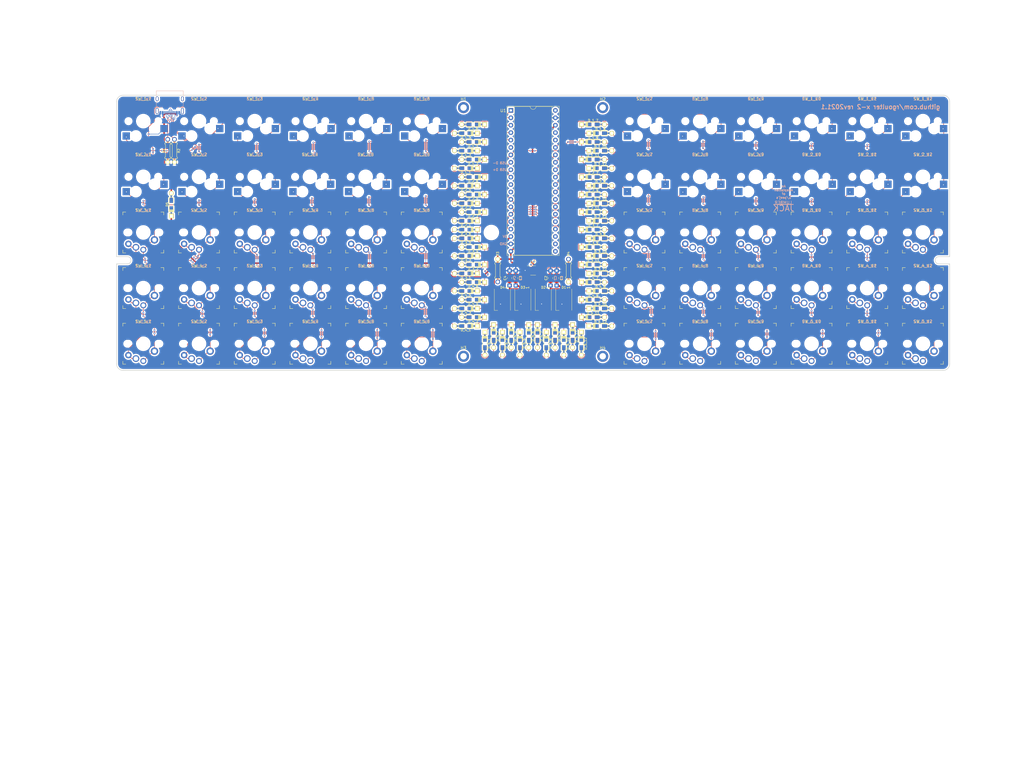
<source format=kicad_pcb>
(kicad_pcb (version 20211014) (generator pcbnew)
  (title_block (title "X-2: Lumberjack-Arm") (date "2021-12-04") (rev "2021.1") (company "rgoulter/keyboard-labs") (comment 1 "Designed to fit into tray-mounted GH60 cases.") (comment 2 " in the \"show the components\" tradition of the Plaid Keyboard PCB.") (comment 3 "Design based upon u/peej's Lumberjack keyboard,") (comment 4 "Keyboard PCB; \"unsplit\" 2x 5x6 ortholinear, using an ARM-powered dev board."))
  (layers (0 "F.Cu" signal) (31 "B.Cu" signal) (34 "B.Paste" user) (35 "F.Paste" user) (36 "B.SilkS" user "B.Silkscreen") (37 "F.SilkS" user "F.Silkscreen") (38 "B.Mask" user) (39 "F.Mask" user) (44 "Edge.Cuts" user))
  (net 0 "")
  (net 1 "GND")
  (net 2 "/ROW1")
  (net 3 "/ROW2")
  (net 4 "/ROW3")
  (net 5 "/ROW4")
  (net 6 "/ROW5")
  (net 7 "/COL3")
  (net 8 "/COL1")
  (net 9 "/COL2")
  (net 10 "/COL4")
  (net 11 "/COL5")
  (net 12 "/COL6")
  (net 13 "/COL7")
  (net 14 "/COL8")
  (net 15 "Net-(D3-Pad2)")
  (net 17 "/COL9")
  (net 18 "/5V")
  (net 19 "Net-(D_1_1-Pad2)")
  (net 20 "Net-(D_1_2-Pad2)")
  (net 21 "Net-(D_1_3-Pad2)")
  (net 22 "Net-(D_1_4-Pad2)")
  (net 23 "Net-(D_1_5-Pad2)")
  (net 24 "Net-(D_1_6-Pad2)")
  (net 25 "Net-(R3-Pad1)")
  (net 26 "/RGB_DIN_5V")
  (net 27 "Net-(D_1_7-Pad2)")
  (net 28 "Net-(D_1_8-Pad2)")
  (net 29 "Net-(D_1_9-Pad2)")
  (net 30 "Net-(D_1_10-Pad2)")
  (net 31 "/COL10")
  (net 32 "Net-(D_1_11-Pad2)")
  (net 33 "/COL11")
  (net 34 "Net-(D_1_12-Pad2)")
  (net 35 "/COL12")
  (net 36 "Net-(D_2_1-Pad2)")
  (net 37 "Net-(D_2_2-Pad2)")
  (net 38 "Net-(D_2_3-Pad2)")
  (net 39 "Net-(D_2_4-Pad2)")
  (net 40 "Net-(D_2_5-Pad2)")
  (net 41 "Net-(D_2_6-Pad2)")
  (net 42 "Net-(D_2_7-Pad2)")
  (net 43 "Net-(D_2_8-Pad2)")
  (net 44 "Net-(D_2_9-Pad2)")
  (net 45 "Net-(D_2_10-Pad2)")
  (net 46 "Net-(D_2_11-Pad2)")
  (net 47 "Net-(D_2_12-Pad2)")
  (net 48 "Net-(D_3_1-Pad2)")
  (net 49 "Net-(D_3_2-Pad2)")
  (net 50 "Net-(D_3_3-Pad2)")
  (net 51 "Net-(D_3_4-Pad2)")
  (net 52 "Net-(D_3_5-Pad2)")
  (net 53 "Net-(D_3_6-Pad2)")
  (net 54 "Net-(D_3_7-Pad2)")
  (net 55 "Net-(D_3_8-Pad2)")
  (net 56 "Net-(D_3_9-Pad2)")
  (net 57 "Net-(D_3_10-Pad2)")
  (net 58 "Net-(D_3_11-Pad2)")
  (net 59 "Net-(D_3_12-Pad2)")
  (net 60 "Net-(D_4_1-Pad2)")
  (net 61 "Net-(D_4_2-Pad2)")
  (net 62 "Net-(D_4_3-Pad2)")
  (net 63 "Net-(D_4_4-Pad2)")
  (net 64 "Net-(D_4_5-Pad2)")
  (net 65 "Net-(D_4_6-Pad2)")
  (net 66 "Net-(D_4_7-Pad2)")
  (net 67 "Net-(D_4_8-Pad2)")
  (net 68 "Net-(D_4_9-Pad2)")
  (net 69 "Net-(D_4_10-Pad2)")
  (net 70 "Net-(D_4_11-Pad2)")
  (net 71 "Net-(D_4_12-Pad2)")
  (net 72 "Net-(D_5_1-Pad2)")
  (net 73 "Net-(D_5_2-Pad2)")
  (net 74 "Net-(D_5_3-Pad2)")
  (net 75 "Net-(D_5_4-Pad2)")
  (net 76 "Net-(D_5_5-Pad2)")
  (net 77 "Net-(D_5_6-Pad2)")
  (net 78 "Net-(D_5_7-Pad2)")
  (net 79 "Net-(D_5_8-Pad2)")
  (net 80 "Net-(D_5_9-Pad2)")
  (net 81 "Net-(D_5_10-Pad2)")
  (net 82 "Net-(D_5_11-Pad2)")
  (net 83 "Net-(D_5_12-Pad2)")
  (net 84 "/3V3")
  (net 86 "unconnected-(J1-PadA8)")
  (net 90 "/RGB_DIN_3V3")
  (net 93 "/GND_or_5V")
  (net 94 "Net-(D1-Pad4)")
  (net 95 "Net-(D1-Pad2)")
  (net 96 "Net-(D2-Pad2)")
  (net 97 "VBUS")
  (net 99 "/CC1")
  (net 100 "/USB_DN")
  (net 101 "/USB_DP")
  (net 103 "/CC2")
  (footprint "ProjectLocal:MXOnly-1U-Hotswap-180" (layer "F.Cu") (at 325.85 58.875)
    (fp_text reference "SW_1_12")
    (fp_text value "MX-compatible or Kailh Choc v1")
  )
  (footprint "ProjectLocal:MXOnly-1U-Hotswap-180" (layer "F.Cu") (at 268.7 58.875)
    (fp_text reference "SW_1_9")
    (fp_text value "MX-compatible or Kailh Choc v1")
  )
  (footprint "ProjectLocal:MXOnly-1U-Hotswap-180" (layer "F.Cu") (at 325.85 77.925)
    (fp_text reference "SW_2_12")
    (fp_text value "MX-compatible or Kailh Choc v1")
  )
  (footprint "ProjectLocal:MXOnly-1U-Hotswap-180" (layer "F.Cu") (at 268.7 77.925)
    (fp_text reference "SW_2_9")
    (fp_text value "MX-compatible or Kailh Choc v1")
  )
  (footprint "ProjectLocal:SW_MX_PG1350_NoLed" (layer "F.Cu") (at 325.85 96.975)
    (fp_text reference "SW_3_12")
    (fp_text value "MX-compatible or Kailh Choc v1")
  )
  (footprint "ProjectLocal:SW_MX_PG1350_NoLed" (layer "F.Cu") (at 306.8 96.975)
    (fp_text reference "SW_3_11")
    (fp_text value "MX-compatible or Kailh Choc v1")
  )
  (footprint "ProjectLocal:MXOnly-1U-Hotswap-180" (layer "F.Cu") (at 249.65 77.925)
    (fp_text reference "SW_2_8")
    (fp_text value "MX-compatible or Kailh Choc v1")
  )
  (footprint "ProjectLocal:SW_MX_PG1350_NoLed" (layer "F.Cu") (at 325.85 116.025)
    (fp_text reference "SW_4_12")
    (fp_text value "MX-compatible or Kailh Choc v1")
  )
  (footprint "ProjectLocal:SW_MX_PG1350_NoLed" (layer "F.Cu") (at 325.85 135.075)
    (fp_text reference "SW_5_12")
    (fp_text value "MX-compatible or Kailh Choc v1")
  )
  (footprint "ProjectLocal:SW_MX_PG1350_NoLed" (layer "F.Cu") (at 287.75 116.025)
    (fp_text reference "SW_4_10")
    (fp_text value "MX-compatible or Kailh Choc v1")
  )
  (footprint "ProjectLocal:SW_MX_PG1350_NoLed" (layer "F.Cu") (at 268.7 116.025)
    (fp_text reference "SW_4_9")
    (fp_text value "MX-compatible or Kailh Choc v1")
  )
  (footprint "ProjectLocal:SW_MX_PG1350_NoLed" (layer "F.Cu") (at 78.2 135.075)
    (fp_text reference "SW_5_2")
    (fp_text value "MX-compatible or Kailh Choc v1")
  )
  (footprint "ProjectLocal:SW_MX_PG1350_NoLed" (layer "F.Cu") (at 116.3 135.075)
    (fp_text reference "SW_5_4")
    (fp_text value "MX-compatible or Kailh Choc v1")
  )
  (footprint "ProjectLocal:SW_MX_PG1350_NoLed" (layer "F.Cu") (at 135.35 135.075)
    (fp_text reference "SW_5_5")
    (fp_text value "MX-compatible or Kailh Choc v1")
  )
  (footprint "ProjectLocal:SW_MX_PG1350_NoLed" (layer "F.Cu") (at 268.7 135.075)
    (fp_text reference "SW_5_9")
    (fp_text value "MX-compatible or Kailh Choc v1")
  )
  (footprint "Keebio-Parts:Diode-dual" (layer "F.Cu") (at 172 78)
    (fp_text reference "D_2_6")
    (fp_text value "1N4148" hide)
  )
  (footprint "Keebio-Parts:Diode-dual" (layer "F.Cu") (at 172 114)
    (fp_text reference "D_4_6")
    (fp_text value "1N4148" hide)
  )
  (footprint "Keebio-Parts:Diode-dual" (layer "F.Cu") (at 191 132.5 90)
    (fp_text reference "D_5_6")
    (fp_text value "1N4148" hide)
  )
  (footprint "Keebio-Parts:Diode-dual" (layer "F.Cu") (at 188 135 90)
    (fp_text reference "D_5_5")
    (fp_text value "1N4148" hide)
  )
  (footprint "Keebio-Parts:Diode-dual" (layer "F.Cu") (at 185 132.5 90)
    (fp_text reference "D_5_4")
    (fp_text value "1N4148" hide)
  )
  (footprint "Keebio-Parts:Diode-dual" (layer "F.Cu") (at 179 132.5 90)
    (fp_text reference "D_5_2")
    (fp_text value "1N4148" hide)
  )
  (footprint "Keebio-Parts:Diode-dual" (layer "F.Cu") (at 172 72)
    (fp_text reference "D_1_2")
    (fp_text value "1N4148" hide)
  )
  (footprint "MountingHole:MountingHole_2.2mm_M2_DIN965_Pad" (layer "F.Cu") (at 168.68748 54.23755)
    (fp_text reference "H1")
    (fp_text value "M2 16mm Spacer")
  )
  (footprint "MountingHole:MountingHole_2.2mm_M2_DIN965_Pad" (layer "F.Cu") (at 216.31252 54.23755)
    (fp_text reference "H2")
    (fp_text value "M2 16mm Spacer")
  )
  (footprint "MountingHole:MountingHole_2.2mm_M2_DIN965_Pad" (layer "F.Cu") (at 168.68748 139.367309)
    (fp_text reference "H3")
    (fp_text value "M2 16mm Spacer")
  )
  (footprint "MountingHole:MountingHole_2.2mm_M2_DIN965_Pad" (layer "F.Cu") (at 216.31252 139.367309)
    (fp_text reference "H4")
    (fp_text value "M2 16mm Spacer")
  )
  (footprint "Keebio-Parts:Diode-dual" (layer "F.Cu") (at 206 132.5 90)
    (fp_text reference "D_5_11")
    (fp_text value "1N4148" hide)
  )
  (footprint "ProjectLocal:SW_MX_PG1350_NoLed" (layer "F.Cu") (at 249.65 135.075)
    (fp_text reference "SW_5_8")
    (fp_text value "MX-compatible or Kailh Choc v1")
  )
  (footprint "ProjectLocal:SW_MX_PG1350_NoLed" (layer "F.Cu") (at 135.35 116.025)
    (fp_text reference "SW_4_5")
    (fp_text value "MX-compatible or Kailh Choc v1")
  )
  (footprint "ProjectLocal:SW_MX_PG1350_NoLed" (layer "F.Cu") (at 116.3 116.025)
    (fp_text reference "SW_4_4")
    (fp_text value "MX-compatible or Kailh Choc v1")
  )
  (footprint "ProjectLocal:SW_MX_PG1350_NoLed" (layer "F.Cu") (at 97.25 116.025)
    (fp_text reference "SW_4_3")
    (fp_text value "MX-compatible or Kailh Choc v1")
  )
  (footprint "ProjectLocal:SW_MX_PG1350_NoLed" (layer "F.Cu") (at 59.15 135.075)
    (fp_text reference "SW_5_1")
    (fp_text value "MX-compatible or Kailh Choc v1")
  )
  (footprint "Keebio-Parts:Diode-dual" (layer "F.Cu") (at 172 126)
    (fp_text reference "D_4_2")
    (fp_text value "1N4148" hide)
  )
  (footprint "Keebio-Parts:Diode-dual" (layer "F.Cu") (at 172 120)
    (fp_text reference "D_4_4")
    (fp_text value "1N4148" hide)
  )
  (footprint "Keebio-Parts:Diode-dual" (layer "F.Cu") (at 169.5 111)
    (fp_text reference "D_3_1")
    (fp_text value "1N4148" hide)
  )
  (footprint "Keebio-Parts:Diode-dual" (layer "F.Cu") (at 172 108)
    (fp_text reference "D_3_2")
    (fp_text value "1N4148" hide)
  )
  (footprint "Keebio-Parts:Diode-dual" (layer "F.Cu") (at 169.5 105)
    (fp_text reference "D_3_3")
    (fp_text value "1N4148" hide)
  )
  (footprint "Keebio-Parts:Diode-dual" (layer "F.Cu") (at 169.5 117)
    (fp_text reference "D_4_5")
    (fp_text value "1N4148" hide)
  )
  (footprint "Keebio-Parts:Diode-dual" (layer "F.Cu") (at 169.5 93)
    (fp_text reference "D_2_1")
    (fp_text value "1N4148" hide)
  )
  (footprint "Keebio-Parts:Diode-dual" (layer "F.Cu") (at 169.5 99)
    (fp_text reference "D_3_5")
    (fp_text value "1N4148" hide)
  )
  (footprint "Keebio-Parts:Diode-dual" (layer "F.Cu") (at 169.5 87)
    (fp_text reference "D_2_3")
    (fp_text value "1N4148" hide)
  )
  (footprint "Keebio-Parts:Diode-dual" (layer "F.Cu") (at 172 84)
    (fp_text reference "D_2_4")
    (fp_text value "1N4148" hide)
  )
  (footprint "Keebio-Parts:Diode-dual" (layer "F.Cu") (at 169.5 81)
    (fp_text reference "D_2_5")
    (fp_text value "1N4148" hide)
  )
  (footprint "Keebio-Parts:Diode-dual" (layer "F.Cu") (at 213 72 180)
    (fp_text reference "D_1_11")
    (fp_text value "1N4148" hide)
  )
  (footprint "Keebio-Parts:Diode-dual" (layer "F.Cu") (at 169.5 69)
    (fp_text reference "D_1_3")
    (fp_text value "1N4148" hide)
  )
  (footprint "ProjectLocal:SW_MX_PG1350_NoLed" (layer "F.Cu") (at 154.4 96.975)
    (fp_text reference "SW_3_6")
    (fp_text value "MX-compatible or Kailh Choc v1")
  )
  (footprint "ProjectLocal:MXOnly-1U-Hotswap-180" (layer "F.Cu") (at 135.2 77.925)
    (fp_text reference "SW_2_5")
    (fp_text value "MX-compatible or Kailh Choc v1")
  )
  (footprint "ProjectLocal:SW_MX_PG1350_NoLed" (layer "F.Cu") (at 97.25 96.975)
    (fp_text reference "SW_3_3")
    (fp_text value "MX-compatible or Kailh Choc v1")
  )
  (footprint "ProjectLocal:SW_MX_PG1350_NoLed" (layer "F.Cu") (at 78.2 96.975)
    (fp_text reference "SW_3_2")
    (fp_text value "MX-compatible or Kailh Choc v1")
  )
  (footprint "ProjectLocal:SW_MX_PG1350_NoLed" (layer "F.Cu") (at 59.15 96.975)
    (fp_text reference "SW_3_1")
    (fp_text value "MX-compatible or Kailh Choc v1")
  )
  (footprint "ProjectLocal:MXOnly-1U-Hotswap-180" (layer "F.Cu") (at 154.4 58.875)
    (fp_text reference "SW_1_6")
    (fp_text value "MX-compatible or Kailh Choc v1")
  )
  (footprint "ProjectLocal:MXOnly-1U-Hotswap-180" (layer "F.Cu") (at 116.3 58.875)
    (fp_text reference "SW_1_4")
    (fp_text value "MX-compatible or Kailh Choc v1")
  )
  (footprint "ProjectLocal:MXOnly-1U-Hotswap-180" (layer "F.Cu") (at 97.25 58.875)
    (fp_text reference "SW_1_3")
    (fp_text value "MX-compatible or Kailh Choc v1")
  )
  (footprint "Keebio-Parts:Diode-dual" (layer "F.Cu") (at 215.5 69 180)
    (fp_text reference "D_1_10")
    (fp_text value "1N4148" hide)
  )
  (footprint "ProjectLocal:MXOnly-1U-Hotswap-180" (layer "F.Cu") (at 306.8 58.875)
    (fp_text reference "SW_1_11")
    (fp_text value "MX-compatible or Kailh Choc v1")
  )
  (footprint "Keebio-Parts:Diode-dual" (layer "F.Cu") (at 169.5 63)
    (fp_text reference "D_1_5")
    (fp_text value "1N4148" hide)
  )
  (footprint "ProjectLocal:MXOnly-1U-Hotswap-180" (layer "F.Cu") (at 97.25 77.925)
    (fp_text reference "SW_2_3")
    (fp_text value "MX-compatible or Kailh Choc v1")
  )
  (footprint "ProjectLocal:MXOnly-1U-Hotswap-180" (layer "F.Cu") (at 116.15 77.925)
    (fp_text reference "SW_2_4")
    (fp_text value "MX-compatible or Kailh Choc v1")
  )
  (footprint "ProjectLocal:MXOnly-1U-Hotswap-180" (layer "F.Cu") (at 154.4 77.925)
    (fp_text reference "SW_2_6")
    (fp_text value "MX-compatible or Kailh Choc v1")
  )
  (footprint "ProjectLocal:SW_MX_PG1350_NoLed" (layer "F.Cu") (at 59.15 116.025)
    (fp_text reference "SW_4_1")
    (fp_text value "MX-compatible or Kailh Choc v1")
  )
  (footprint "ProjectLocal:SW_MX_PG1350_NoLed" (layer "F.Cu") (at 78.2 116.025)
    (fp_text reference "SW_4_2")
    (fp_text value "MX-compatible or Kailh Choc v1")
  )
  (footprint "ProjectLocal:SW_MX_PG1350_NoLed" (layer "F.Cu") (at 306.8 135.075)
    (fp_text reference "SW_5_11")
    (fp_text value "MX-compatible or Kailh Choc v1")
  )
  (footprint "ProjectLocal:SW_MX_PG1350_NoLed" (layer "F.Cu") (at 249.65 96.975)
    (fp_text reference "SW_3_8")
    (fp_text value "MX-compatible or Kailh Choc v1")
  )
  (footprint "ProjectLocal:SW_MX_PG1350_NoLed" (layer "F.Cu") (at 268.7 96.975)
    (fp_text reference "SW_3_9")
    (fp_text value "MX-compatible or Kailh Choc v1")
  )
  (footprint "ProjectLocal:SW_MX_PG1350_NoLed" (layer "F.Cu") (at 306.8 116.025)
    (fp_text reference "SW_4_11")
    (fp_text value "MX-compatible or Kailh Choc v1")
  )
  (footprint "Keebio-Parts:Diode-dual" (layer "F.Cu") (at 203 135 90)
    (fp_text reference "D_5_10")
    (fp_text value "1N4148" hide)
  )
  (footprint "ProjectLocal:SW_MX_PG1350_NoLed" (layer "F.Cu") (at 97.25 135.075)
    (fp_text reference "SW_5_3")
    (fp_text value "MX-compatible or Kailh Choc v1")
  )
  (footprint "ProjectLocal:MXOnly-1U-Hotswap-180" (layer "F.Cu") (at 59.15 77.925)
    (fp_text reference "SW_2_1")
    (fp_text value "MX-compatible or Kailh Choc v1")
  )
  (footprint "ProjectLocal:SW_MX_PG1350_NoLed" (layer "F.Cu") (at 249.65 116.025)
    (fp_text reference "SW_4_8")
    (fp_text value "MX-compatible or Kailh Choc v1")
  )
  (footprint "ProjectLocal:MXOnly-1U-Hotswap-180" (layer "F.Cu") (at 135.35 58.875)
    (fp_text reference "SW_1_5")
    (fp_text value "MX-compatible or Kailh Choc v1")
  )
  (footprint "ProjectLocal:MXOnly-1U-Hotswap-180" (layer "F.Cu") (at 287.75 58.875)
    (fp_text reference "SW_1_10")
    (fp_text value "MX-compatible or Kailh Choc v1")
  )
  (footprint "ProjectLocal:MXOnly-1U-Hotswap-180" (layer "F.Cu") (at 306.8 77.925)
    (fp_text reference "SW_2_11")
    (fp_text value "MX-compatible or Kailh Choc v1")
  )
  (footprint "ProjectLocal:SW_MX_PG1350_NoLed" (layer "F.Cu") (at 154.4 116.025)
    (fp_text reference "SW_4_6")
    (fp_text value "MX-compatible or Kailh Choc v1")
  )
  (footprint "Keebio-Parts:Diode-dual" (layer "F.Cu") (at 176 135 90)
    (fp_text reference "D_5_1")
    (fp_text value "1N4148" hide)
  )
  (footprint "ProjectLocal:MXOnly-1U-Hotswap-180" (layer "F.Cu") (at 230.6 77.925)
    (fp_text reference "SW_2_7")
    (fp_text value "MX-compatible or Kailh Choc v1")
  )
  (footprint "ProjectLocal:MXOnly-1U-Hotswap-180" (layer "F.Cu") (at 230.6 58.875)
    (fp_text reference "SW_1_7")
    (fp_text value "MX-compatible or Kailh Choc v1")
  )
  (footprint "ProjectLocal:MXOnly-1U-Hotswap-180" (layer "F.Cu") (at 249.65 58.875)
    (fp_text reference "SW_1_8")
    (fp_text value "MX-compatible or Kailh Choc v1")
  )
  (footprint "ProjectLocal:SW_MX_PG1350_NoLed" (layer "F.Cu") (at 154.4 135.075)
    (fp_text reference "SW_5_6")
    (fp_text value "MX-compatible or Kailh Choc v1")
  )
  (footprint "Keebio-Parts:Diode-dual" (layer "F.Cu") (at 215.5 111 180)
    (fp_text reference "D_3_12")
    (fp_text value "1N4148" hide)
  )
  (footprint "Keebio-Parts:Diode-dual" (layer "F.Cu") (at 209 135 90)
    (fp_text reference "D_5_12")
    (fp_text value "1N4148" hide)
  )
  (footprint "ProjectLocal:SW_MX_PG1350_NoLed" (layer "F.Cu") (at 230.6 96.975)
    (fp_text reference "SW_3_7")
    (fp_text value "MX-compatible or Kailh Choc v1")
  )
  (footprint "ProjectLocal:SW_MX_PG1350_NoLed" (layer "F.Cu") (at 230.6 135.075)
    (fp_text reference "SW_5_7")
    (fp_text value "MX-compatible or Kailh Choc v1")
  )
  (footprint "ProjectLocal:SW_MX_PG1350_NoLed" (layer "F.Cu") (at 230.6 116.025)
    (fp_text reference "SW_4_7")
    (fp_text value "MX-compatible or Kailh Choc v1")
  )
  (footprint "ProjectLocal:SW_MX_PG1350_NoLed" (layer "F.Cu") (at 135.35 96.975)
    (fp_text reference "SW_3_5")
    (fp_text value "MX-compatible or Kailh Choc v1")
  )
  (footprint "ProjectLocal:MXOnly-1U-Hotswap-180" (layer "F.Cu") (at 287.75 77.925)
    (fp_text reference "SW_2_10")
    (fp_text value "MX-compatible or Kailh Choc v1")
  )
  (footprint "Keebio-Parts:Diode-dual" (layer "F.Cu") (at 215.5 75 180)
    (fp_text reference "D_1_12")
    (fp_text value "1N4148" hide)
  )
  (footprint "Keebio-Parts:Diode-dual" (layer "F.Cu") (at 213 60 180)
    (fp_text reference "D_1_7")
    (fp_text value "1N4148" hide)
  )
  (footprint "Keebio-Parts:Diode-dual" (layer "F.Cu") (at 215.5 63 180)
    (fp_text reference "D_1_8")
    (fp_text value "1N4148" hide)
  )
  (footprint "Keebio-Parts:Diode-dual" (layer "F.Cu") (at 213 78 180)
    (fp_text reference "D_2_7")
    (fp_text value "1N4148" hide)
  )
  (footprint "Keebio-Parts:Diode-dual" (layer "F.Cu") (at 215.5 93 180)
    (fp_text reference "D_2_12")
    (fp_text value "1N4148" hide)
  )
  (footprint "Keebio-Parts:Diode-dual" (layer "F.Cu") (at 215.5 87 180)
    (fp_text reference "D_2_10")
    (fp_text value "1N4148" hide)
  )
  (footprint "Keebio-Parts:Diode-dual" (layer "F.Cu") (at 213 90 180)
    (fp_text reference "D_2_11")
    (fp_text value "1N4148" hide)
  )
  (footprint "Keebio-Parts:Diode-dual" (layer "F.Cu") (at 213 102 180)
    (fp_text reference "D_3_9")
    (fp_text value "1N4148" hide)
  )
  (footprint "Keebio-Parts:Diode-dual" (layer "F.Cu") (at 215.5 99 180)
    (fp_text reference "D_3_8")
    (fp_text value "1N4148" hide)
  )
  (footprint "Keebio-Parts:Diode-dual" (layer "F.Cu") (at 213 96 180)
    (fp_text reference "D_3_7")
    (fp_text value "1N4148" hide)
  )
  (footprint "Keebio-Parts:Diode-dual" (layer "F.Cu") (at 215.5 81 180)
    (fp_text reference "D_2_8")
    (fp_text value "1N4148" hide)
  )
  (footprint "Keebio-Parts:Diode-dual" (layer "F.Cu") (at 213 108 180)
    (fp_text reference "D_3_11")
    (fp_text value "1N4148" hide)
  )
  (footprint "Keebio-Parts:Diode-dual" (layer "F.Cu") (at 215.5 105 180)
    (fp_text reference "D_3_10")
    (fp_text value "1N4148" hide)
  )
  (footprint "Keebio-Parts:Diode-dual" (layer "F.Cu") (at 213 114 180)
    (fp_text reference "D_4_7")
    (fp_text value "1N4148" hide)
  )
  (footprint "Keebio-Parts:Diode-dual" (layer "F.Cu") (at 213 84 180)
    (fp_text reference "D_2_9")
    (fp_text value "1N4148" hide)
  )
  (footprint "Keebio-Parts:Diode-dual" (layer "F.Cu") (at 213 66 180)
    (fp_text reference "D_1_9")
    (fp_text value "1N4148" hide)
  )
  (footprint "Keebio-Parts:Diode-dual" (layer "F.Cu") (at 215.5 129 180)
    (fp_text reference "D_4_12")
    (fp_text value "1N4148" hide)
  )
  (footprint "Keebio-Parts:Diode-dual" (layer "F.Cu") (at 213 120 180)
    (fp_text reference "D_4_9")
    (fp_text value "1N4148" hide)
  )
  (footprint "Keebio-Parts:Diode-dual" (layer "F.Cu") (at 194 132.5 90)
    (fp_text reference "D_5_7")
    (fp_text value "1N4148" hide)
  )
  (footprint "Keebio-Parts:Diode-dual" (layer "F.Cu") (at 215.5 117 180)
    (fp_text reference "D_4_8")
    (fp_text value "1N4148" hide)
  )
  (footprint "Keebio-Parts:Diode-dual" (layer "F.Cu") (at 215.5 123 180)
    (fp_text reference "D_4_10")
    (fp_text value "1N4148" hide)
  )
  (footprint "Keebio-Parts:Diode-dual" (layer "F.Cu") (at 213 126 180)
    (fp_text reference "D_4_11")
    (fp_text value "1N4148" hide)
  )
  (footprint "Keebio-Parts:Diode-dual" (layer "F.Cu") (at 197 135 90)
    (fp_text reference "D_5_8")
    (fp_text value "1N4148" hide)
  )
  (footprint "ProjectLocal:H_M2_Spacer_Hole" (layer "F.Cu") (at 178.2 97)
    (fp_text reference "H7" hide)
    (fp_text value "~")
  )
  (footprint "Keebio-Parts:Diode-dual" (layer "F.Cu") (at 200 132.5 90)
    (fp_text reference "D_5_9")
    (fp_text value "1N4148" hide)
  )
  (footprint "Keebio-Parts:Diode-dual" (layer "F.Cu") (at 169.5 129)
    (fp_text reference "D_4_1")
    (fp_text value "1N4148" hide)
  )
  (footprint "Keebio-Parts:Diode-dual" (layer "F.Cu") (at 172 102)
    (fp_text reference "D_3_4")
    (fp_text value "1N4148" hide)
  )
  (footprint "Keebio-Parts:Diode-dual" (layer "F.Cu") (at 169.5 96)
    (fp_text reference "D_3_6")
    (fp_text value "1N4148" hide)
  )
  (footprint "Keebio-Parts:Diode-dual" (layer "F.Cu") (at 169.5 75)
    (fp_text reference "D_1_1")
    (fp_text value "1N4148" hide)
  )
  (footprint "Keebio-Parts:Diode-dual" (layer "F.Cu") (at 169.5 123)
    (fp_text reference "D_4_3")
    (fp_text value "1N4148" hide)
  )
  (footprint "ProjectLocal:SW_MX_PG1350_NoLed" (layer "F.Cu") (at 287.75 96.975)
    (fp_text reference "SW_3_10")
    (fp_text value "MX-compatible or Kailh Choc v1")
  )
  (footprint "ProjectLocal:Resistor-Hybrid" (layer "F.Cu") (at 69.8 69 90)
    (fp_text reference "R2")
    (fp_text value "5.1K" hide)
  )
  (footprint "ProjectLocal:Resistor-Hybrid" (layer "F.Cu") (at 67.5 69 90)
    (fp_text reference "R1")
    (fp_text value "5.1K" hide)
  )
  (footprint "ProjectLocal:MXOnly-1U-Hotswap-180" (layer "F.Cu") (at 78.2 58.875)
    (fp_text reference "SW_1_2")
    (fp_text value "MX-compatible or Kailh Choc v1")
  )
  (footprint "ProjectLocal:SW_MX_PG1350_NoLed" (layer "F.Cu") (at 287.75 135.075)
    (fp_text reference "SW_5_10")
    (fp_text value "MX-compatible or Kailh Choc v1")
  )
  (footprint "ProjectLocal:MXOnly-1U-Hotswap-180" (layer "F.Cu") (at 59.15 58.875)
    (fp_text reference "SW_1_1")
    (fp_text value "MX-compatible or Kailh Choc v1")
  )
  (footprint "ProjectLocal:MXOnly-1U-Hotswap-180" (layer "F.Cu") (at 78.2 77.925)
    (fp_text reference "SW_2_2")
    (fp_text value "MX-compatible or Kailh Choc v1")
  )
  (footprint "ProjectLocal:SW_MX_PG1350_NoLed" (layer "F.Cu") (at 116.3 96.975)
    (fp_text reference "SW_3_4")
    (fp_text value "MX-compatible or Kailh Choc v1")
  )
  (footprint "Keebio-Parts:Diode-dual" (layer "F.Cu") (at 172 66)
    (fp_text reference "D_1_4")
    (fp_text value "1N4148" hide)
  )
  (footprint "Keebio-Parts:Diode-dual" (layer "F.Cu") (at 182 135 90)
    (fp_text reference "D_5_3")
    (fp_text value "1N4148" hide)
  )
  (footprint "LED_SMD:LED_WS2812B_PLCC4_5.0x5.0mm_P3.2mm" (layer "F.Cu") (at 189 120 -90)
    (fp_text reference "D3")
    (fp_text value "SK6812")
  )
  (footprint "LED_SMD:LED_WS2812B_PLCC4_5.0x5.0mm_P3.2mm" (layer "F.Cu") (at 182 120 -90)
    (fp_text reference "D4")
    (fp_text value "SK6812")
  )
  (footprint "LED_SMD:LED_WS2812B_PLCC4_5.0x5.0mm_P3.2mm" (layer "F.Cu") (at 203 120 -90)
    (fp_text reference "D1")
    (fp_text value "SK6812")
  )
  (footprint "Package_TO_SOT_SMD:SOT-23-6_Handsoldering" (layer "F.Cu") (at 192.5 110)
    (fp_text reference "U2")
    (fp_text value "SN74LVC1T45DBV")
  )
  (footprint "ProjectLocal:C_0805_2012Metric_Pad1.18x1.45mm_HandSolder_Dual" (layer "F.Cu") (at 184.45 112.6 -90)
    (fp_text reference "C4")
    (fp_text value "100nF" hide)
  )
  (footprint "ProjectLocal:C_0805_2012Metric_Pad1.18x1.45mm_HandSolder_Dual" (layer "F.Cu") (at 186.55 112.6 -90)
    (fp_text reference "C3")
    (fp_text value "100nF" hide)
  )
  (footprint "ProjectLocal:C_0805_2012Metric_Pad1.18x1.45mm_HandSolder_Dual" (layer "F.Cu") (at 200.55 112.6 -90)
    (fp_text reference "C1")
    (fp_text value "100nF" hide)
  )
  (footprint "ProjectLocal:C_0805_2012Metric_Pad1.18x1.45mm_HandSolder_Dual" (layer "F.Cu") (at 198.45 112.6 -90)
    (fp_text reference "C2")
    (fp_text value "100nF" hide)
  )
  (footprint "ProjectLocal:Resistor-Hybrid" (layer "F.Cu") (at 180.4 110 -90)
    (fp_text reference "R3")
    (fp_text value "2.2k - 10k" hide)
  )
  (footprint "ProjectLocal:Resistor-Hybrid" (layer "F.Cu") (at 204.6 110 90)
    (fp_text reference "R4")
    (fp_text value "300 - 500R" hide)
  )
  (footprint "Keebio-Parts:Diode-dual" (layer "F.Cu") (at 172 90)
    (fp_text reference "D_2_2")
    (fp_text value "1N4148" hide)
  )
  (footprint "LED_SMD:LED_WS2812B_PLCC4_5.0x5.0mm_P3.2mm" (layer "F.Cu") (at 196 120 -90)
    (fp_text reference "D2")
    (fp_text value "SK6812")
  )
  (footprint "Package_DIP:DIP-40_W15.24mm_Socket" (layer "F.Cu") (at 184.88 55.18365)
    (fp_text reference "U1")
    (fp_text value "STM32F103 Bluepill, or MiniF4 STM32F4x1 \"Blackpill\"")
  )
  (footprint "Keebio-Parts:Diode-dual" (layer "F.Cu") (at 172 60)
    (fp_text reference "D_1_6")
    (fp_text value "1N4148" hide)
  )
  (footprint "Keebio-Parts:Diode-dual" (layer "F.Cu") (at 68.722 87.428 -90)
    (fp_text reference "D5")
    (fp_text value "1N4148" hide)
  )
  (footprint "Connector_USB:USB_C_Receptacle_XKB_U262-16XN-4BVC11" (layer "B.Cu") (at 68.2 52.3)
    (fp_text reference "J1")
    (fp_text value "16-pin USB-C Connector SMD")
  )
  (gr_line (start 274.8 87.4) (end 281.5 87.4) (layer "B.SilkS") (width 0.254))
  (gr_line (start 335 105.25) (end 335 52.25) (layer "Edge.Cuts") (width 0.2))
  (gr_line (start 332.75 144.2) (end 52.25 144.2) (layer "Edge.Cuts") (width 0.2))
  (gr_arc (start 50 52.25) (mid 50.65901 50.65901) (end 52.25 50) (layer "Edge.Cuts") (width 0.2))
  (gr_line (start 50 105.25) (end 50 52.25) (layer "Edge.Cuts") (width 0.2))
  (gr_arc (start 332.75 50) (mid 334.34099 50.65901) (end 335 52.25) (layer "Edge.Cuts") (width 0.2))
  (gr_arc (start 335 141.95) (mid 334.34099 143.54099) (end 332.75 144.2) (layer "Edge.Cuts") (width 0.2))
  (gr_arc (start 52.25 144.2) (mid 50.65901 143.54099) (end 50 141.95) (layer "Edge.Cuts") (width 0.2))
  (gr_line (start 332.75 50) (end 52.25 50) (layer "Edge.Cuts") (width 0.2))
  (gr_arc (start 331.2912 107.75) (mid 330.0412 106.5) (end 331.2912 105.25) (layer "Edge.Cuts") (width 0.2))
  (gr_line (start 53.7089 107.75) (end 50 107.75) (layer "Edge.Cuts") (width 0.2))
  (gr_line (start 50 107.75) (end 50 141.95) (layer "Edge.Cuts") (width 0.2))
  (gr_line (start 331.2912 107.752) (end 335 107.752) (layer "Edge.Cuts") (width 0.2))
  (gr_line (start 335 107.752) (end 335 141.95) (layer "Edge.Cuts") (width 0.2))
  (gr_line (start 331.2912 105.25) (end 335 105.25) (layer "Edge.Cuts") (width 0.2))
  (gr_line (start 53.7089 105.25) (end 50 105.25) (layer "Edge.Cuts") (width 0.2))
  (gr_arc (start 53.7089 105.25) (mid 54.9589 106.5) (end 53.7089 107.75) (layer "Edge.Cuts") (width 0.2))
  (gr_text "LUMBER" (at 278.1 86.75) (layer "B.SilkS") (effects (font (size 1 1)) (justify mirror)))
  (gr_text "USB D-" (at 183.634 73.208) (layer "B.SilkS") (effects (font (size 0.8 0.8) (thickness 0.16)) (justify left mirror)))
  (gr_text "5V" (at 183.634 98.354) (layer "B.SilkS") (effects (font (size 0.8 0.8) (thickness 0.16)) (justify left mirror)))
  (gr_text "GND" (at 183.634 100.894) (layer "B.SilkS") (effects (font (size 0.8 0.8) (thickness 0.16)) (justify left mirror)))
  (gr_text "github.com/rgoulter x-2 rev2021.1" (at 331.9 54) (layer "B.SilkS") (effects (font (size 1.5 1.5) (thickness 0.3)) (justify left mirror)))
  (gr_text "JACK" (at 278.2 88.7) (layer "B.SilkS") (effects (font (size 2 2) (thickness 0.25)) (justify mirror)))
  (gr_text "USB D+" (at 183.634 75.494) (layer "B.SilkS") (effects (font (size 0.8 0.8) (thickness 0.16)) (justify left mirror)))
  (gr_text "An\nAdaptation\nof\nu/peej's" (at 278.2 83.114) (layer "B.SilkS") (effects (font (size 0.8 0.8) (thickness 0.16)) (justify mirror)))
  (segment (start 187.4 122.45) (end 188.35 121.5) (width 0.5) (layer "F.Cu") (net 1))
  (segment (start 194.4 122.45) (end 195.4 121.45) (width 0.5) (layer "F.Cu") (net 1))
  (segment (start 180.4 122.45) (end 181.35 121.5) (width 0.5) (layer "F.Cu") (net 1))
  (segment (start 189.7936 110) (end 189.7808 109.9872) (width 0.5) (layer "F.Cu") (net 1))
  (segment (start 191.15 110) (end 189.7936 110) (width 0.5) (layer "F.Cu") (net 1))
  (segment (start 201.4 122.45) (end 202.35 121.5) (width 0.5) (layer "F.Cu") (net 1))
  (via (at 202.35 121.5) (size 0.6) (drill 0.3) (layers "F.Cu" "B.Cu") (net 1))
  (via (at 189.7808 109.9872) (size 0.6) (drill 0.3) (layers "F.Cu" "B.Cu") (net 1))
  (via (at 188.35 121.5) (size 0.6) (drill 0.3) (layers "F.Cu" "B.Cu") (net 1))
  (via (at 195.4 121.45) (size 0.6) (drill 0.3) (layers "F.Cu" "B.Cu") (net 1))
  (via (at 181.35 121.5) (size 0.6) (drill 0.3) (layers "F.Cu" "B.Cu") (net 1))
  (segment (start 73.24179 56.90501) (end 74.16 55.9868) (width 0.5) (layer "B.Cu") (net 1))
  (segment (start 64.85 56.395) (end 64.295 56.95) (width 0.5) (layer "B.Cu") (net 1))
  (segment (start 71.55 56.328517) (end 72.126493 56.90501) (width 0.5) (layer "B.Cu") (net 1))
  (segment (start 64.295 56.95) (end 62.6772 56.95) (width 0.5) (layer "B.Cu") (net 1))
  (segment (start 71.55 55.97) (end 71.55 56.328517) (width 0.5) (layer "B.Cu") (net 1))
  (segment (start 72.126493 56.90501) (end 72.89499 56.90501) (width 0.5) (layer "B.Cu") (net 1))
  (segment (start 64.85 55.97) (end 64.85 56.395) (width 0.5) (layer "B.Cu") (net 1))
  (segment (start 65.15 55.97) (end 64.85 55.97) (width 0.2) (layer "B.Cu") (net 1))
  (segment (start 62.6772 56.95) (end 62.1966 56.4694) (width 0.5) (layer "B.Cu") (net 1))
  (segment (start 71.25 55.97) (end 71.55 55.97) (width 0.2) (layer "B.Cu") (net 1))
  (segment (start 72.89499 56.90501) (end 73.24179 56.90501) (width 0.5) (layer "B.Cu") (net 1))
  (segment (start 209.1 66) (end 209.1 69.0526) (width 0.16) (layer "F.Cu") (net 2))
  (segment (start 209.1 72) (end 209.1 72.5) (width 0.16) (layer "F.Cu") (net 2))
  (segment (start 209.1526 69) (end 209.1 69.0526) (width 0.16) (layer "F.Cu") (net 2))
  (segment (start 211.6 63) (end 209.1384 63) (width 0.16) (layer "F.Cu") (net 2))
  (segment (start 209.1 62.9616) (end 209.1 66) (width 0.16) (layer "F.Cu") (net 2))
  (segment (start 193.052421 69) (end 201.44997 69) (width 0.16) (layer "F.Cu") (net 2))
  (segment (start 173.4 69) (end 175.9 69) (width 0.16) (layer "F.Cu") (net 2))
  (segment (start 209.1 66) (end 206.85 66) (width 0.16) (layer "F.Cu") (net 2))
  (segment (start 201.44997 69) (end 201.974985 68.474985) (width 0.16) (layer "F.Cu") (net 2))
  (segment (start 173.4 74.5) (end 175.9 72) (width 0.16) (layer "F.Cu") (net 2))
  (segment (start 175.9 60) (end 175.9 62.95) (width 0.16) (layer "F.Cu") (net 2))
  (segment (start 191.536072 68.983651) (end 191.552421 69) (width 0.16) (layer "F.Cu") (net 2))
  (segment (start 175.9 69) (end 175.9 72) (width 0.16) (layer "F.Cu") (net 2))
  (segment (start 183.30365 72) (end 184.88 70.42365) (width 0.16) (layer "F.Cu") (net 2))
  (segment (start 211.6 69) (end 209.1526 69) (width 0.16) (layer "F.Cu") (net 2))
  (segment (start 204.44997 66) (end 201.974985 68.474985) (width 0.16) (layer "F.Cu") (net 2))
  (segment (start 209.1384 63) (end 209.1 62.9616) (width 0.16) (layer "F.Cu") (net 2))
  (segment (start 201.974985 68.474985) (end 201.466319 68.983651) (width 0.16) (layer "F.Cu") (net 2))
  (segment (start 186.319999 68.983651) (end 191.536072 68.983651) (width 0.16) (layer "F.Cu") (net 2))
  (segment (start 175.9 66) (end 175.9 69) (width 0.16) (layer "F.Cu") (net 2))
  (segment (start 175.85 63) (end 175.9 62.95) (width 0.16) (layer "F.Cu") (net 2))
  (segment (start 209.1 69.0526) (end 209.1 72) (width 0.16) (layer "F.Cu") (net 2))
  (segment (start 209.1 60) (end 209.1 62.9616) (width 0.16) (layer "F.Cu") (net 2))
  (segment (start 173.4 63) (end 175.85 63) (width 0.16) (layer "F.Cu") (net 2))
  (segment (start 209.1 72.5) (end 211.6 75) (width 0.16) (layer "F.Cu") (net 2))
  (segment (start 175.9 72) (end 183.30365 72) (width 0.16) (layer "F.Cu") (net 2))
  (segment (start 175.9 62.95) (end 175.9 66) (width 0.16) (layer "F.Cu") (net 2))
  (segment (start 186.319999 68.983651) (end 184.88 70.42365) (width 0.16) (layer "F.Cu") (net 2))
  (segment (start 173.4 75) (end 173.4 74.5) (width 0.16) (layer "F.Cu") (net 2))
  (via (at 206.85 66) (size 0.6) (drill 0.3) (layers "F.Cu" "B.Cu") (net 2))
  (via (at 191.552421 69) (size 0.6) (drill 0.3) (layers "F.Cu" "B.Cu") (net 2))
  (via (at 193.052421 69) (size 0.6) (drill 0.3) (layers "F.Cu" "B.Cu") (net 2))
  (via (at 204.44997 66) (size 0.6) (drill 0.3) (layers "F.Cu" "B.Cu") (net 2))
  (segment (start 206.85 66) (end 204.44997 66) (width 0.16) (layer "B.Cu") (net 2))
  (segment (start 191.552421 69) (end 193.052421 69) (width 0.16) (layer "B.Cu") (net 2))
  (segment (start 209.1 87.0104) (end 209.1 90) (width 0.16) (layer "F.Cu") (net 3))
  (segment (start 211.6 81) (end 209.116 81) (width 0.16) (layer "F.Cu") (net 3))
  (segment (start 183.21635 84) (end 184.88 85.66365) (width 0.16) (layer "F.Cu") (net 3))
  (segment (start 194.608779 87.123649) (end 195.973649 87.123649) (width 0.16) (layer "F.Cu") (net 3))
  (segment (start 173.4 87) (end 175.8624 87) (width 0.16) (layer "F.Cu") (net 3))
  (segment (start 195.973649 87.123649) (end 205.976351 87.123649) (width 0.16) (layer "F.Cu") (net 3))
  (segment (start 175.8934 81) (end 175.9 80.9934) (width 0.16) (layer "F.Cu") (net 3))
  (segment (start 209.116 81) (end 209.1 81.016) (width 0.16) (layer "F.Cu") (net 3))
  (segment (start 173.4 92.5) (end 175.9 90) (width 0.16) (layer "F.Cu") (net 3))
  (segment (start 209.1 90) (end 209.1 90.5) (width 0.16) (layer "F.Cu") (net 3))
  (segment (start 191.552421 88.300004) (end 187.516354 88.300004) (width 0.16) (layer "F.Cu") (net 3))
  (segment (start 193.432431 88.299997) (end 194.608779 87.123649) (width 0.16) (layer "F.Cu") (net 3))
  (segment (start 187.516354 88.300004) (end 184.88 85.66365) (width 0.16) (layer "F.Cu") (net 3))
  (segment (start 211.6 87) (end 209.1104 87) (width 0.16) (layer "F.Cu") (net 3))
  (segment (start 173.4 93) (end 173.4 92.5) (width 0.16) (layer "F.Cu") (net 3))
  (segment (start 173.4 81) (end 175.8934 81) (width 0.16) (layer "F.Cu") (net 3))
  (segment (start 175.9 84) (end 183.21635 84) (width 0.16) (layer "F.Cu") (net 3))
  (segment (start 209.1 78) (end 209.1 81.016) (width 0.16) (layer "F.Cu") (net 3))
  (segment (start 209.1104 87) (end 209.1 87.0104) (width 0.16) (layer "F.Cu") (net 3))
  (segment (start 175.8624 87) (end 175.9 86.9624) (width 0.16) (layer "F.Cu") (net 3))
  (segment (start 175.9 78) (end 175.9 80.9934) (width 0.16) (layer "F.Cu") (net 3))
  (segment (start 209.1 84) (end 209.1 87.0104) (width 0.16) (layer "F.Cu") (net 3))
  (segment (start 175.9 80.9934) (end 175.9 84) (width 0.16) (layer "F.Cu") (net 3))
  (segment (start 209.1 90.5) (end 211.6 93) (width 0.16) (layer "F.Cu") (net 3))
  (segment (start 205.976351 87.123649) (end 209.1 84) (width 0.16) (layer "F.Cu") (net 3))
  (segment (start 209.1 81.016) (end 209.1 84) (width 0.16) (layer "F.Cu") (net 3))
  (segment (start 209.1 90) (end 208.403639 89.303639) (width 0.16) (layer "F.Cu") (net 3))
  (segment (start 175.9 84) (end 175.9 86.9624) (width 0.16) (layer "F.Cu") (net 3))
  (segment (start 175.9 86.9624) (end 175.9 90) (width 0.16) (layer "F.Cu") (net 3))
  (via (at 193.432431 88.299997) (size 0.6) (drill 0.3) (layers "F.Cu" "B.Cu") (net 3))
  (via (at 191.552421 88.300004) (size 0.6) (drill 0.3) (layers "F.Cu" "B.Cu") (net 3))
  (segment (start 193.432431 88.299997) (end 191.552428 88.299997) (width 0.16) (layer "B.Cu") (net 3))
  (segment (start 193.382428 88.35) (end 193.432431 88.299997) (width 0.16) (layer "B.Cu") (net 3))
  (segment (start 191.552428 88.299997) (end 191.552421 88.300004) (width 0.16) (layer "B.Cu") (net 3))
  (segment (start 209.1 108) (end 209.1 108.5) (width 0.16) (layer "F.Cu") (net 4))
  (segment (start 209.1 102) (end 209.1 105.019) (width 0.16) (layer "F.Cu") (net 4))
  (segment (start 173.4 99) (end 173.4 99.5) (width 0.16) (layer "F.Cu") (net 4))
  (segment (start 202.383651 89.283651) (end 202.875 89.775) (width 0.16) (layer "F.Cu") (net 4))
  (segment (start 173.4 96) (end 181.19635 88.20365) (width 0.16) (layer "F.Cu") (net 4))
  (segment (start 173.4 96) (end 173.4 99) (width 0.16) (layer "F.Cu") (net 4))
  (segment (start 185.77635 89.1) (end 184.88 88.20365) (width 0.16) (layer "F.Cu") (net 4))
  (segment (start 173.4 105) (end 175.8782 105) (width 0.16) (layer "F.Cu") (net 4))
  (segment (start 181.19635 88.20365) (end 184.88 88.20365) (width 0.16) (layer "F.Cu") (net 4))
  (segment (start 173.4 110.5) (end 175.9 108) (width 0.16) (layer "F.Cu") (net 4))
  (segment (start 209.1 105.019) (end 209.1 108) (width 0.16) (layer "F.Cu") (net 4))
  (segment (start 211.6 99) (end 209.1974 99) (width 0.16) (layer "F.Cu") (net 4))
  (segment (start 202.875 89.775) (end 209.1 96) (width 0.16) (layer "F.Cu") (net 4))
  (segment (start 209.1 108.5) (end 211.6 111) (width 0.16) (layer "F.Cu") (net 4))
  (segment (start 209.1 96) (end 209.1 98.9026) (width 0.16) (layer "F.Cu") (net 4))
  (segment (start 209.1974 99) (end 209.1 98.9026) (width 0.16) (layer "F.Cu") (net 4))
  (segment (start 191.549655 89.1) (end 185.77635 89.1) (width 0.16) (layer "F.Cu") (net 4))
  (segment (start 209.119 105) (end 209.1 105.019) (width 0.16) (layer "F.Cu") (net 4))
  (segment (start 185.076344 88.399994) (end 184.88 88.20365) (width 0.16) (layer "F.Cu") (net 4))
  (segment (start 211.6 105) (end 209.119 105) (width 0.16) (layer "F.Cu") (net 4))
  (segment (start 209.1 98.9026) (end 209.1 102) (width 0.16) (layer "F.Cu") (net 4))
  (segment (start 173.4 111) (end 173.4 110.5) (width 0.16) (layer "F.Cu") (net 4))
  (segment (start 173.4 99.5) (end 175.9 102) (width 0.16) (layer "F.Cu") (net 4))
  (segment (start 193.432431 89.1) (end 193.616082 89.283651) (width 0.16) (layer "F.Cu") (net 4))
  (segment (start 175.8782 105) (end 175.9 105.0218) (width 0.16) (layer "F.Cu") (net 4))
  (segment (start 175.9 105.0218) (end 175.9 102) (width 0.16) (layer "F.Cu") (net 4))
  (segment (start 175.9 108) (end 175.9 105.0218) (width 0.16) (layer "F.Cu") (net 4))
  (segment (start 193.616082 89.283651) (end 202.383651 89.283651) (width 0.16) (layer "F.Cu") (net 4))
  (via (at 193.432431 89.1) (size 0.6) (drill 0.3) (layers "F.Cu" "B.Cu") (net 4))
  (via (at 191.549655 89.1) (size 0.6) (drill 0.3) (layers "F.Cu" "B.Cu") (net 4))
  (segment (start 191.549655 89.1) (end 193.432431 89.1) (width 0.16) (layer "B.Cu") (net 4))
  (segment (start 175.9 114) (end 175.9 112.533462) (width 0.16) (layer "F.Cu") (net 5))
  (segment (start 209.1 126) (end 209.1 126.5) (width 0.16) (layer "F.Cu") (net 5))
  (segment (start 183.779999 95.564003) (end 183.779999 91.843651) (width 0.16) (layer "F.Cu") (net 5))
  (segment (start 173.4 123) (end 175.879 123) (width 0.16) (layer "F.Cu") (net 5))
  (segment (start 195.414478 91.823651) (end 193.49083 89.900003) (width 0.16) (layer "F.Cu") (net 5))
  (segment (start 175.8344 117) (end 175.9 116.9344) (width 0.16) (layer "F.Cu") (net 5))
  (segment (start 209.1 123.0276) (end 209.1 126) (width 0.16) (layer "F.Cu") (net 5))
  (segment (start 207.999999 112.899999) (end 207.999999 98.699999) (width 0.16) (layer "F.Cu") (net 5))
  (segment (start 175.9 122.979) (end 175.9 126) (width 0.16) (layer "F.Cu") (net 5))
  (segment (start 175.9 120) (end 175.9 122.979) (width 0.16) (layer "F.Cu") (net 5))
  (segment (start 201.123651 91.823651) (end 195.414478 91.823651) (width 0.16) (layer "F.Cu") (net 5))
  (segment (start 173.4 128.5) (end 175.9 126) (width 0.16) (layer "F.Cu") (net 5))
  (segment (start 211.6 117) (end 209.1684 117) (width 0.16) (layer "F.Cu") (net 5))
  (segment (start 185.72365 89.9) (end 184.88 90.74365) (width 0.16) (layer "F.Cu") (net 5))
  (segment (start 175.9 116.9344) (end 175.9 120) (width 0.16) (layer "F.Cu") (net 5))
  (segment (start 176.056069 110.256069) (end 177.000001 109.312137) (width 0.16) (layer "F.Cu") (net 5))
  (segment (start 209.1 120) (end 209.1 123.0276) (width 0.16) (layer "F.Cu") (net 5))
  (segment (start 209.1 114) (end 207.999999 112.899999) (width 0.16) (layer "F.Cu") (net 5))
  (segment (start 193.49083 89.900003) (end 193.432431 89.900003) (width 0.16) (layer "F.Cu") (net 5))
  (segment (start 191.55 89.9) (end 185.72365 89.9) (width 0.16) (layer "F.Cu") (net 5))
  (segment (start 209.1684 117) (end 209.1 116.9316) (width 0.16) (layer "F.Cu") (net 5))
  (segment (start 209.1 126.5) (end 211.6 129) (width 0.16) (layer "F.Cu") (net 5))
  (segment (start 177.000001 109.312137) (end 177.000001 102.344001) (width 0.16) (layer "F.Cu") (net 5))
  (segment (start 173.4 117) (end 175.8344 117) (width 0.16) (layer "F.Cu") (net 5))
  (segment (start 175.9 112.533462) (end 177.116731 111.316731) (width 0.16) (layer "F.Cu") (net 5))
  (segment (start 209.1 114) (end 209.1 116.9316) (width 0.16) (layer "F.Cu") (net 5))
  (segment (start 175.879 123) (end 175.9 122.979) (width 0.16) (layer "F.Cu") (net 5))
  (segment (start 209.1 116.9316) (end 209.1 120) (width 0.16) (layer "F.Cu") (net 5))
  (segment (start 173.4 129) (end 173.4 128.5) (width 0.16) (layer "F.Cu") (net 5))
  (segment (start 207.999999 98.699999) (end 201.123651 91.823651) (width 0.16) (layer "F.Cu") (net 5))
  (segment (start 183.779999 91.843651) (end 184.88 90.74365) (width 0.16) (layer "F.Cu") (net 5))
  (segment (start 209.1276 123) (end 209.1 123.0276) (width 0.16) (layer "F.Cu") (net 5))
  (segment (start 211.6 123) (end 209.1276 123) (width 0.16) (layer "F.Cu") (net 5))
  (segment (start 175.9 114) (end 175.9 116.9344) (width 0.16) (layer "F.Cu") (net 5))
  (segment (start 177.000001 102.344001) (end 183.779999 95.564003) (width 0.16) (layer "F.Cu") (net 5))
  (via (at 193.432431 89.900003) (size 0.6) (drill 0.3) (layers "F.Cu" "B.Cu") (net 5))
  (via (at 191.55 89.9) (size 0.6) (drill 0.3) (layers "F.Cu" "B.Cu") (net 5))
  (via (at 177.116731 111.316731) (size 0.6) (drill 0.3) (layers "F.Cu" "B.Cu") (net 5))
  (via (at 176.056069 110.256069) (size 0.6) (drill 0.3) (layers "F.Cu" "B.Cu") (net 5))
  (segment (start 193.432428 89.9) (end 193.432431 89.900003) (width 0.16) (layer "B.Cu") (net 5))
  (segment (start 191.55 89.9) (end 193.432428 89.9) (width 0.16) (layer "B.Cu") (net 5))
  (segment (start 177.116731 111.316731) (end 176.056069 110.256069) (width 0.16) (layer "B.Cu") (net 5))
  (segment (start 201.259549 128.6) (end 206.380011 123.479538) (width 0.16) (layer "F.Cu") (net 6))
  (segment (start 198.606351 94.743649) (end 200.803671 94.743649) (width 0.16) (layer "F.Cu") (net 6))
  (segment (start 179 128.6) (end 181.963 128.6) (width 0.16) (layer "F.Cu") (net 6))
  (segment (start 194 128.6) (end 191 128.6) (width 0.16) (layer "F.Cu") (net 6))
  (segment (start 187.46365 90.7) (end 184.88 93.28365) (width 0.16) (layer "F.Cu") (net 6))
  (segment (start 182 128.637) (end 181.963 128.6) (width 0.16) (layer "F.Cu") (net 6))
  (segment (start 193.432431 90.700006) (end 197.482425 94.75) (width 0.16) (layer "F.Cu") (net 6))
  (segment (start 206 128.6) (end 203.0196 128.6) (width 0.16) (layer "F.Cu") (net 6))
  (segment (start 206 130) (end 206.400011 129.599989) (width 0.16) (layer "F.Cu") (net 6))
  (segment (start 197.482425 94.75) (end 198.6 94.75) (width 0.16) (layer "F.Cu") (net 6))
  (segment (start 185 128.6) (end 188.0336 128.6) (width 0.16) (layer "F.Cu") (net 6))
  (segment (start 200.803671 94.743649) (end 206.380011 100.319989) (width 0.16) (layer "F.Cu") (net 6))
  (segment (start 206.5 128.6) (end 209 131.1) (width 0.16) (layer "F.Cu") (net 6))
  (segment (start 188 131.1) (end 188 128.6336) (width 0.16) (layer "F.Cu") (net 6))
  (segment (start 181.963 128.6) (end 185 128.6) (width 0.16) (layer "F.Cu") (net 6))
  (segment (start 178.5 128.6) (end 176 131.1) (width 0.16) (layer "F.Cu") (net 6))
  (segment (start 182 131.1) (end 182 128.637) (width 0.16) (layer "F.Cu") (net 6))
  (segment (start 179 128.6) (end 178.5 128.6) (width 0.16) (layer "F.Cu") (net 6))
  (segment (start 191.55 90.7) (end 187.46365 90.7) (width 0.16) (layer "F.Cu") (net 6))
  (segment (start 203.0196 128.6) (end 200 128.6) (width 0.16) (layer "F.Cu") (net 6))
  (segment (start 197 128.6144) (end 197.0144 128.6) (width 0.16) (layer "F.Cu") (net 6))
  (segment (start 206 128.6) (end 201.259549 128.6) (width 0.16) (layer "F.Cu") (net 6))
  (segment (start 206.380011 123.479538) (end 206.380011 100.319989) (width 0.16) (layer "F.Cu") (net 6))
  (segment (start 198.19608 94.743649) (end 198.606351 94.743649) (width 0.16) (layer "F.Cu") (net 6))
  (segment (start 200 128.6) (end 197.0144 128.6) (width 0.16) (layer "F.Cu") (net 6))
  (segment (start 188 128.6336) (end 188.0336 128.6) (width 0.16) (layer "F.Cu") (net 6))
  (segment (start 206 128.6) (end 206.5 128.6) (width 0.16) (layer "F.Cu") (net 6))
  (segment (start 188.0336 128.6) (end 191 128.6) (width 0.16) (layer "F.Cu") (net 6))
  (segment (start 198.6 94.75) (end 198.606351 94.743649) (width 0.16) (layer "F.Cu") (net 6))
  (segment (start 197.0144 128.6) (end 194 128.6) (width 0.16) (layer "F.Cu") (net 6))
  (segment (start 197 131.1) (end 197 128.6144) (width 0.16) (layer "F.Cu") (net 6))
  (segment (start 203 128.6196) (end 203.0196 128.6) (width 0.16) (layer "F.Cu") (net 6))
  (segment (start 203 131.1) (end 203 128.6196) (width 0.16) (layer "F.Cu") (net 6))
  (via (at 191.55 90.7) (size 0.6) (drill 0.3) (layers "F.Cu" "B.Cu") (net 6))
  (via (at 193.432431 90.700006) (size 0.6) (drill 0.3) (layers "F.Cu" "B.Cu") (net 6))
  (segment (start 193.432425 90.7) (end 193.432431 90.700006) (width 0.16) (layer "B.Cu") (net 6))
  (segment (start 191.55 90.7) (end 193.432425 90.7) (width 0.16) (layer "B.Cu") (net 6))
  (segment (start 180.000747 60.26365) (end 177.837077 58.099979) (width 0.16) (layer "F.Cu") (net 7))
  (segment (start 100.6268 137.1818) (end 101.06 137.615) (width 0.16) (layer "F.Cu") (net 7))
  (segment (start 100.6268 132.301069) (end 100.6268 137.1818) (width 0.16) (layer "F.Cu") (net 7))
  (segment (start 101.06 111.242901) (end 98.0614 108.244301) (width 0.16) (layer "F.Cu") (net 7))
  (segment (start 104.259 61.397) (end 99.091866 66.564134) (width 0.16) (layer "F.Cu") (net 7))
  (segment (start 99.125969 85.621031) (end 97.2232 85.621031) (width 0.16) (layer "F.Cu") (net 7))
  (segment (start 104.282 75.518671) (end 104.282 80.465) (width 0.16) (layer "F.Cu") (net 7))
  (segment (start 104.1845 80.5625) (end 99.125969 85.621031) (width 0.16) (layer "F.Cu") (net 7))
  (segment (start 97.25 140.975) (end 100.61 137.615) (width 0.16) (layer "F.Cu") (net 7))
  (segment (start 101.06 118.565) (end 101.06 111.242901) (width 0.16) (layer "F.Cu") (net 7))
  (segment (start 100.61 118.565) (end 101.06 118.565) (width 0.16) (layer "F.Cu") (net 7))
  (segment (start 97.25 123.719631) (end 97.2486 123.721031) (width 0.16) (layer "F.Cu") (net 7))
  (segment (start 97.25 121.925) (end 97.25 123.719631) (width 0.16) (layer "F.Cu") (net 7))
  (segment (start 100.6268 130.3326) (end 100.6268 128.979251) (width 0.16) (layer "F.Cu") (net 7))
  (segment (start 100.6268 128.979251) (end 97.2486 125.601051) (width 0.16) (layer "F.Cu") (net 7))
  (segment (start 100.61 137.615) (end 101.06 137.615) (width 0.16) (layer "F.Cu") (net 7))
  (segment (start 99.091866 66.564134) (end 97.941297 66.564134) (width 0.16) (layer "F.Cu") (net 7))
  (segment (start 104.282 80.465) (end 104.1845 80.5625) (width 0.16) (layer "F.Cu") (net 7))
  (segment (start 97.25 121.925) (end 100.61 118.565) (width 0.16) (layer "F.Cu") (net 7))
  (segment (start 109.874921 55.781079) (end 104.259 61.397) (width 0.16) (layer "F.Cu") (net 7))
  (segment (start 101.06 99.515) (end 101.06 91.337851) (width 0.16) (layer "F.Cu") (net 7))
  (segment (start 101.06 91.337851) (end 97.2232 87.501051) (width 0.16) (layer "F.Cu") (net 7))
  (segment (start 166.631376 58.099979) (end 164.312477 55.781079) (width 0.16) (layer "F.Cu") (net 7))
  (segment (start 184.88 60.26365) (end 180.000747 60.26365) (width 0.16) (layer "F.Cu") (net 7))
  (segment (start 100.61 99.515) (end 101.06 99.515) (width 0.16) (layer "F.Cu") (net 7))
  (segment (start 97.25 102.875) (end 97.25 103.87435) (width 0.16) (layer "F.Cu") (net 7))
  (segment (start 97.25 103.87435) (end 98.046681 104.671031) (width 0.16) (layer "F.Cu") (net 7))
  (segment (start 177.837077 58.099979) (end 166.631376 58.099979) (width 0.16) (layer "F.Cu") (net 7))
  (segment (start 164.312477 55.781079) (end 109.874921 55.781079) (width 0.16) (layer "F.Cu") (net 7))
  (segment (start 97.25 102.875) (end 100.61 99.515) (width 0.16) (layer "F.Cu") (net 7))
  (segment (start 97.9344 69.171071) (end 104.282 75.518671) (width 0.16) (layer "F.Cu") (net 7))
  (via (at 97.2232 85.621031) (size 0.6) (drill 0.3) (layers "F.Cu" "B.Cu") (net 7))
  (via (at 97.2232 87.501051) (size 0.6) (drill 0.3) (layers "F.Cu" "B.Cu") (net 7))
  (via (at 97.941297 66.564134) (size 0.6) (drill 0.3) (layers "F.Cu" "B.Cu") (net 7))
  (via (at 100.6268 132.301069) (size 0.6) (drill 0.3) (layers "F.Cu" "B.Cu") (net 7))
  (via (at 98.046681 104.671031) (size 0.6) (drill 0.3) (layers "F.Cu" "B.Cu") (net 7))
  (via (at 104.259 61.397) (size 0.6) (drill 0.3) (layers "F.Cu" "B.Cu") (net 7))
  (via (at 97.9344 69.171071) (size 0.6) (drill 0.3) (layers "F.Cu" "B.Cu") (net 7))
  (via (at 98.0614 108.244301) (size 0.6) (drill 0.3) (layers "F.Cu" "B.Cu") (net 7))
  (via (at 97.2486 125.601051) (size 0.6) (drill 0.3) (layers "F.Cu" "B.Cu") (net 7))
  (via (at 104.1845 80.5625) (size 0.6) (drill 0.3) (layers "F.Cu" "B.Cu") (net 7))
  (via (at 100.6268 130.3326) (size 0.6) (drill 0.3) (layers "F.Cu" "B.Cu") (net 7))
  (via (at 97.2486 123.721031) (size 0.6) (drill 0.3) (layers "F.Cu" "B.Cu") (net 7))
  (segment (start 97.2232 85.621031) (end 97.2232 87.501051) (width 0.16) (layer "B.Cu") (net 7))
  (segment (start 104.282 80.465) (end 104.1845 80.5625) (width 0.16) (layer "B.Cu") (net 7))
  (segment (start 104.335 80.465) (end 104.282 80.465) (width 0.16) (layer "B.Cu") (net 7))
  (segment (start 104.335 61.415) (end 104.277 61.415) (width 0.16) (layer "B.Cu") (net 7))
  (segment (start 97.941297 66.564134) (end 97.941297 69.164174) (width 0.16) (layer "B.Cu") (net 7))
  (segment (start 98.046681 108.229582) (end 98.0614 108.244301) (width 0.16) (layer "B.Cu") (net 7))
  (segment (start 97.941297 69.164174) (end 97.9344 69.171071) (width 0.16) (layer "B.Cu") (net 7))
  (segment (start 104.277 61.415) (end 104.259 61.397) (width 0.16) (layer "B.Cu") (net 7))
  (segment (start 97.2486 123.721031) (end 97.2486 125.601051) (width 0.16) (layer "B.Cu") (net 7))
  (segment (start 98.046681 104.671031) (end 98.046681 108.229582) (width 0.16) (layer "B.Cu") (net 7))
  (segment (start 100.6268 130.3326) (end 100.6268 132.301069) (width 0.16) (layer "B.Cu") (net 7))
  (segment (start 60.952 63.302) (end 60.952 60.835666) (width 0.16) (layer "F.Cu") (net 8))
  (segment (start 60.4218 86.1662) (end 59.1486 86.1662) (width 0.16) (layer "F.Cu") (net 8))
  (segment (start 62.476 68.101) (end 60.952 66.577) (width 0.16) (layer "F.Cu") (net 8))
  (segment (start 163.717784 54.05499) (end 166.962753 57.299959) (width 0.16) (layer "F.Cu") (net 8))
  (segment (start 62.51 118.565) (end 62.96 118.565) (width 0.16) (layer "F.Cu") (net 8))
  (segment (start 62.9586 129.411051) (end 62.9586 130.421049) (width 0.16) (layer "F.Cu") (net 8))
  (segment (start 59.15 121.925) (end 62.51 118.565) (width 0.16) (layer "F.Cu") (net 8))
  (segment (start 63.548626 54.05499) (end 163.717784 54.05499) (width 0.16) (layer "F.Cu") (net 8))
  (segment (start 62.96 54.643616) (end 63.548626 54.05499) (width 0.16) (layer "F.Cu") (net 8))
  (segment (start 59.15 124.414251) (end 59.136525 124.427726) (width 0.16) (layer "F.Cu") (net 8))
  (segment (start 62.96 58.827666) (end 62.96 54.643616) (width 0.16) (layer "F.Cu") (net 8))
  (segment (start 62.96 110.293622) (end 59.806042 107.139664) (width 0.16) (layer "F.Cu") (net 8))
  (segment (start 60.952 60.835666) (end 62.96 58.827666) (width 0.16) (layer "F.Cu") (net 8))
  (segment (start 60.952 66.577) (end 60.952 63.302) (width 0.16) (layer "F.Cu") (net 8))
  (segment (start 66.182 77.612) (end 66.182 80.406) (width 0.16) (layer "F.Cu") (net 8))
  (segment (start 59.1486 125.601051) (end 62.9586 129.411051) (width 0.16) (layer "F.Cu") (net 8))
  (segment (start 59.15 121.925) (end 59.15 124.414251) (width 0.16) (layer "F.Cu") (net 8))
  (segment (start 59.15 140.975) (end 62.51 137.615) (width 0.16) (layer "F.Cu") (net 8))
  (segment (start 62.96 91.1376) (end 62.96 99.515) (width 0.16) (layer "F.Cu") (net 8))
  (segment (start 59.15 102.875) (end 59.15 105.333365) (width 0.16) (layer "F.Cu") (net 8))
  (segment (start 62.476 69.5462) (end 62.476 73.906) (width 0.16) (layer "F.Cu") (net 8))
  (segment (start 62.476 73.906) (end 66.182 77.612) (width 0.16) (layer "F.Cu") (net 8))
  (segment (start 59.15 102.875) (end 62.51 99.515) (width 0.16) (layer "F.Cu") (net 8))
  (segment (start 62.51 99.515) (end 62.96 99.515) (width 0.16) (layer "F.Cu") (net 8))
  (segment (start 62.96 118.565) (end 62.96 110.293622) (width 0.16) (layer "F.Cu") (net 8))
  (segment (start 182.763691 57.299959) (end 184.88 55.18365) (width 0.16) (layer "F.Cu") (net 8))
  (segment (start 166.962753 57.299959) (end 182.763691 57.299959) (width 0.16) (layer "F.Cu") (net 8))
  (segment (start 66.182 80.406) (end 66.055 80.533) (width 0.16) (layer "F.Cu") (net 8))
  (segment (start 62.9586 137.6136) (end 62.96 137.615) (width 0.16) (layer "F.Cu") (net 8))
  (segment (start 59.1486 87.3262) (end 62.96 91.1376) (width 0.16) (layer "F.Cu") (net 8))
  (segment (start 62.476 68.3862) (end 62.476 68.101) (width 0.16) (layer "F.Cu") (net 8))
  (segment (start 66.055 80.533) (end 60.4218 86.1662) (width 0.16) (layer "F.Cu") (net 8))
  (segment (start 62.51 137.615) (end 62.96 137.615) (width 0.16) (layer "F.Cu") (net 8))
  (segment (start 59.15 105.333365) (end 59.796299 105.979664) (width 0.16) (layer "F.Cu") (net 8))
  (segment (start 62.9586 131.581049) (end 62.9586 137.6136) (width 0.16) (layer "F.Cu") (net 8))
  (via (at 59.1486 87.3262) (size 0.6) (drill 0.3) (layers "F.Cu" "B.Cu") (net 8))
  (via (at 59.806042 107.139664) (size 0.6) (drill 0.3) (layers "F.Cu" "B.Cu") (net 8))
  (via (at 59.1486 125.601051) (size 0.6) (drill 0.3) (layers "F.Cu" "B.Cu") (net 8))
  (via (at 59.1486 86.1662) (size 0.6) (drill 0.3) (layers "F.Cu" "B.Cu") (net 8))
  (via (at 60.952 63.302) (size 0.6) (drill 0.3) (layers "F.Cu" "B.Cu") (net 8))
  (via (at 59.796299 105.979664) (size 0.6) (drill 0.3) (layers "F.Cu" "B.Cu") (net 8))
  (via (at 62.9586 131.581049) (size 0.6) (drill 0.3) (layers "F.Cu" "B.Cu") (net 8))
  (via (at 62.476 68.3862) (size 0.6) (drill 0.3) (layers "F.Cu" "B.Cu") (net 8))
  (via (at 62.9586 130.421049) (size 0.6) (drill 0.3) (layers "F.Cu" "B.Cu") (net 8))
  (via (at 62.476 69.5462) (size 0.6) (drill 0.3) (layers "F.Cu" "B.Cu") (net 8))
  (via (at 66.055 80.533) (size 0.6) (drill 0.3) (layers "F.Cu" "B.Cu") (net 8))
  (via (at 59.136525 124.427726) (size 0.6) (drill 0.3) (layers "F.Cu" "B.Cu") (net 8))
  (segment (start 59.136525 125.588976) (end 59.1486 125.601051) (width 0.16) (layer "B.Cu") (net 8))
  (segment (start 59.136525 124.427726) (end 59.136525 125.588976) (width 0.16) (layer "B.Cu") (net 8))
  (segment (start 59.796299 107.129921) (end 59.806042 107.139664) (width 0.16) (layer "B.Cu") (net 8))
  (segment (start 59.796299 105.979664) (end 59.796299 107.129921) (width 0.16) (layer "B.Cu") (net 8))
  (segment (start 62.476 68.3862) (end 62.476 69.5462) (width 0.16) (layer "B.Cu") (net 8))
  (segment (start 64.348 63.302) (end 60.952 63.302) (width 0.16) (layer "B.Cu") (net 8))
  (segment (start 66.235 80.465) (end 66.123 80.465) (width 0.16) (layer "B.Cu") (net 8))
  (segment (start 66.235 61.415) (end 64.348 63.302) (width 0.16) (layer "B.Cu") (net 8))
  (segment (start 62.9586 130.421049) (end 62.9586 131.581049) (width 0.16) (layer "B.Cu") (net 8))
  (segment (start 66.123 80.465) (end 66.055 80.533) (width 0.16) (layer "B.Cu") (net 8))
  (segment (start 59.1486 86.1662) (end 59.1486 87.3262) (width 0.16) (layer "B.Cu") (net 8))
  (segment (start 78.1986 87.501051) (end 82.01 91.312451) (width 0.16) (layer "F.Cu") (net 9))
  (segment (start 85.232 80.406) (end 85.232 76.204471) (width 0.16) (layer "F.Cu") (net 9))
  (segment (start 82.01 113.139664) (end 82.01 118.565) (width 0.16) (layer "F.Cu") (net 9))
  (segment (start 81.56 99.515) (end 82.01 99.515) (width 0.16) (layer "F.Cu") (net 9))
  (segment (start 82.0086 128.268051) (end 79.3416 125.601051) (width 0.16) (layer "F.Cu") (net 9))
  (segment (start 81.56 118.565) (end 82.01 118.565) (width 0.16) (layer "F.Cu") (net 9))
  (segment (start 82.01 131.942459) (end 82.0086 131.941059) (width 0.16) (layer "F.Cu") (net 9))
  (segment (start 79.656959 85.981041) (end 85.105 80.533) (width 0.16) (layer "F.Cu") (net 9))
  (segment (start 78.2 102.875) (end 78.2 104.6518) (width 0.16) (layer "F.Cu") (net 9))
  (segment (start 184.88 57.72365) (end 184.856319 57.699969) (width 0.16) (layer "F.Cu") (net 9))
  (segment (start 78.1986 66.931041) (end 79.166959 66.931041) (width 0.16) (layer "F.Cu") (net 9))
  (segment (start 78.2 102.875) (end 81.56 99.515) (width 0.16) (layer "F.Cu") (net 9))
  (segment (start 90.716931 55.381069) (end 164.478166 55.381069) (width 0.16) (layer "F.Cu") (net 9))
  (segment (start 81.56 137.615) (end 82.01 137.615) (width 0.16) (layer "F.Cu") (net 9))
  (segment (start 184.856319 57.699969) (end 166.797065 57.699969) (width 0.16) (layer "F.Cu") (net 9))
  (segment (start 166.747096 57.65) (end 166.348548 57.251452) (width 0.16) (layer "F.Cu") (net 9))
  (segment (start 78.2 104.6518) (end 77.830299 105.021501) (width 0.16) (layer "F.Cu") (net 9))
  (segment (start 166.797065 57.699969) (end 166.348548 57.251452) (width 0.16) (layer "F.Cu") (net 9))
  (segment (start 82.01 134.609459) (end 82.01 137.615) (width 0.16) (layer "F.Cu") (net 9))
  (segment (start 82.01 134.609459) (end 82.01 131.942459) (width 0.16) (layer "F.Cu") (net 9))
  (segment (start 79.3416 123.0666) (end 79.3416 124.081041) (width 0.16) (layer "F.Cu") (net 9))
  (segment (start 78.2 140.975) (end 81.56 137.615) (width 0.16) (layer "F.Cu") (net 9))
  (segment (start 84.701 61.397) (end 90.716931 55.381069) (width 0.16) (layer "F.Cu") (net 9))
  (segment (start 78.1986 85.981041) (end 79.656959 85.981041) (width 0.16) (layer "F.Cu") (net 9))
  (segment (start 85.105 80.533) (end 85.232 80.406) (width 0.16) (layer "F.Cu") (net 9))
  (segment (start 85.232 76.204471) (end 78.1986 69.171071) (width 0.16) (layer "F.Cu") (net 9))
  (segment (start 78.2 121.925) (end 79.3416 123.0666) (width 0.16) (layer "F.Cu") (net 9))
  (segment (start 76.033054 107.162718) (end 82.01 113.139664) (width 0.16) (layer "F.Cu") (net 9))
  (segment (start 82.01 91.312451) (end 82.01 99.515) (width 0.16) (layer "F.Cu") (net 9))
  (segment (start 82.0086 130.421049) (end 82.0086 128.268051) (width 0.16) (layer "F.Cu") (net 9))
  (segment (start 79.166959 66.931041) (end 84.701 61.397) (width 0.16) (layer "F.Cu") (net 9))
  (segment (start 78.2 121.925) (end 81.56 118.565) (width 0.16) (layer "F.Cu") (net 9))
  (segment (start 164.478166 55.381069) (end 166.348548 57.251452) (width 0.16) (layer "F.Cu") (net 9))
  (via (at 84.701 61.397) (size 0.6) (drill 0.3) (layers "F.Cu" "B.Cu") (net 9))
  (via (at 78.1986 87.501051) (size 0.6) (drill 0.3) (layers "F.Cu" "B.Cu") (net 9))
  (via (at 82.0086 130.421049) (size 0.6) (drill 0.3) (layers "F.Cu" "B.Cu") (net 9))
  (via (at 78.1986 69.171071) (size 0.6) (drill 0.3) (layers "F.Cu" "B.Cu") (net 9))
  (via (at 79.3416 125.601051) (size 0.6) (drill 0.3) (layers "F.Cu" "B.Cu") (net 9))
  (via (at 78.1986 85.981041) (size 0.6) (drill 0.3) (layers "F.Cu" "B.Cu") (net 9))
  (via (at 79.3416 124.081041) (size 0.6) (drill 0.3) (layers "F.Cu" "B.Cu") (net 9))
  (via (at 82.0086 131.941059) (size 0.6) (drill 0.3) (layers "F.Cu" "B.Cu") (net 9))
  (via (at 76.033054 107.162718) (size 0.6) (drill 0.3) (layers "F.Cu" "B.Cu") (net 9))
  (via (at 78.1986 66.931041) (size 0.6) (drill 0.3) (layers "F.Cu" "B.Cu") (net 9))
  (via (at 77.830299 105.021501) (size 0.6) (drill 0.3) (layers "F.Cu" "B.Cu") (net 9))
  (via (at 85.105 80.533) (size 0.6) (drill 0.3) (layers "F.Cu" "B.Cu") (net 9))
  (segment (start 78.1986 85.981041) (end 78.1986 87.501051) (width 0.16) (layer "B.Cu") (net 9))
  (segment (start 85.285 80.465) (end 85.173 80.465) (width 0.16) (layer "B.Cu") (net 9))
  (segment (start 85.173 80.465) (end 85.105 80.533) (width 0.16) (layer "B.Cu") (net 9))
  (segment (start 77.830299 105.021501) (end 77.830299 105.365473) (width 0.16) (layer "B.Cu") (net 9))
  (segment (start 85.285 61.415) (end 84.719 61.415) (width 0.16) (layer "B.Cu") (net 9))
  (segment (start 82.0086 131.941059) (end 82.0086 130.421049) (width 0.16) (layer "B.Cu") (net 9))
  (segment (start 78.1986 66.931041) (end 78.1986 69.171071) (width 0.16) (layer "B.Cu") (net 9))
  (segment (start 79.3416 124.081041) (end 79.3416 125.601051) (width 0.16) (layer "B.Cu") (net 9))
  (segment (start 77.830299 105.365473) (end 76.033054 107.162718) (width 0.16) (layer "B.Cu") (net 9))
  (segment (start 84.719 61.415) (end 84.701 61.397) (width 0.16) (layer "B.Cu") (net 9))
  (segment (start 120.1086 137.6136) (end 120.11 137.615) (width 0.16) (layer "F.Cu") (net 10))
  (segment (start 116.3 122.549621) (end 117.1114 123.361021) (width 0.16) (layer "F.Cu") (net 10))
  (segment (start 116.3 121.925) (end 119.66 118.565) (width 0.16) (layer "F.Cu") (net 10))
  (segment (start 184.88 62.80365) (end 181.975049 62.80365) (width 0.16) (layer "F.Cu") (net 10))
  (segment (start 119.66 99.515) (end 120.11 99.515) (width 0.16) (layer "F.Cu") (net 10))
  (segment (start 123.309 61.397) (end 118.494979 66.211021) (width 0.16) (layer "F.Cu") (net 10))
  (segment (start 120.11 118.565) (end 120.11 111.141301) (width 0.16) (layer "F.Cu") (net 10))
  (segment (start 120.1086 132.6694) (end 120.1086 137.6136) (width 0.16) (layer "F.Cu") (net 10))
  (segment (start 116.3 102.875) (end 116.3 103.398021) (width 0.16) (layer "F.Cu") (net 10))
  (segment (start 123.19 75.071871) (end 117.2892 69.171071) (width 0.16) (layer "F.Cu") (net 10))
  (segment (start 123.19 80.518) (end 123.19 75.071871) (width 0.16) (layer "F.Cu") (net 10))
  (segment (start 116.3 121.925) (end 116.3 122.549621) (width 0.16) (layer "F.Cu") (net 10))
  (segment (start 120.1086 130.421049) (end 120.1086 128.598251) (width 0.16) (layer "F.Cu") (net 10))
  (segment (start 116.3 103.398021) (end 117.213 104.311021) (width 0.16) (layer "F.Cu") (net 10))
  (segment (start 120.1086 128.598251) (end 117.1114 125.601051) (width 0.16) (layer "F.Cu") (net 10))
  (segment (start 118.494979 66.211021) (end 117.3146 66.211021) (width 0.16) (layer "F.Cu") (net 10))
  (segment (start 164.146788 56.181089) (end 128.524911 56.181089) (width 0.16) (layer "F.Cu") (net 10))
  (segment (start 166.465687 58.499989) (end 164.146788 56.181089) (width 0.16) (layer "F.Cu") (net 10))
  (segment (start 116.3 102.875) (end 119.66 99.515) (width 0.16) (layer "F.Cu") (net 10))
  (segment (start 116.7812 85.261021) (end 118.491479 85.261021) (width 0.16) (layer "F.Cu") (net 10))
  (segment (start 119.66 118.565) (end 120.11 118.565) (width 0.16) (layer "F.Cu") (net 10))
  (segment (start 128.524911 56.181089) (end 123.309 61.397) (width 0.16) (layer "F.Cu") (net 10))
  (segment (start 120.11 99.515) (end 120.11 90.829851) (width 0.16) (layer "F.Cu") (net 10))
  (segment (start 118.491479 85.261021) (end 123.19 80.5625) (width 0.16) (layer "F.Cu") (net 10))
  (segment (start 120.11 90.829851) (end 116.7812 87.501051) (width 0.16) (layer "F.Cu") (net 10))
  (segment (start 120.11 111.141301) (end 117.213 108.244301) (width 0.16) (layer "F.Cu") (net 10))
  (segment (start 116.3 140.975) (end 119.66 137.615) (width 0.16) (layer "F.Cu") (net 10))
  (segment (start 181.975049 62.80365) (end 177.671388 58.499989) (width 0.16) (layer "F.Cu") (net 10))
  (segment (start 119.66 137.615) (end 120.11 137.615) (width 0.16) (layer "F.Cu") (net 10))
  (segment (start 123.19 80.5625) (end 123.19 80.518) (width 0.16) (layer "F.Cu") (net 10))
  (segment (start 177.671388 58.499989) (end 166.465687 58.499989) (width 0.16) (layer "F.Cu") (net 10))
  (via (at 120.1086 132.6694) (size 0.6) (drill 0.3) (layers "F.Cu" "B.Cu") (net 10))
  (via (at 116.7812 87.501051) (size 0.6) (drill 0.3) (layers "F.Cu" "B.Cu") (net 10))
  (via (at 123.19 80.518) (size 0.6) (drill 0.3) (layers "F.Cu" "B.Cu") (net 10))
  (via (at 117.213 108.244301) (size 0.6) (drill 0.3) (layers "F.Cu" "B.Cu") (net 10))
  (via (at 117.1114 123.361021) (size 0.6) (drill 0.3) (layers "F.Cu" "B.Cu") (net 10))
  (via (at 117.3146 66.211021) (size 0.6) (drill 0.3) (layers "F.Cu" "B.Cu") (net 10))
  (via (at 120.1086 130.421049) (size 0.6) (drill 0.3) (layers "F.Cu" "B.Cu") (net 10))
  (via (at 117.213 104.311021) (size 0.6) (drill 0.3) (layers "F.Cu" "B.Cu") (net 10))
  (via (at 117.1114 125.601051) (size 0.6) (drill 0.3) (layers "F.Cu" "B.Cu") (net 10))
  (via (at 117.2892 69.171071) (size 0.6) (drill 0.3) (layers "F.Cu" "B.Cu") (net 10))
  (via (at 123.309 61.397) (size 0.6) (drill 0.3) (layers "F.Cu" "B.Cu") (net 10))
  (via (at 116.7812 85.261021) (size 0.6) (drill 0.3) (layers "F.Cu" "B.Cu") (net 10))
  (segment (start 116.7812 85.261021) (end 116.7812 87.501051) (width 0.16) (layer "B.Cu") (net 10))
  (segment (start 123.235 80.465) (end 123.235 80.473) (width 0.16) (layer "B.Cu") (net 10))
  (segment (start 120.1086 130.421049) (end 120.1086 132.6694) (width 0.16) (layer "B.Cu") (net 10))
  (segment (start 123.327 61.415) (end 123.309 61.397) (width 0.16) (layer "B.Cu") (net 10))
  (segment (start 117.1114 123.361021) (end 117.1114 125.601051) (width 0.16) (layer "B.Cu") (net 10))
  (segment (start 117.213 104.311021) (end 117.213 108.244301) (width 0.16) (layer "B.Cu") (net 10))
  (segment (start 123.235 80.473) (end 123.19 80.518) (width 0.16) (layer "B.Cu") (net 10))
  (segment (start 117.3146 69.145671) (end 117.2892 69.171071) (width 0.16) (layer "B.Cu") (net 10))
  (segment (start 117.3146 66.211021) (end 117.3146 69.145671) (width 0.16) (layer "B.Cu") (net 10))
  (segment (start 123.385 61.415) (end 123.327 61.415) (width 0.16) (layer "B.Cu") (net 10))
  (segment (start 142.382 75.112271) (end 142.382 80.323) (width 0.16) (layer "F.Cu") (net 11))
  (segment (start 138.71 118.565) (end 139.16 118.565) (width 0.16) (layer "F.Cu") (net 11))
  (segment (start 135.35 140.975) (end 138.71 137.615) (width 0.16) (layer "F.Cu") (net 11))
  (segment (start 139.16 90.347251) (end 136.3138 87.501051) (width 0.16) (layer "F.Cu") (net 11))
  (segment (start 176.150001 58.899999) (end 175.649999 58.899999) (width 0.16) (layer "F.Cu") (net 11))
  (segment (start 166.299999 58.899999) (end 176.150001 58.899999) (width 0.16) (layer "F.Cu") (net 11))
  (segment (start 135.35 102.875) (end 138.71 99.515) (width 0.16) (layer "F.Cu") (net 11))
  (segment (start 139.16 137.615) (end 139.16 133.022489) (width 0.16) (layer "F.Cu") (net 11))
  (segment (start 142.382 80.323) (end 142.2135 80.4915) (width 0.16) (layer "F.Cu") (net 11))
  (segment (start 165.65 58.25) (end 165.899989 58.499989) (width 0.16) (layer "F.Cu") (net 11))
  (segment (start 136.4408 65.851011) (end 137.904989 65.851011) (width 0.16) (layer "F.Cu") (net 11))
  (segment (start 139.1586 130.421049) (end 139.1586 128.293451) (width 0.16) (layer "F.Cu") (net 11))
  (segment (start 180.05285 61.44715) (end 183.949351 65.34365) (width 0.16) (layer "F.Cu") (net 11))
  (segment (start 139.16 133.022489) (end 139.1586 133.021089) (width 0.16) (layer "F.Cu") (net 11))
  (segment (start 137.803989 84.901011) (end 136.3138 84.901011) (width 0.16) (layer "F.Cu") (net 11))
  (segment (start 135.35 121.925) (end 135.390189 121.925) (width 0.16) (layer "F.Cu") (net 11))
  (segment (start 142.2135 80.4915) (end 137.803989 84.901011) (width 0.16) (layer "F.Cu") (net 11))
  (segment (start 135.35 102.875) (end 136.426011 103.951011) (width 0.16) (layer "F.Cu") (net 11))
  (segment (start 136.4408 69.171071) (end 142.382 75.112271) (width 0.16) (layer "F.Cu") (net 11))
  (segment (start 135.35 121.925) (end 138.71 118.565) (width 0.16) (layer "F.Cu") (net 11))
  (segment (start 163.951579 56.551579) (end 165.65 58.25) (width 0.16) (layer "F.Cu") (net 11))
  (segment (start 165.65 58.25) (end 166.299999 58.899999) (width 0.16) (layer "F.Cu") (net 11))
  (segment (start 139.1586 128.293451) (end 136.4662 125.601051) (width 0.16) (layer "F.Cu") (net 11))
  (segment (start 142.359 61.397) (end 147.204421 56.551579) (width 0.16) (layer "F.Cu") (net 11))
  (segment (start 137.904989 65.851011) (end 142.359 61.397) (width 0.16) (layer "F.Cu") (net 11))
  (segment (start 138.71 99.515) (end 139.16 99.515) (width 0.16) (layer "F.Cu") (net 11))
  (segment (start 135.390189 121.925) (end 136.4662 123.001011) (width 0.16) (layer "F.Cu") (net 11))
  (segment (start 136.517 108.244301) (end 139.16 110.887301) (width 0.16) (layer "F.Cu") (net 11))
  (segment (start 138.71 137.615) (end 139.16 137.615) (width 0.16) (layer "F.Cu") (net 11))
  (segment (start 139.16 99.515) (end 139.16 90.347251) (width 0.16) (layer "F.Cu") (net 11))
  (segment (start 183.949351 65.34365) (end 184.88 65.34365) (width 0.16) (layer "F.Cu") (net 11))
  (segment (start 177.505699 58.899999) (end 176.150001 58.899999) (width 0.16) (layer "F.Cu") (net 11))
  (segment (start 147.204421 56.551579) (end 163.951579 56.551579) (width 0.16) (layer "F.Cu") (net 11))
  (segment (start 139.16 110.887301) (end 139.16 118.565) (width 0.16) (layer "F.Cu") (net 11))
  (segment (start 136.426011 103.951011) (end 136.517 103.951011) (width 0.16) (layer "F.Cu") (net 11))
  (segment (start 180.05285 61.44715) (end 177.505699 58.899999) (width 0.16) (layer "F.Cu") (net 11))
  (via (at 136.3138 87.501051) (size 0.6) (drill 0.3) (layers "F.Cu" "B.Cu") (net 11))
  (via (at 142.359 61.397) (size 0.6) (drill 0.3) (layers "F.Cu" "B.Cu") (net 11))
  (via (at 142.2135 80.4915) (size 0.6) (drill 0.3) (layers "F.Cu" "B.Cu") (net 11))
  (via (at 136.4408 69.171071) (size 0.6) (drill 0.3) (layers "F.Cu" "B.Cu") (net 11))
  (via (at 139.1586 130.421049) (size 0.6) (drill 0.3) (layers "F.Cu" "B.Cu") (net 11))
  (via (at 136.3138 84.901011) (size 0.6) (drill 0.3) (layers "F.Cu" "B.Cu") (net 11))
  (via (at 136.517 108.244301) (size 0.6) (drill 0.3) (layers "F.Cu" "B.Cu") (net 11))
  (via (at 136.4662 123.001011) (size 0.6) (drill 0.3) (layers "F.Cu" "B.Cu") (net 11))
  (via (at 136.4408 65.851011) (size 0.6) (drill 0.3) (layers "F.Cu" "B.Cu") (net 11))
  (via (at 136.517 103.951011) (size 0.6) (drill 0.3) (layers "F.Cu" "B.Cu") (net 11))
  (via (at 139.1586 133.021089) (size 0.6) (drill 0.3) (layers "F.Cu" "B.Cu") (net 11))
  (via (at 136.4662 125.601051) (size 0.6) (drill 0.3) (layers "F.Cu" "B.Cu") (net 11))
  (segment (start 142.377 61.415) (end 142.359 61.397) (width 0.16) (layer "B.Cu") (net 11))
  (segment (start 136.4662 123.001011) (end 136.4662 125.601051) (width 0.16) (layer "B.Cu") (net 11))
  (segment (start 142.24 80.465) (end 142.2135 80.4915) (width 0.16) (layer "B.Cu") (net 11))
  (segment (start 142.285 80.465) (end 142.24 80.465) (width 0.16) (layer "B.Cu") (net 11))
  (segment (start 136.3138 84.901011) (end 136.3138 87.501051) (width 0.16) (layer "B.Cu") (net 11))
  (segment (start 139.1586 133.021089) (end 139.1586 130.421049) (width 0.16) (layer "B.Cu") (net 11))
  (segment (start 142.435 61.415) (end 142.377 61.415) (width 0.16) (layer "B.Cu") (net 11))
  (segment (start 136.517 103.951011) (end 136.517 108.244301) (width 0.16) (layer "B.Cu") (net 11))
  (segment (start 136.4408 65.851011) (end 136.4408 69.171071) (width 0.16) (layer "B.Cu") (net 11))
  (segment (start 158.21 71.589758) (end 158.21 74.39) (width 0.16) (layer "F.Cu") (net 12))
  (segment (start 158.21 137.615) (end 158.21 133.382499) (width 0.16) (layer "F.Cu") (net 12))
  (segment (start 165.017979 76.820021) (end 161.305 80.533) (width 0.16) (layer "F.Cu") (net 12))
  (segment (start 155.791313 69.171071) (end 158.21 71.589758) (width 0.16) (layer "F.Cu") (net 12))
  (segment (start 157.296999 84.541001) (end 155.7448 84.541001) (width 0.16) (layer "F.Cu") (net 12))
  (segment (start 183.656371 76.820021) (end 165.017979 76.820021) (width 0.16) (layer "F.Cu") (net 12))
  (segment (start 158.21 133.382499) (end 158.2086 133.381099) (width 0.16) (layer "F.Cu") (net 12))
  (segment (start 158.21 99.515) (end 158.21 89.966251) (width 0.16) (layer "F.Cu") (net 12))
  (segment (start 154.4 140.975) (end 157.76 137.615) (width 0.16) (layer "F.Cu") (net 12))
  (segment (start 154.4 102.875) (end 157.76 99.515) (width 0.16) (layer "F.Cu") (net 12))
  (segment (start 155.7956 65.491001) (end 157.314999 65.491001) (width 0.16) (layer "F.Cu") (net 12))
  (segment (start 154.952599 121.925) (end 155.6686 122.641001) (width 0.16) (layer "F.Cu") (net 12))
  (segment (start 158.2086 128.141051) (end 155.6686 125.601051) (width 0.16) (layer "F.Cu") (net 12))
  (segment (start 154.4 121.925) (end 157.76 118.565) (width 0.16) (layer "F.Cu") (net 12))
  (segment (start 158.21 89.966251) (end 155.7448 87.501051) (width 0.16) (layer "F.Cu") (net 12))
  (segment (start 183.918175 77.081825) (end 183.656371 76.820021) (width 0.16) (layer "F.Cu") (net 12))
  (segment (start 161.305 80.533) (end 157.296999 84.541001) (width 0.16) (layer "F.Cu") (net 12))
  (segment (start 157.76 137.615) (end 158.21 137.615) (width 0.16) (layer "F.Cu") (net 12))
  (segment (start 157.76 118.565) (end 158.21 118.565) (width 0.16) (layer "F.Cu") (net 12))
  (segment (start 158.21 74.39) (end 160.6446 76.8246) (width 0.16) (layer "F.Cu") (net 12))
  (segment (start 154.4 121.925) (end 154.952599 121.925) (width 0.16) (layer "F.Cu") (net 12))
  (segment (start 157.76 99.515) (end 158.21 99.515) (width 0.16) (layer "F.Cu") (net 12))
  (segment (start 183.856361 77.020011) (end 183.918175 77.081825) (width 0.16) (layer "F.Cu") (net 12))
  (segment (start 155.079599 102.875) (end 155.7956 103.591001) (width 0.16) (layer "F.Cu") (net 12))
  (segment (start 158.21 110.658701) (end 155.7956 108.244301) (width 0.16) (layer "F.Cu") (net 12))
  (segment (start 157.314999 65.491001) (end 161.409 61.397) (width 0.16) (layer "F.Cu") (net 12))
  (segment (start 161.409 61.397) (end 161.536 61.27) (width 0.16) (layer "F.Cu") (net 12))
  (segment (start 160.6446 76.8246) (end 164.988 76.8246) (width 0.16) (layer "F.Cu") (net 12))
  (segment (start 154.4 102.875) (end 155.079599 102.875) (width 0.16) (layer "F.Cu") (net 12))
  (segment (start 158.21 118.565) (end 158.21 110.658701) (width 0.16) (layer "F.Cu") (net 12))
  (segment (start 183.918175 77.081825) (end 184.88 78.04365) (width 0.16) (layer "F.Cu") (net 12))
  (segment (start 158.2086 130.421049) (end 158.2086 128.141051) (width 0.16) (layer "F.Cu") (net 12))
  (via (at 155.6686 122.641001) (size 0.6) (drill 0.3) (layers "F.Cu" "B.Cu") (net 12))
  (via (at 155.791313 69.171071) (size 0.6) (drill 0.3) (layers "F.Cu" "B.Cu") (net 12))
  (via (at 155.7448 87.501051) (size 0.6) (drill 0.3) (layers "F.Cu" "B.Cu") (net 12))
  (via (at 155.7956 103.591001) (size 0.6) (drill 0.3) (layers "F.Cu" "B.Cu") (net 12))
  (via (at 155.7448 84.541001) (size 0.6) (drill 0.3) (layers "F.Cu" "B.Cu") (net 12))
  (via (at 161.305 80.533) (size 0.6) (drill 0.3) (layers "F.Cu" "B.Cu") (net 12))
  (via (at 161.409 61.397) (size 0.6) (drill 0.3) (layers "F.Cu" "B.Cu") (net 12))
  (via (at 155.7956 108.244301) (size 0.6) (drill 0.3) (layers "F.Cu" "B.Cu") (net 12))
  (via (at 155.7956 65.491001) (size 0.6) (drill 0.3) (layers "F.Cu" "B.Cu") (net 12))
  (via (at 155.6686 125.601051) (size 0.6) (drill 0.3) (layers "F.Cu" "B.Cu") (net 12))
  (via (at 158.2086 130.421049) (size 0.6) (drill 0.3) (layers "F.Cu" "B.Cu") (net 12))
  (via (at 158.2086 133.381099) (size 0.6) (drill 0.3) (layers "F.Cu" "B.Cu") (net 12))
  (segment (start 158.2086 133.381099) (end 158.2086 130.421049) (width 0.16) (layer "B.Cu") (net 12))
  (segment (start 161.485 80.465) (end 161.373 80.465) (width 0.16) (layer "B.Cu") (net 12))
  (segment (start 155.6686 122.641001) (end 155.6686 125.601051) (width 0.16) (layer "B.Cu") (net 12))
  (segment (start 155.7956 69.166784) (end 155.791313 69.171071) (width 0.16) (layer "B.Cu") (net 12))
  (segment (start 161.373 80.465) (end 161.305 80.533) (width 0.16) (layer "B.Cu") (net 12))
  (segment (start 161.427 61.415) (end 161.409 61.397) (width 0.16) (layer "B.Cu") (net 12))
  (segment (start 155.7956 103.591001) (end 155.7956 108.244301) (width 0.16) (layer "B.Cu") (net 12))
  (segment (start 155.7448 84.541001) (end 155.7448 87.501051) (width 0.16) (layer "B.Cu") (net 12))
  (segment (start 161.485 61.415) (end 161.427 61.415) (width 0.16) (layer "B.Cu") (net 12))
  (segment (start 155.7956 65.491001) (end 155.7956 69.166784) (width 0.16) (layer "B.Cu") (net 12))
  (segment (start 231.9702 65.491001) (end 233.496999 65.491001) (width 0.16) (layer "F.Cu") (net 13))
  (segment (start 234.41 108.605441) (end 234.41 118.565) (width 0.16) (layer "F.Cu") (net 13))
  (segment (start 237.744 80.391) (end 237.744 73.864841) (width 0.16) (layer "F.Cu") (net 13))
  (segment (start 200.12 83.12365) (end 206.469551 76.774099) (width 0.16) (layer "F.Cu") (net 13))
  (segment (start 224.469901 76.774099) (end 225.044 76.2) (width 0.16) (layer "F.Cu") (net 13))
  (segment (start 231.9956 106.191041) (end 234.41 108.605441) (width 0.16) (layer "F.Cu") (net 13))
  (segment (start 230.6 140.975) (end 233.96 137.615) (width 0.16) (layer "F.Cu") (net 13))
  (segment (start 230.6 102.875) (end 231.279599 102.875) (width 0.16) (layer "F.Cu") (net 13))
  (segment (start 227.584 78.994) (end 231.9702 83.3802) (width 0.16) (layer "F.Cu") (net 13))
  (segment (start 231.316001 122.641001) (end 230.6 121.925) (width 0.16) (layer "F.Cu") (net 13))
  (segment (start 237.744 73.864841) (end 231.9702 68.091041) (width 0.16) (layer "F.Cu") (net 13))
  (segment (start 231.9702 83.3802) (end 231.9702 84.541001) (width 0.16) (layer "F.Cu") (net 13))
  (segment (start 233.593999 84.541001) (end 237.6805 80.4545) (width 0.16) (layer "F.Cu") (net 13))
  (segment (start 231.9702 87.141041) (end 234.41 89.580841) (width 0.16) (layer "F.Cu") (net 13))
  (segment (start 225.044 76.2) (end 226.06 76.2) (width 0.16) (layer "F.Cu") (net 13))
  (segment (start 230.6 102.875) (end 233.96 99.515) (width 0.16) (layer "F.Cu") (net 13))
  (segment (start 227.584 77.724) (end 227.584 78.994) (width 0.16) (layer "F.Cu") (net 13))
  (segment (start 231.279599 102.875) (end 231.9956 103.591001) (width 0.16) (layer "F.Cu") (net 13))
  (segment (start 234.4086 130.781059) (end 234.4086 126.714241) (width 0.16) (layer "F.Cu") (net 13))
  (segment (start 206.469551 76.774099) (end 224.469901 76.774099) (width 0.16) (layer "F.Cu") (net 13))
  (segment (start 234.41 89.580841) (end 234.41 89.6658) (width 0.16) (layer "F.Cu") (net 13))
  (segment (start 233.496999 65.491001) (end 237.505 61.483) (width 0.16) (layer "F.Cu") (net 13))
  (segment (start 234.41 99.515) (end 234.41 89.6658) (width 0.16) (layer "F.Cu") (net 13))
  (segment (start 237.6805 80.4545) (end 237.744 80.391) (width 0.16) (layer "F.Cu") (net 13))
  (segment (start 226.06 76.2) (end 227.584 77.724) (width 0.16) (layer "F.Cu") (net 13))
  (segment (start 234.4086 126.714241) (end 232.9354 125.241041) (width 0.16) (layer "F.Cu") (net 13))
  (segment (start 233.96 99.515) (end 234.41 99.515) (width 0.16) (layer "F.Cu") (net 13))
  (segment (start 237.505 61.483) (end 237.632 61.356) (width 0.16) (layer "F.Cu") (net 13))
  (segment (start 234.41 137.615) (end 234.41 133.382499) (width 0.16) (layer "F.Cu") (net 13))
  (segment (start 233.96 118.565) (end 234.41 118.565) (width 0.16) (layer "F.Cu") (net 13))
  (segment (start 233.96 137.615) (end 234.41 137.615) (width 0.16) (layer "F.Cu") (net 13))
  (segment (start 234.41 133.382499) (end 234.4086 133.381099) (width 0.16) (layer "F.Cu") (net 13))
  (segment (start 232.9354 122.641001) (end 231.316001 122.641001) (width 0.16) (layer "F.Cu") (net 13))
  (segment (start 231.9702 84.541001) (end 233.593999 84.541001) (width 0.16) (layer "F.Cu") (net 13))
  (segment (start 230.6 121.925) (end 233.96 118.565) (width 0.16) (layer "F.Cu") (net 13))
  (via (at 231.9702 87.141041) (size 0.6) (drill 0.3) (layers "F.Cu" "B.Cu") (net 13))
  (via (at 232.9354 122.641001) (size 0.6) (drill 0.3) (layers "F.Cu" "B.Cu") (net 13))
  (via (at 231.9702 68.091041) (size 0.6) (drill 0.3) (layers "F.Cu" "B.Cu") (net 13))
  (via (at 231.9956 103.591001) (size 0.6) (drill 0.3) (layers "F.Cu" "B.Cu") (net 13))
  (via (at 237.505 61.483) (size 0.6) (drill 0.3) (layers "F.Cu" "B.Cu") (net 13))
  (via (at 232.9354 125.241041) (size 0.6) (drill 0.3) (layers "F.Cu" "B.Cu") (net 13))
  (via (at 234.4086 130.781059) (size 0.6) (drill 0.3) (layers "F.Cu" "B.Cu") (net 13))
  (via (at 234.4086 133.381099) (size 0.6) (drill 0.3) (layers "F.Cu" "B.Cu") (net 13))
  (via (at 231.9702 65.491001) (size 0.6) (drill 0.3) (layers "F.Cu" "B.Cu") (net 13))
  (via (at 237.6805 80.4545) (size 0.6) (drill 0.3) (layers "F.Cu" "B.Cu") (net 13))
  (via (at 231.9956 106.191041) (size 0.6) (drill 0.3) (layers "F.Cu" "B.Cu") (net 13))
  (via (at 231.9702 84.541001) (size 0.6) (drill 0.3) (layers "F.Cu" "B.Cu") (net 13))
  (segment (start 231.9702 65.491001) (end 231.9702 68.091041) (width 0.16) (layer "B.Cu") (net 13))
  (segment (start 237.573 61.415) (end 237.505 61.483) (width 0.16) (layer "B.Cu") (net 13))
  (segment (start 237.685 80.465) (end 237.685 80.459) (width 0.16) (layer "B.Cu") (net 13))
  (segment (start 234.4086 133.381099) (end 234.4086 130.781059) (width 0.16) (layer "B.Cu") (net 13))
  (segment (start 231.9702 84.541001) (end 231.9702 87.141041) (width 0.16) (layer "B.Cu") (net 13))
  (segment (start 231.9956 103.591001) (end 231.9956 106.191041) (width 0.16) (layer "B.Cu") (net 13))
  (segment (start 232.9354 125.241041) (end 232.9354 122.641001) (width 0.16) (layer "B.Cu") (net 13))
  (segment (start 237.685 61.415) (end 237.573 61.415) (width 0.16) (layer "B.Cu") (net 13))
  (segment (start 237.685 80.459) (end 237.6805 80.4545) (width 0.16) (layer "B.Cu") (net 13))
  (segment (start 249.664789 102.875) (end 250.7408 103.951011) (width 0.16) (layer "F.Cu") (net 14))
  (segment (start 256.428 61.356) (end 256.795974 60.988026) (width 0.16) (layer "F.Cu") (net 14))
  (segment (start 206.25 74.45365) (end 200.12 80.58365) (width 0.16) (layer "F.Cu") (net 14))
  (segment (start 249.65 121.925) (end 249.664789 121.925) (width 0.16) (layer "F.Cu") (net 14))
  (segment (start 256.795974 58.675974) (end 254.671579 56.551579) (width 0.16) (layer "F.Cu") (net 14))
  (segment (start 250.6138 68.091041) (end 256.794 74.271241) (width 0.16) (layer "F.Cu") (net 14))
  (segment (start 206.25 60.709998) (end 206.25 74.45365) (width 0.16) (layer "F.Cu") (net 14))
  (segment (start 253.01 137.615) (end 253.46 137.615) (width 0.16) (layer "F.Cu") (net 14))
  (segment (start 253.484 130.781059) (end 253.484 127.984241) (width 0.16) (layer "F.Cu") (net 14))
  (segment (start 253.4586 133.021089) (end 253.4586 137.6136) (width 0.16) (layer "F.Cu") (net 14))
  (segment (start 253.446159 108.8964) (end 253.46 108.8964) (width 0.16) (layer "F.Cu") (net 14))
  (segment (start 256.794 80.465) (end 256.7675 80.4915) (width 0.16) (layer "F.Cu") (net 14))
  (segment (start 256.7675 80.4915) (end 252.357989 84.901011) (width 0.16) (layer "F.Cu") (net 14))
  (segment (start 253.46 99.515) (end 253.46 89.885641) (width 0.16) (layer "F.Cu") (net 14))
  (segment (start 253.46 89.885641) (end 250.7154 87.141041) (width 0.16) (layer "F.Cu") (net 14))
  (segment (start 253.4586 137.6136) (end 253.46 137.615) (width 0.16) (layer "F.Cu") (net 14))
  (segment (start 250.7408 106.191041) (end 253.446159 108.8964) (width 0.16) (layer "F.Cu") (net 14))
  (segment (start 250.6138 65.851011) (end 251.932989 65.851011) (width 0.16) (layer "F.Cu") (net 14))
  (segment (start 249.65 140.975) (end 253.01 137.615) (width 0.16) (layer "F.Cu") (net 14))
  (segment (start 249.65 102.875) (end 249.690189 102.875) (width 0.16) (layer "F.Cu") (net 14))
  (segment (start 249.65 102.875) (end 253.01 99.515) (width 0.16) (layer "F.Cu") (net 14))
  (segment (start 223.371666 58.9) (end 208.059998 58.9) (width 0.16) (layer "F.Cu") (net 14))
  (segment (start 253.01 118.565) (end 253.46 118.565) (width 0.16) (layer "F.Cu") (net 14))
  (segment (start 252.357989 84.901011) (end 250.7154 84.901011) (width 0.16) (layer "F.Cu") (net 14))
  (segment (start 254.671579 56.551579) (end 225.720087 56.551579) (width 0.16) (layer "F.Cu") (net 14))
  (segment (start 208.059998 58.9) (end 206.25 60.709998) (width 0.16) (layer "F.Cu") (net 14))
  (segment (start 253.01 99.515) (end 253.46 99.515) (width 0.16) (layer "F.Cu") (net 14))
  (segment (start 249.65 102.875) (end 249.664789 102.875) (width 0.16) (layer "F.Cu") (net 14))
  (segment (start 256.794 74.271241) (end 256.794 80.465) (width 0.16) (layer "F.Cu") (net 14))
  (segment (start 251.932989 65.851011) (end 256.428 61.356) (width 0.16) (layer "F.Cu") (net 14))
  (segment (start 225.720087 56.551579) (end 223.371666 58.9) (width 0.16) (layer "F.Cu") (net 14))
  (segment (start 249.664789 121.925) (end 250.7408 123.001011) (width 0.16) (layer "F.Cu") (net 14))
  (segment (start 253.484 127.984241) (end 250.7408 125.241041) (width 0.16) (layer "F.Cu") (net 14))
  (segment (start 249.65 121.925) (end 253.01 118.565) (width 0.16) (layer "F.Cu") (net 14))
  (segment (start 256.795974 60.988026) (end 256.795974 58.675974) (width 0.16) (layer "F.Cu") (net 14))
  (segment (start 253.46 108.8964) (end 253.46 118.565) (width 0.16) (layer "F.Cu") (net 14))
  (via (at 253.484 130.781059) (size 0.6) (drill 0.3) (layers "F.Cu" "B.Cu") (net 14))
  (via (at 256.428 61.356) (size 0.6) (drill 0.3) (layers "F.Cu" "B.Cu") (net 14))
  (via (at 250.7154 87.141041) (size 0.6) (drill 0.3) (layers "F.Cu" "B.Cu") (net 14))
  (via (at 250.7408 106.191041) (size 0.6) (drill 0.3) (layers "F.Cu" "B.Cu") (net 14))
  (via (at 253.4586 133.021089) (size 0.6) (drill 0.3) (layers "F.Cu" "B.Cu") (net 14))
  (via (at 250.7408 123.001011) (size 0.6) (drill 0.3) (layers "F.Cu" "B.Cu") (net 14))
  (via (at 250.6138 65.851011) (size 0.6) (drill 0.3) (layers "F.Cu" "B.Cu") (net 14))
  (via (at 250.7408 125.241041) (size 0.6) (drill 0.3) (layers "F.Cu" "B.Cu") (net 14))
  (via (at 250.7408 103.951011) (size 0.6) (drill 0.3) (layers "F.Cu" "B.Cu") (net 14))
  (via (at 256.7675 80.4915) (size 0.6) (drill 0.3) (layers "F.Cu" "B.Cu") (net 14))
  (via (at 250.6138 68.091041) (size 0.6) (drill 0.3) (layers "F.Cu" "B.Cu") (net 14))
  (via (at 250.7154 84.901011) (size 0.6) (drill 0.3) (layers "F.Cu" "B.Cu") (net 14))
  (segment (start 256.735 80.465) (end 256.741 80.465) (width 0.16) (layer "B.Cu") (net 14))
  (segment (start 250.7408 123.001011) (end 250.7408 125.241041) (width 0.16) (layer "B.Cu") (net 14))
  (segment (start 253.484 132.995689) (end 253.4586 133.021089) (width 0.16) (layer "B.Cu") (net 14))
  (segment (start 253.484 130.781059) (end 253.484 132.995689) (width 0.16) (layer "B.Cu") (net 14))
  (segment (start 256.741 80.465) (end 256.7675 80.4915) (width 0.16) (layer "B.Cu") (net 14))
  (segment (start 250.7154 84.901011) (end 250.7154 87.141041) (width 0.16) (layer "B.Cu") (net 14))
  (segment (start 250.6138 65.851011) (end 250.6138 68.091041) (width 0.16) (layer "B.Cu") (net 14))
  (segment (start 256.735 61.415) (end 256.487 61.415) (width 0.16) (layer "B.Cu") (net 14))
  (segment (start 250.7408 103.951011) (end 250.7408 106.191041) (width 0.16) (layer "B.Cu") (net 14))
  (segment (start 256.487 61.415) (end 256.428 61.356) (width 0.16) (layer "B.Cu") (net 14))
  (segment (start 183.6 122.45) (end 183.6 121.35) (width 0.16) (layer "F.Cu") (net 15))
  (segment (start 183.6 121.35) (end 187.4 117.55) (width 0.16) (layer "F.Cu") (net 15))
  (segment (start 272.06 137.615) (end 272.51 137.615) (width 0.16) (layer "F.Cu") (net 17))
  (segment (start 272.5086 128.263641) (end 269.486 125.241041) (width 0.16) (layer "F.Cu") (net 17))
  (segment (start 272.5086 130.781059) (end 272.5086 128.263641) (width 0.16) (layer "F.Cu") (net 17))
  (segment (start 272.51 109.1476) (end 272.51 118.565) (width 0.16) (layer "F.Cu") (net 17))
  (segment (start 272.51 90.927041) (end 272.51 99.515) (width 0.16) (layer "F.Cu") (net 17))
  (segment (start 268.7 121.925) (end 272.06 118.565) (width 0.16) (layer "F.Cu") (net 17))
  (segment (start 205.84999 72.31366) (end 205.84999 60.544309) (width 0.16) (layer "F.Cu") (net 17))
  (segment (start 275.844 80.465) (end 275.8175 80.4915) (width 0.16) (layer "F.Cu") (net 17))
  (segment (start 208.74999 58.49999) (end 208.1 58.49999) (width 0.16) (layer "F.Cu") (net 17))
  (segment (start 268.7 102.875) (end 272.06 99.515) (width 0.16) (layer "F.Cu") (net 17))
  (segment (start 205.84999 60.544309) (end 207.894309 58.49999) (width 0.16) (layer "F.Cu") (net 17))
  (segment (start 225.524878 56.181089) (end 223.205978 58.49999) (width 0.16) (layer "F.Cu") (net 17))
  (segment (start 268.7 102.875) (end 268.7 103.4608) (width 0.16) (layer "F.Cu") (net 17))
  (segment (start 269.5368 106.191041) (end 272.493359 109.1476) (width 0.16) (layer "F.Cu") (net 17))
  (segment (start 272.51 135.260815) (end 272.51 137.615) (width 0.16) (layer "F.Cu") (net 17))
  (segment (start 223.205978 58.49999) (end 208.74999 58.49999) (width 0.16) (layer "F.Cu") (net 17))
  (segment (start 268.724 87.141041) (end 272.51 90.927041) (width 0.16) (layer "F.Cu") (net 17))
  (segment (start 268.7 121.925) (end 268.7 122.575021) (width 0.16) (layer "F.Cu") (net 17))
  (segment (start 275.732 58.562) (end 273.351089 56.181089) (width 0.16) (layer "F.Cu") (net 17))
  (segment (start 268.7 103.4608) (end 269.5368 104.2976) (width 0.16) (layer "F.Cu") (net 17))
  (segment (start 268.7 140.975) (end 272.06 137.615) (width 0.16) (layer "F.Cu") (net 17))
  (segment (start 275.732 61.356) (end 275.732 58.562) (width 0.16) (layer "F.Cu") (net 17))
  (segment (start 273.351089 56.181089) (end 225.524878 56.181089) (width 0.16) (layer "F.Cu") (net 17))
  (segment (start 268.6986 66.211021) (end 270.876979 66.211021) (width 0.16) (layer "F.Cu") (net 17))
  (segment (start 275.605 61.483) (end 275.732 61.356) (width 0.16) (layer "F.Cu") (net 17))
  (segment (start 270.876979 66.211021) (end 275.605 61.483) (width 0.16) (layer "F.Cu") (net 17))
  (segment (start 272.51 132.662479) (end 272.5086 132.661079) (width 0.16) (layer "F.Cu") (net 17))
  (segment (start 207.894309 58.49999) (end 208.74999 58.49999) (width 0.16) (layer "F.Cu") (net 17))
  (segment (start 275.844 75.236441) (end 275.844 80.465) (width 0.16) (layer "F.Cu") (net 17))
  (segment (start 272.51 135.260815) (end 272.51 132.662479) (width 0.16) (layer "F.Cu") (net 17))
  (segment (start 268.6986 68.091041) (end 275.844 75.236441) (width 0.16) (layer "F.Cu") (net 17))
  (segment (start 271.047979 85.261021) (end 268.6986 85.261021) (width 0.16) (layer "F.Cu") (net 17))
  (segment (start 272.06 99.515) (end 272.51 99.515) (width 0.16) (layer "F.Cu") (net 17))
  (segment (start 272.493359 109.1476) (end 272.51 109.1476) (width 0.16) (layer "F.Cu") (net 17))
  (segment (start 268.7 102.875) (end 268.765589 102.875) (width 0.16) (layer "F.Cu") (net 17))
  (segment (start 268.7 122.575021) (end 269.486 123.361021) (width 0.16) (layer "F.Cu") (net 17))
  (segment (start 272.06 118.565) (end 272.51 118.565) (width 0.16) (layer "F.Cu") (net 17))
  (segment (start 200.12 78.04365) (end 205.84999 72.31366) (width 0.16) (layer "F.Cu") (net 17))
  (segment (start 275.8175 80.4915) (end 271.047979 85.261021) (width 0.16) (layer "F.Cu") (net 17))
  (via (at 269.486 123.361021) (size 0.6) (drill 0.3) (layers "F.Cu" "B.Cu") (net 17))
  (via (at 272.5086 132.661079) (size 0.6) (drill 0.3) (layers "F.Cu" "B.Cu") (net 17))
  (via (at 275.605 61.483) (size 0.6) (drill 0.3) (layers "F.Cu" "B.Cu") (net 17))
  (via (at 272.5086 130.781059) (size 0.6) (drill 0.3) (layers "F.Cu" "B.Cu") (net 17))
  (via (at 269.5368 104.2976) (size 0.6) (drill 0.3) (layers "F.Cu" "B.Cu") (net 17))
  (via (at 268.724 87.141041) (size 0.6) (drill 0.3) (layers "F.Cu" "B.Cu") (net 17))
  (via (at 275.8175 80.4915) (size 0.6) (drill 0.3) (layers "F.Cu" "B.Cu") (net 17))
  (via (at 268.6986 85.261021) (size 0.6) (drill 0.3) (layers "F.Cu" "B.Cu") (net 17))
  (via (at 268.6986 66.211021) (size 0.6) (drill 0.3) (layers "F.Cu" "B.Cu") (net 17))
  (via (at 269.486 125.241041) (size 0.6) (drill 0.3) (layers "F.Cu" "B.Cu") (net 17))
  (via (at 269.5368 106.191041) (size 0.6) (drill 0.3) (layers "F.Cu" "B.Cu") (net 17))
  (via (at 268.6986 68.091041) (size 0.6) (drill 0.3) (layers "F.Cu" "B.Cu") (net 17))
  (segment (start 268.6986 66.211021) (end 268.6986 68.091041) (width 0.16) (layer "B.Cu") (net 17))
  (segment (start 275.791 80.465) (end 275.8175 80.4915) (width 0.16) (layer "B.Cu") (net 17))
  (segment (start 269.486 123.361021) (end 269.486 125.241041) (width 0.16) (layer "B.Cu") (net 17))
  (segment (start 268.6986 85.261021) (end 268.6986 87.115641) (width 0.16) (layer "B.Cu") (net 17))
  (segment (start 275.673 61.415) (end 275.605 61.483) (width 0.16) (layer "B.Cu") (net 17))
  (segment (start 268.6986 87.115641) (end 268.724 87.141041) (width 0.16) (layer "B.Cu") (net 17))
  (segment (start 272.5086 132.661079) (end 272.5086 130.781059) (width 0.16) (layer "B.Cu") (net 17))
  (segment (start 275.785 80.465) (end 275.791 80.465) (width 0.16) (layer "B.Cu") (net 17))
  (segment (start 275.785 61.415) (end 275.673 61.415) (width 0.16) (layer "B.Cu") (net 17))
  (segment (start 269.5368 104.2976) (end 269.5368 106.191041) (width 0.16) (layer "B.Cu") (net 17))
  (segment (start 82.843101 107.494301) (end 82.839402 107.498) (width 0.5) (layer "F.Cu") (net 18))
  (segment (start 179.539999 118.750001) (end 182.399999 118.750001) (width 0.5) (layer "F.Cu") (net 18))
  (segment (start 184.800001 116.349999) (end 188.521999 116.349999) (width 0.5) (layer "F.Cu") (net 18))
  (segment (start 77.425299 107.494301) (end 83.274901 107.494301) (width 0.5) (layer "F.Cu") (net 18))
  (segment (start 198.45 116.7) (end 198.800001 116.349999) (width 0.5) (layer "F.Cu") (net 18))
  (segment (start 184.45 116.7) (end 183.6 117.55) (width 0.5) (layer "F.Cu") (net 18))
  (segment (start 191.800001 116.349999) (end 196.399999 116.349999) (width 0.5) (layer "F.Cu") (net 18))
  (segment (start 184.45 116.7) (end 184.800001 116.349999) (width 0.5) (layer "F.Cu") (net 18))
  (segment (start 189.722 117.55) (end 190.6 117.55) (width 0.5) (layer "F.Cu") (net 18))
  (segment (start 198.800001 116.349999) (end 202.521999 116.349999) (width 0.5) (layer "F.Cu") (net 18))
  (segment (start 200.55 115.14) (end 201.312 115.14) (width 0.5) (layer "F.Cu") (net 18))
  (segment (start 196.399999 116.349999) (end 197.6 117.55) (width 0.5) (layer "F.Cu") (net 18))
  (segment (start 180.4 107.5) (end 180.4 109.189998) (width 0.5) (layer "F.Cu") (net 18))
  (segment (start 193.85 109.05) (end 190.9 106.1) (width 0.5) (layer "F.Cu") (net 18))
  (segment (start 180.4 109.189998) (end 179.149999 110.439999) (width 0.5) (layer "F.Cu") (net 18))
  (segment (start 187.312 115.14) (end 188.811 116.639) (width 0.5) (layer "F.Cu") (net 18))
  (segment (start 180.4 107.5) (end 179.8728 107.5) (width 0.5) (layer "F.Cu") (net 18))
  (segment (start 180.249999 106.250001) (end 180.4 106.1) (width 0.5) (layer "F.Cu") (net 18))
  (segment (start 190.9 106.1) (end 180.4 106.1) (width 0.5) (layer "F.Cu") (net 18))
  (segment (start 180.4 106.1) (end 180.4 102.84365) (width 0.5) (layer "F.Cu") (net 18))
  (segment (start 179.149999 118.360001) (end 179.539999 118.750001) (width 0.5) (layer "F.Cu") (net 18))
  (segment (start 202.521999 116.349999) (end 203.722 117.55) (width 0.5) (layer "F.Cu") (net 18))
  (segment (start 68.722 98.791002) (end 77.425299 107.494301) (width 0.5) (layer "F.Cu") (net 18))
  (segment (start 203.722 117.55) (end 204.6 117.55) (width 0.5) (layer "F.Cu") (net 18))
  (segment (start 188.811 116.639) (end 189.722 117.55) (width 0.5) (layer "F.Cu") (net 18))
  (segment (start 83.274901 107.494301) (end 82.843101 107.494301) (width 0.5) (layer "F.Cu") (net 18))
  (segment (start 164.999999 112.250001) (end 160.244299 107.494301) (width 0.5) (layer "F.Cu") (net 18))
  (segment (start 182.399999 118.750001) (end 183.6 117.55) (width 0.5) (layer "F.Cu") (net 18))
  (segment (start 188.521999 116.349999) (end 188.811 116.639) (width 0.5) (layer "F.Cu") (net 18))
  (segment (start 201.312 115.14) (end 203.722 117.55) (width 0.5) (layer "F.Cu") (net 18))
  (segment (start 179.8728 107.5) (end 175.122799 112.250001) (width 0.5) (layer "F.Cu") (net 18))
  (segment (start 180.4 102.84365) (end 184.88 98.36365) (width 0.5) (layer "F.Cu") (net 18))
  (segment (start 198.45 116.7) (end 197.6 117.55) (width 0.5) (layer "F.Cu") (net 18))
  (segment (start 190.6 117.55) (end 191.800001 116.349999) (width 0.5) (layer "F.Cu") (net 18))
  (segment (start 160.244299 107.494301) (end 83.274901 107.494301) (width 0.5) (layer "F.Cu") (net 18))
  (segment (start 179.149999 110.439999) (end 179.149999 118.360001) (width 0.5) (layer "F.Cu") (net 18))
  (segment (start 184.45 115.14) (end 184.45 116.7) (width 0.5) (layer "F.Cu") (net 18))
  (segment (start 198.45 115.14) (end 198.45 116.7) (width 0.5) (layer "F.Cu") (net 18))
  (segment (start 175.122799 112.250001) (end 164.999999 112.250001) (width 0.5) (layer "F.Cu") (net 18))
  (segment (start 68.722 91.328) (end 68.722 98.791002) (width 0.5) (layer "F.Cu") (net 18))
  (segment (start 186.55 115.14) (end 187.312 115.14) (width 0.5) (layer "F.Cu") (net 18))
  (segment (start 158.5134 67.9134) (end 158.502 67.9134) (width 0.16) (layer "F.Cu") (net 19))
  (segment (start 53.332 64.318) (end 53.332 65.334) (width 0.16) (layer "F.Cu") (net 19))
  (segment (start 75.2014 69.017) (end 75.488517 69.017) (width 0.16) (layer "F.Cu") (net 19))
  (segment (start 53.332 65.334) (end 56.9642 68.9662) (width 0.16) (layer "F.Cu") (net 19))
  (segment (start 77.09779 67.871051) (end 76.8778 67.651061) (width 0.16) (layer "F.Cu") (net 19))
  (segment (start 156.961051 67.871051) (end 157.088051 67.871051) (width 0.16) (layer "F.Cu") (net 19))
  (segment (start 158.502 67.9134) (end 158.459651 67.871051) (width 0.16) (layer "F.Cu") (net 19))
  (segment (start 158.459651 67.871051) (end 156.961051 67.871051) (width 0.16) (layer "F.Cu") (net 19))
  (segment (start 75.488517 69.017) (end 75.72937 68.776147) (width 0.16) (layer "F.Cu") (net 19))
  (segment (start 53.332 64.064) (end 53.332 64.318) (width 0.16) (layer "F.Cu") (net 19))
  (segment (start 77.6906 67.871051) (end 77.09779 67.871051) (width 0.16) (layer "F.Cu") (net 19))
  (segment (start 66.999999 69.017) (end 75.2014 69.017) (width 0.16) (layer "F.Cu") (net 19))
  (segment (start 143.375 67.871051) (end 156.961051 67.871051) (width 0.16) (layer "F.Cu") (net 19))
  (segment (start 165.6 75) (end 158.5134 67.9134) (width 0.16) (layer "F.Cu") (net 19))
  (segment (start 56.9642 68.9662) (end 65.499999 68.9662) (width 0.16) (layer "F.Cu") (net 19))
  (segment (start 77.6906 67.871051) (end 143.375 67.871051) (width 0.16) (layer "F.Cu") (net 19))
  (via (at 65.499999 68.9662) (size 0.6) (drill 0.3) (layers "F.Cu" "B.Cu") (net 19))
  (via (at 66.999999 69.017) (size 0.6) (drill 0.3) (layers "F.Cu" "B.Cu") (net 19))
  (via (at 76.8778 67.651061) (size 0.6) (drill 0.3) (layers "F.Cu" "B.Cu") (net 19))
  (via (at 53.332 64.318) (size 0.6) (drill 0.3) (layers "F.Cu" "B.Cu") (net 19))
  (via (at 75.72937 68.776147) (size 0.6) (drill 0.3) (layers "F.Cu" "B.Cu") (net 19))
  (segment (start 65.499999 68.9662) (end 66.949199 68.9662) (width 0.16) (layer "B.Cu") (net 19))
  (segment (start 53.308 64.294) (end 53.332 64.318) (width 0.16) (layer "B.Cu") (net 19))
  (segment (start 75.752714 68.776147) (end 75.72937 68.776147) (width 0.16) (layer "B.Cu") (net 19))
  (segment (start 76.8778 67.651061) (end 75.752714 68.776147) (width 0.16) (layer "B.Cu") (net 19))
  (segment (start 66.949199 68.9662) (end 66.999999 69.017) (width 0.16) (layer "B.Cu") (net 19))
  (segment (start 53.308 63.955) (end 53.308 64.294) (width 0.16) (layer "B.Cu") (net 19))
  (segment (start 77.557333 67.511041) (end 161.9678 67.511041) (width 0.16) (layer "F.Cu") (net 20))
  (segment (start 76.904292 66.858) (end 77.557333 67.511041) (width 0.16) (layer "F.Cu") (net 20))
  (segment (start 73.028068 64.237032) (end 75.649036 66.858) (width 0.16) (layer "F.Cu") (net 20))
  (segment (start 75.649036 66.858) (end 76.904292 66.858) (width 0.16) (layer "F.Cu") (net 20))
  (segment (start 166.456759 72) (end 168.1 72) (width 0.16) (layer "F.Cu") (net 20))
  (segment (start 73.028068 63.925932) (end 73.028068 64.237032) (width 0.16) (layer "F.Cu") (net 20))
  (segment (start 161.9678 67.511041) (end 166.456759 72) (width 0.16) (layer "F.Cu") (net 20))
  (via (at 73.028068 63.925932) (size 0.6) (drill 0.3) (layers "F.Cu" "B.Cu") (net 20))
  (segment (start 72.999 63.955) (end 73.028068 63.925932) (width 0.16) (layer "B.Cu") (net 20))
  (segment (start 72.358 63.955) (end 72.999 63.955) (width 0.16) (layer "B.Cu") (net 20))
  (segment (start 91.432 66.604) (end 91.432 64.318) (width 0.16) (layer "F.Cu") (net 21))
  (segment (start 91.432 64.318) (end 91.432 64.064) (width 0.16) (layer "F.Cu") (net 21))
  (segment (start 91.979031 67.151031) (end 91.432 66.604) (width 0.16) (layer "F.Cu") (net 21))
  (segment (start 165.6 69) (end 163.751031 67.151031) (width 0.16) (layer "F.Cu") (net 21))
  (segment (start 163.751031 67.151031) (end 91.979031 67.151031) (width 0.16) (layer "F.Cu") (net 21))
  (via (at 91.432 64.318) (size 0.6) (drill 0.3) (layers "F.Cu" "B.Cu") (net 21))
  (segment (start 91.408 63.955) (end 91.408 64.294) (width 0.16) (layer "B.Cu") (net 21))
  (segment (start 91.408 64.294) (end 91.432 64.318) (width 0.16) (layer "B.Cu") (net 21))
  (segment (start 110.482 64.064) (end 110.609 64.191) (width 0.16) (layer "F.Cu") (net 22))
  (segment (start 113.209021 66.791021) (end 167.308979 66.791021) (width 0.16) (layer "F.Cu") (net 22))
  (segment (start 167.308979 66.791021) (end 168.1 66) (width 0.16) (layer "F.Cu") (net 22))
  (segment (start 110.609 64.191) (end 113.209021 66.791021) (width 0.16) (layer "F.Cu") (net 22))
  (via (at 110.609 64.191) (size 0.6) (drill 0.3) (layers "F.Cu" "B.Cu") (net 22))
  (segment (start 110.458 64.04) (end 110.609 64.191) (width 0.16) (layer "B.Cu") (net 22))
  (segment (start 110.458 63.955) (end 110.458 64.04) (width 0.16) (layer "B.Cu") (net 22))
  (segment (start 162.168989 66.431011) (end 165.6 63) (width 0.16) (layer "F.Cu") (net 23))
  (segment (start 129.532 64.064) (end 129.659 64.191) (width 0.16) (layer "F.Cu") (net 23))
  (segment (start 131.899011 66.431011) (end 162.168989 66.431011) (width 0.16) (layer "F.Cu") (net 23))
  (segment (start 129.659 64.191) (end 131.899011 66.431011) (width 0.16) (layer "F.Cu") (net 23))
  (via (at 129.659 64.191) (size 0.6) (drill 0.3) (layers "F.Cu" "B.Cu") (net 23))
  (segment (start 129.508 63.955) (end 129.508 64.04) (width 0.16) (layer "B.Cu") (net 23))
  (segment (start 129.508 64.04) (end 129.659 64.191) (width 0.16) (layer "B.Cu") (net 23))
  (segment (start 160.930597 66.071001) (end 167.001598 60) (width 0.16) (layer "F.Cu") (net 24))
  (segment (start 150.589001 66.071001) (end 160.930597 66.071001) (width 0.16) (layer "F.Cu") (net 24))
  (segment (start 167.001598 60) (end 168.1 60) (width 0.16) (layer "F.Cu") (net 24))
  (segment (start 148.582 64.064) (end 150.589001 66.071001) (width 0.16) (layer "F.Cu") (net 24))
  (segment (start 190.939012 112.76999) (end 181.53001 112.76999) (width 0.16) (layer "F.Cu") (net 25))
  (segment (start 193.85 110) (end 192.91 110) (width 0.16) (layer "F.Cu") (net 25))
  (segment (start 192.570011 110.339989) (end 192.570011 111.138991) (width 0.16) (layer "F.Cu") (net 25))
  (segment (start 192.91 110) (end 192.570011 110.339989) (width 0.16) (layer "F.Cu") (net 25))
  (segment (start 192.570011 111.138991) (end 190.939012 112.76999) (width 0.16) (layer "F.Cu") (net 25))
  (segment (start 181.53001 112.76999) (end 180.4 113.9) (width 0.16) (layer "F.Cu") (net 25))
  (segment (start 193.85 110.95) (end 195.863188 110.95) (width 0.16) (layer "F.Cu") (net 26))
  (segment (start 204.293406 108.956594) (end 204.6 108.65) (width 0.16) (layer "F.Cu") (net 26))
  (segment (start 195.863188 110.95) (end 197.856594 108.956594) (width 0.16) (layer "F.Cu") (net 26))
  (segment (start 197.856594 108.956594) (end 204.293406 108.956594) (width 0.16) (layer "F.Cu") (net 26))
  (segment (start 224.551 63.769) (end 224.678 63.896) (width 0.16) (layer "F.Cu") (net 27))
  (segment (start 220.782 60) (end 224.551 63.769) (width 0.16) (layer "F.Cu") (net 27))
  (segment (start 216.9 60) (end 220.782 60) (width 0.16) (layer "F.Cu") (net 27))
  (via (at 224.551 63.769) (size 0.6) (drill 0.3) (layers "F.Cu" "B.Cu") (net 27))
  (segment (start 224.758 63.955) (end 224.737 63.955) (width 0.16) (layer "B.Cu") (net 27))
  (segment (start 224.737 63.955) (end 224.551 63.769) (width 0.16) (layer "B.Cu") (net 27))
  (segment (start 219.4 63) (end 222.471001 66.071001) (width 0.16) (layer "F.Cu") (net 28))
  (segment (start 222.471001 66.071001) (end 241.552999 66.071001) (width 0.16) (layer "F.Cu") (net 28))
  (segment (start 241.552999 66.071001) (end 243.601 64.023) (width 0.16) (layer "F.Cu") (net 28))
  (segment (start 243.601 64.023) (end 243.728 63.896) (width 0.16) (layer "F.Cu") (net 28))
  (via (at 243.601 64.023) (size 0.6) (drill 0.3) (layers "F.Cu" "B.Cu") (net 28))
  (segment (start 243.669 63.955) (end 243.601 64.023) (width 0.16) (layer "B.Cu") (net 28))
  (segment (start 243.808 63.955) (end 243.669 63.955) (width 0.16) (layer "B.Cu") (net 28))
  (segment (start 260.301499 66.431501) (end 262.6805 64.0525) (width 0.16) (layer "F.Cu") (net 29))
  (segment (start 259.943989 66.431011) (end 259.944479 66.431501) (width 0.16) (layer "F.Cu") (net 29))
  (segment (start 216.9 66) (end 217.331011 66.431011) (width 0.16) (layer "F.Cu") (net 29))
  (segment (start 262.6805 64.0525) (end 262.778 63.955) (width 0.16) (layer "F.Cu") (net 29))
  (segment (start 259.944479 66.431501) (end 260.301499 66.431501) (width 0.16) (layer "F.Cu") (net 29))
  (segment (start 217.331011 66.431011) (end 259.943989 66.431011) (width 0.16) (layer "F.Cu") (net 29))
  (via (at 262.6805 64.0525) (size 0.6) (drill 0.3) (layers "F.Cu" "B.Cu") (net 29))
  (segment (start 262.858 63.955) (end 262.778 63.955) (width 0.16) (layer "B.Cu") (net 29))
  (segment (start 262.778 63.955) (end 262.6805 64.0525) (width 0.16) (layer "B.Cu") (net 29))
  (segment (start 221.608979 66.791021) (end 278.932979 66.791021) (width 0.16) (layer "F.Cu") (net 30))
  (segment (start 219.4 69) (end 221.608979 66.791021) (width 0.16) (layer "F.Cu") (net 30))
  (segment (start 278.932979 66.791021) (end 281.701 64.023) (width 0.16) (layer "F.Cu") (net 30))
  (segment (start 281.701 64.023) (end 281.828 63.896) (width 0.16) (layer "F.Cu") (net 30))
  (via (at 281.701 64.023) (size 0.6) (drill 0.3) (layers "F.Cu" "B.Cu") (net 30))
  (segment (start 281.769 63.955) (end 281.701 64.023) (width 0.16) (layer "B.Cu") (net 30))
  (segment (start 281.908 63.955) (end 281.769 63.955) (width 0.16) (layer "B.Cu") (net 30))
  (segment (start 223.04029 58.09998) (end 208.60002 58.09998) (width 0.16) (layer "F.Cu") (net 31))
  (segment (start 291.56 110.3922) (end 291.56 118.565) (width 0.16) (layer "F.Cu") (net 31))
  (segment (start 287.75 121.925) (end 291.11 118.565) (width 0.16) (layer "F.Cu") (net 31))
  (segment (start 287.7232 66.571031) (end 289.566969 66.571031) (width 0.16) (layer "F.Cu") (net 31))
  (segment (start 291.56 110.002441) (end 291.56 110.3922) (width 0.16) (layer "F.Cu") (net 31))
  (segment (start 207.72862 58.09998) (end 208.60002 58.09998) (width 0.16) (layer "F.Cu") (net 31))
  (segment (start 287.7486 87.141041) (end 291.56 90.952441) (width 0.16) (layer "F.Cu") (net 31))
  (segment (start 287.75 140.975) (end 291.11 137.615) (width 0.16) (layer "F.Cu") (net 31))
  (segment (start 291.56 90.952441) (end 291.56 99.515) (width 0.16) (layer "F.Cu") (net 31))
  (segment (start 205.44998 60.37862) (end 207.72862 58.09998) (width 0.16) (layer "F.Cu") (net 31))
  (segment (start 294.782 61.356) (end 294.782 58.562) (width 0.16) (layer "F.Cu") (net 31))
  (segment (start 291.56 135.519626) (end 291.56 137.615) (width 0.16) (layer "F.Cu") (net 31))
  (segment (start 291.5586 130.781059) (end 291.5586 129.025641) (width 0.16) (layer "F.Cu") (net 31))
  (segment (start 287.7486 106.191041) (end 291.56 110.002441) (width 0.16) (layer "F.Cu") (net 31))
  (segment (start 291.11 99.515) (end 291.56 99.515) (width 0.16) (layer "F.Cu") (net 31))
  (segment (start 294.894 80.465) (end 294.8675 80.4915) (width 0.16) (layer "F.Cu") (net 31))
  (segment (start 225.318701 55.821569) (end 223.04029 58.09998) (width 0.16) (layer "F.Cu") (net 31))
  (segment (start 291.56 132.302469) (end 291.5586 132.301069) (width 0.16) (layer "F.Cu") (net 31))
  (segment (start 291.11 137.615) (end 291.56 137.615) (width 0.16) (layer "F.Cu") (net 31))
  (segment (start 287.75 102.875) (end 291.11 99.515) (width 0.16) (layer "F.Cu") (net 31))
  (segment (start 294.782 58.562) (end 292.041569 55.821569) (width 0.16) (layer "F.Cu") (net 31))
  (segment (start 294.655 61.483) (end 294.782 61.356) (width 0.16) (layer "F.Cu") (net 31))
  (segment (start 291.11 118.565) (end 291.56 118.565) (width 0.16) (layer "F.Cu") (net 31))
  (segment (start 294.894 75.261841) (end 294.894 80.465) (width 0.16) (layer "F.Cu") (net 31))
  (segment (start 289.566969 66.571031) (end 294.655 61.483) (width 0.16) (layer "F.Cu") (net 31))
  (segment (start 208.60002 58.09998) (end 208.35 58.09998) (width 0.16) (layer "F.Cu") (net 31))
  (segment (start 292.041569 55.821569) (end 225.318701 55.821569) (width 0.16) (layer "F.Cu") (net 31))
  (segment (start 289.737969 85.621031) (end 287.7486 85.621031) (width 0.16) (layer "F.Cu") (net 31))
  (segment (start 287.75 121.925) (end 287.75 123.719631) (width 0.16) (layer "F.Cu") (net 31))
  (segment (start 205.44998 70.17367) (end 205.44998 60.37862) (width 0.16) (layer "F.Cu") (net 31))
  (segment (start 287.75 123.719631) (end 287.7486 123.721031) (width 0.16) (layer "F.Cu") (net 31))
  (segment (start 287.75 102.875) (end 287.75 104.669631) (width 0.16) (layer "F.Cu") (net 31))
  (segment (start 287.7232 68.091041) (end 294.894 75.261841) (width 0.16) (layer "F.Cu") (net 31))
  (segment (start 294.8675 80.4915) (end 289.737969 85.621031) (width 0.16) (layer "F.Cu") (net 31))
  (segment (start 287.75 104.669631) (end 287.7486 104.671031) (width 0.16) (layer "F.Cu") (net 31))
  (segment (start 291.5586 129.025641) (end 287.774 125.241041) (width 0.16) (layer "F.Cu") (net 31))
  (segment (start 291.56 135.519626) (end 291.56 132.302469) (width 0.16) (layer "F.Cu") (net 31))
  (segment (start 200.12 75.50365) (end 205.44998 70.17367) (width 0.16) (layer "F.Cu") (net 31))
  (via (at 291.5586 132.301069) (size 0.6) (drill 0.3) (layers "F.Cu" "B.Cu") (net 31))
  (via (at 294.655 61.483) (size 0.6) (drill 0.3) (layers "F.Cu" "B.Cu") (net 31))
  (via (at 287.7486 106.191041) (size 0.6) (drill 0.3) (layers "F.Cu" "B.Cu") (net 31))
  (via (at 287.7232 68.091041) (size 0.6) (drill 0.3) (layers "F.Cu" "B.Cu") (net 31))
  (via (at 287.7486 123.721031) (size 0.6) (drill 0.3) (layers "F.Cu" "B.Cu") (net 31))
  (via (at 294.8675 80.4915) (size 0.6) (drill 0.3) (layers "F.Cu" "B.Cu") (net 31))
  (via (at 287.7486 85.621031) (size 0.6) (drill 0.3) (layers "F.Cu" "B.Cu") (net 31))
  (via (at 287.7486 104.671031) (size 0.6) (drill 0.3) (layers "F.Cu" "B.Cu") (net 31))
  (via (at 287.7232 66.571031) (size 0.6) (drill 0.3) (layers "F.Cu" "B.Cu") (net 31))
  (via (at 291.5586 130.781059) (size 0.6) (drill 0.3) (layers "F.Cu" "B.Cu") (net 31))
  (via (at 287.7486 87.141041) (size 0.6) (drill 0.3) (layers "F.Cu" "B.Cu") (net 31))
  (via (at 287.774 125.241041) (size 0.6) (drill 0.3) (layers "F.Cu" "B.Cu") (net 31))
  (segment (start 294.835 80.465) (end 294.841 80.465) (width 0.16) (layer "B.Cu") (net 31))
  (segment (start 294.841 80.465) (end 294.8675 80.4915) (width 0.16) (layer "B.Cu") (net 31))
  (segment (start 287.7232 66.571031) (end 287.7232 68.091041) (width 0.16) (layer "B.Cu") (net 31))
  (segment (start 287.7486 85.621031) (end 287.7486 87.141041) (width 0.16) (layer "B.Cu") (net 31))
  (segment (start 294.723 61.415) (end 294.655 61.483) (width 0.16) (layer "B.Cu") (net 31))
  (segment (start 294.835 61.415) (end 294.723 61.415) (width 0.16) (layer "B.Cu") (net 31))
  (segment (start 287.7486 104.671031) (end 287.7486 106.191041) (width 0.16) (layer "B.Cu") (net 31))
  (segment (start 291.5586 132.301069) (end 291.5586 130.781059) (width 0.16) (layer "B.Cu") (net 31))
  (segment (start 287.7486 125.215641) (end 287.774 125.241041) (width 0.16) (layer "B.Cu") (net 31))
  (segment (start 287.7486 123.721031) (end 287.7486 125.215641) (width 0.16) (layer "B.Cu") (net 31))
  (segment (start 216.9 72) (end 217.998402 72) (width 0.16) (layer "F.Cu") (net 32))
  (segment (start 222.847371 67.151031) (end 297.622969 67.151031) (width 0.16) (layer "F.Cu") (net 32))
  (segment (start 297.622969 67.151031) (end 300.751 64.023) (width 0.16) (layer "F.Cu") (net 32))
  (segment (start 217.998402 72) (end 222.847371 67.151031) (width 0.16) (layer "F.Cu") (net 32))
  (segment (start 300.751 64.023) (end 300.878 63.896) (width 0.16) (layer "F.Cu") (net 32))
  (via (at 300.751 64.023) (size 0.6) (drill 0.3) (layers "F.Cu" "B.Cu") (net 32))
  (segment (start 300.819 63.955) (end 300.751 64.023) (width 0.16) (layer "B.Cu") (net 32))
  (segment (start 300.958 63.955) (end 300.819 63.955) (width 0.16) (layer "B.Cu") (net 32))
  (segment (start 310.61 110.141) (end 310.61 118.565) (width 0.16) (layer "F.Cu") (net 33))
  (segment (start 310.61 135.328195) (end 310.61 131.942459) (width 0.16) (layer "F.Cu") (net 33))
  (segment (start 306.7732 68.091041) (end 313.944 75.261841) (width 0.16) (layer "F.Cu") (net 33))
  (segment (start 313.832 61.356) (end 313.832 58.562) (width 0.16) (layer "F.Cu") (net 33))
  (segment (start 207.562931 57.69997) (end 208.79997 57.69997) (width 0.16) (layer "F.Cu") (net 33))
  (segment (start 306.8 102.875) (end 310.16 99.515) (width 0.16) (layer "F.Cu") (net 33))
  (segment (start 310.61 131.942459) (end 310.6086 131.941059) (width 0.16) (layer "F.Cu") (net 33))
  (segment (start 205.04997 60.212931) (end 207.562931 57.69997) (width 0.16) (layer "F.Cu") (net 33))
  (segment (start 306.8 105.029641) (end 306.7986 105.031041) (width 0.16) (layer "F.Cu") (net 33))
  (segment (start 308.256959 66.931041) (end 313.705 61.483) (width 0.16) (layer "F.Cu") (net 33))
  (segment (start 313.832 58.562) (end 310.651071 55.381071) (width 0.16) (layer "F.Cu") (net 33))
  (segment (start 310.61 110.002441) (end 310.61 110.141) (width 0.16) (layer "F.Cu") (net 33))
  (segment (start 310.634 130.781059) (end 310.634 129.101841) (width 0.16) (layer "F.Cu") (net 33))
  (segment (start 306.8 102.875) (end 306.8 105.029641) (width 0.16) (layer "F.Cu") (net 33))
  (segment (start 306.8 124.054241) (end 306.7732 124.081041) (width 0.16) (layer "F.Cu") (net 33))
  (segment (start 310.651071 55.381071) (end 225.193501 55.381071) (width 0.16) (layer "F.Cu") (net 33))
  (segment (start 310.61 135.328195) (end 310.61 137.615) (width 0.16) (layer "F.Cu") (net 33))
  (segment (start 200.12 72.96365) (end 205.04997 68.03368) (width 0.16) (layer "F.Cu") (net 33))
  (segment (start 310.16 137.615) (end 310.61 137.615) (width 0.16) (layer "F.Cu") (net 33))
  (segment (start 306.7986 106.191041) (end 310.61 110.002441) (width 0.16) (layer "F.Cu") (net 33))
  (segment (start 310.61 90.952441) (end 310.61 99.515) (width 0.16) (layer "F.Cu") (net 33))
  (segment (start 306.8 140.975) (end 310.16 137.615) (width 0.16) (layer "F.Cu") (net 33))
  (segment (start 313.705 61.483) (end 313.832 61.356) (width 0.16) (layer "F.Cu") (net 33))
  (segment (start 225.193501 55.381071) (end 222.874602 57.69997) (width 0.16) (layer "F.Cu") (net 33))
  (segment (start 310.16 99.515) (end 310.61 99.515) (width 0.16) (layer "F.Cu") (net 33))
  (segment (start 313.944 80.465) (end 313.9175 80.4915) (width 0.16) (layer "F.Cu") (net 33))
  (segment (start 306.8 121.925) (end 310.16 118.565) (width 0.16) (layer "F.Cu") (net 33))
  (segment (start 222.874602 57.69997) (end 208.79997 57.69997) (width 0.16) (layer "F.Cu") (net 33))
  (segment (start 306.7986 87.141041) (end 310.61 90.952441) (width 0.16) (layer "F.Cu") (net 33))
  (segment (start 308.427959 85.981041) (end 306.7986 85.981041) (width 0.16) (layer "F.Cu") (net 33))
  (segment (start 313.944 75.261841) (end 313.944 80.465) (width 0.16) (layer "F.Cu") (net 33))
  (segment (start 306.7986 66.931041) (end 308.256959 66.931041) (width 0.16) (layer "F.Cu") (net 33))
  (segment (start 310.16 118.565) (end 310.61 118.565) (width 0.16) (layer "F.Cu") (net 33))
  (segment (start 208.79997 57.69997) (end 208.5 57.69997) (width 0.16) (layer "F.Cu") (net 33))
  (segment (start 205.04997 68.03368) (end 205.04997 60.212931) (width 0.16) (layer "F.Cu") (net 33))
  (segment (start 310.634 129.101841) (end 306.7732 125.241041) (width 0.16) (layer "F.Cu") (net 33))
  (segment (start 313.9175 80.4915) (end 308.427959 85.981041) (width 0.16) (layer "F.Cu") (net 33))
  (segment (start 306.8 121.925) (end 306.8 124.054241) (width 0.16) (layer "F.Cu") (net 33))
  (via (at 306.7986 85.981041) (size 0.6) (drill 0.3) (layers "F.Cu" "B.Cu") (net 33))
  (via (at 310.634 130.781059) (size 0.6) (drill 0.3) (layers "F.Cu" "B.Cu") (net 33))
  (via (at 306.7986 87.141041) (size 0.6) (drill 0.3) (layers "F.Cu" "B.Cu") (net 33))
  (via (at 306.7986 105.031041) (size 0.6) (drill 0.3) (layers "F.Cu" "B.Cu") (net 33))
  (via (at 313.705 61.483) (size 0.6) (drill 0.3) (layers "F.Cu" "B.Cu") (net 33))
  (via (at 306.7732 125.241041) (size 0.6) (drill 0.3) (layers "F.Cu" "B.Cu") (net 33))
  (via (at 310.6086 131.941059) (size 0.6) (drill 0.3) (layers "F.Cu" "B.Cu") (net 33))
  (via (at 306.7986 106.191041) (size 0.6) (drill 0.3) (layers "F.Cu" "B.Cu") (net 33))
  (via (at 306.7732 68.091041) (size 0.6) (drill 0.3) (layers "F.Cu" "B.Cu") (net 33))
  (via (at 313.9175 80.4915) (size 0.6) (drill 0.3) (layers "F.Cu" "B.Cu") (net 33))
  (via (at 306.7732 124.081041) (size 0.6) (drill 0.3) (layers "F.Cu" "B.Cu") (net 33))
  (via (at 306.7986 66.931041) (size 0.6) (drill 0.3) (layers "F.Cu" "B.Cu") (net 33))
  (segment (start 313.773 61.415) (end 313.705 61.483) (width 0.16) (layer "B.Cu") (net 33))
  (segment (start 310.6086 130.806459) (end 310.634 130.781059) (width 0.16) (layer "B.Cu") (net 33))
  (segment (start 306.7986 85.981041) (end 306.7986 87.141041) (width 0.16) (layer "B.Cu") (net 33))
  (segment (start 313.885 61.415) (end 313.773 61.415) (width 0.16) (layer "B.Cu") (net 33))
  (segment (start 306.7986 68.065641) (end 306.7732 68.091041) (width 0.16) (layer "B.Cu") (net 33))
  (segment (start 313.885 80.465) (end 313.891 80.465) (width 0.16) (layer "B.Cu") (net 33))
  (segment (start 306.7732 124.081041) (end 306.7732 125.241041) (width 0.16) (layer "B.Cu") (net 33))
  (segment (start 313.891 80.465) (end 313.9175 80.4915) (width 0.16) (layer "B.Cu") (net 33))
  (segment (start 310.6086 131.941059) (end 310.6086 130.806459) (width 0.16) (layer "B.Cu") (net 33))
  (segment (start 306.7986 105.031041) (end 306.7986 106.191041) (width 0.16) (layer "B.Cu") (net 33))
  (segment (start 306.7986 66.931041) (end 306.7986 68.065641) (width 0.16) (layer "B.Cu") (net 33))
  (segment (start 226.888959 67.511041) (end 316.312959 67.511041) (width 0.16) (layer "F.Cu") (net 34))
  (segment (start 316.312959 67.511041) (end 319.801 64.023) (width 0.16) (layer "F.Cu") (net 34))
  (segment (start 219.4 75) (end 226.888959 67.511041) (width 0.16) (layer "F.Cu") (net 34))
  (segment (start 319.801 64.023) (end 319.928 63.896) (width 0.16) (layer "F.Cu") (net 34))
  (via (at 319.801 64.023) (size 0.6) (drill 0.3) (layers "F.Cu" "B.Cu") (net 34))
  (segment (start 319.869 63.955) (end 319.801 64.023) (width 0.16) (layer "B.Cu") (net 34))
  (segment (start 320.008 63.955) (end 319.869 63.955) (width 0.16) (layer "B.Cu") (net 34))
  (segment (start 207.397242 57.29996) (end 209.55004 57.29996) (width 0.16) (layer "F.Cu") (net 35))
  (segment (start 325.85 102.875) (end 329.21 99.515) (width 0.16) (layer "F.Cu") (net 35))
  (segment (start 332.994 80.518) (end 332.994 61.722) (width 0.16) (layer "F.Cu") (net 35))
  (segment (start 329.21 137.615) (end 329.66 137.615) (width 0.16) (layer "F.Cu") (net 35))
  (segment (start 325.85 140.975) (end 329.21 137.615) (width 0.16) (layer "F.Cu") (net 35))
  (segment (start 329.66 125.735) (end 329.66 137.615) (width 0.16) (layer "F.Cu") (net 35))
  (segment (start 200.12 67.88365) (end 204.64996 63.35369) (width 0.16) (layer "F.Cu") (net 35))
  (segment (start 329.21 118.565) (end 329.66 118.565) (width 0.16) (layer "F.Cu") (net 35))
  (segment (start 325.85 102.875) (end 328.123901 105.148901) (width 0.16) (layer "F.Cu") (net 35))
  (segment (start 328.123901 105.148901) (end 328.123901 117.028901) (width 0.16) (layer "F.Cu") (net 35))
  (segment (start 332.916167 58.596167) (end 329.27 54.95) (width 0.16) (layer "F.Cu") (net 35))
  (segment (start 225.058874 54.95) (end 222.708914 57.29996) (width 0.16) (layer "F.Cu") (net 35))
  (segment (start 329.66 99.515) (end 329.66 83.852) (width 0.16) (layer "F.Cu") (net 35))
  (segment (start 332.867 80.645) (end 332.994 80.518) (width 0.16) (layer "F.Cu") (net 35))
  (segment (start 222.708914 57.29996) (end 209.55004 57.29996) (width 0.16) (layer "F.Cu") (net 35))
  (segment (start 332.916167 61.321833) (end 332.916167 58.596167) (width 0.16) (layer "F.Cu") (net 35))
  (segment (start 329.21 99.515) (end 329.66 99.515) (width 0.16) (layer "F.Cu") (net 35))
  (segment (start 325.85 121.925) (end 329.21 118.565) (width 0.16) (layer "F.Cu") (net 35))
  (segment (start 325.85 121.925) (end 329.66 125.735) (width 0.16) (layer "F.Cu") (net 35))
  (segment (start 329.27 54.95) (end 225.058874 54.95) (width 0.16) (layer "F.Cu") (net 35))
  (segment (start 329.66 83.852) (end 332.867 80.645) (width 0.16) (layer "F.Cu") (net 35))
  (segment (start 204.64996 63.35369) (end 204.64996 60.047242) (width 0.16) (layer "F.Cu") (net 35))
  (segment (start 209.55004 57.29996) (end 208.8 57.29996) (width 0.16) (layer "F.Cu") (net 35))
  (segment (start 332.994 61.722) (end 332.755 61.483) (width 0.16) (layer "F.Cu") (net 35))
  (segment (start 332.755 61.483) (end 332.916167 61.321833) (width 0.16) (layer "F.Cu") (net 35))
  (segment (start 204.64996 60.047242) (end 207.397242 57.29996) (width 0.16) (layer "F.Cu") (net 35))
  (segment (start 328.123901 117.028901) (end 329.66 118.565) (width 0.16) (layer "F.Cu") (net 35))
  (via (at 332.867 80.645) (size 0.6) (drill 0.3) (layers "F.Cu" "B.Cu") (net 35))
  (via (at 332.755 61.483) (size 0.6) (drill 0.3) (layers "F.Cu" "B.Cu") (net 35))
  (segment (start 332.935 80.577) (end 332.867 80.645) (width 0.16) (layer "B.Cu") (net 35))
  (segment (start 332.935 61.415) (end 332.823 61.415) (width 0.16) (layer "B.Cu") (net 35))
  (segment (start 332.823 61.415) (end 332.755 61.483) (width 0.16) (layer "B.Cu") (net 35))
  (segment (start 332.935 80.465) (end 332.935 80.577) (width 0.16) (layer "B.Cu") (net 35))
  (segment (start 159.521051 86.921051) (end 165.6 93) (width 0.16) (layer "F.Cu") (net 36))
  (segment (start 53.228 82.946) (end 53.355 83.073) (width 0.16) (layer "F.Cu") (net 36))
  (segment (start 78.475051 86.921051) (end 159.521051 86.921051) (width 0.16) (layer "F.Cu") (net 36))
  (segment (start 76.853238 87.518) (end 60.159953 87.518) (width 0.16) (layer "F.Cu") (net 36))
  (segment (start 78.475051 86.921051) (end 77.904051 86.921051) (width 0.16) (layer "F.Cu") (net 36))
  (segment (start 53.355 83.073) (end 57.0282 86.7462) (width 0.16) (layer "F.Cu") (net 36))
  (segment (start 60.159953 87.518) (end 59.388153 86.7462) (width 0.16) (layer "F.Cu") (net 36))
  (segment (start 59.388153 86.7462) (end 57.0478 86.7462) (width 0.16) (layer "F.Cu") (net 36))
  (segment (start 77.903561 86.920561) (end 77.450677 86.920561) (width 0.16) (layer "F.Cu") (net 36))
  (segment (start 78.353949 86.921051) (end 78.475051 86.921051) (width 0.16) (layer "F.Cu") (net 36))
  (segment (start 77.450677 86.920561) (end 76.853238 87.518) (width 0.16) (layer "F.Cu") (net 36))
  (segment (start 77.904051 86.921051) (end 77.903561 86.920561) (width 0.16) (layer "F.Cu") (net 36))
  (via (at 53.355 83.073) (size 0.6) (drill 0.3) (layers "F.Cu" "B.Cu") (net 36))
  (segment (start 53.308 83.005) (end 53.308 83.026) (width 0.16) (layer "B.Cu") (net 36))
  (segment (start 53.308 83.026) (end 53.355 83.073) (width 0.16) (layer "B.Cu") (net 36))
  (segment (start 72.278 82.946) (end 72.39 83.058) (width 0.16) (layer "F.Cu") (net 37))
  (segment (start 72.39 83.058) (end 75.893041 86.561041) (width 0.16) (layer "F.Cu") (net 37))
  (segment (start 165.787759 90) (end 168.1 90) (width 0.16) (layer "F.Cu") (net 37))
  (segment (start 75.893041 86.561041) (end 162.3488 86.561041) (width 0.16) (layer "F.Cu") (net 37))
  (segment (start 162.3488 86.561041) (end 165.787759 90) (width 0.16) (layer "F.Cu") (net 37))
  (via (at 72.39 83.058) (size 0.6) (drill 0.3) (layers "F.Cu" "B.Cu") (net 37))
  (segment (start 72.358 83.005) (end 72.358 83.026) (width 0.16) (layer "B.Cu") (net 37))
  (segment (start 72.358 83.026) (end 72.39 83.058) (width 0.16) (layer "B.Cu") (net 37))
  (segment (start 91.44 83.058) (end 94.583031 86.201031) (width 0.16) (layer "F.Cu") (net 38))
  (segment (start 94.583031 86.201031) (end 164.801031 86.201031) (width 0.16) (layer "F.Cu") (net 38))
  (segment (start 91.328 82.946) (end 91.44 83.058) (width 0.16) (layer "F.Cu") (net 38))
  (segment (start 164.801031 86.201031) (end 165.6 87) (width 0.16) (layer "F.Cu") (net 38))
  (via (at 91.44 83.058) (size 0.6) (drill 0.3) (layers "F.Cu" "B.Cu") (net 38))
  (segment (start 91.408 83.026) (end 91.44 83.058) (width 0.16) (layer "B.Cu") (net 38))
  (segment (start 91.408 83.005) (end 91.408 83.026) (width 0.16) (layer "B.Cu") (net 38))
  (segment (start 110.378 82.946) (end 110.49 83.058) (width 0.16) (layer "F.Cu") (net 39))
  (segment (start 110.49 83.058) (end 113.273021 85.841021) (width 0.16) (layer "F.Cu") (net 39))
  (segment (start 166.258979 85.841021) (end 168.1 84) (width 0.16) (layer "F.Cu") (net 39))
  (segment (start 113.273021 85.841021) (end 166.258979 85.841021) (width 0.16) (layer "F.Cu") (net 39))
  (via (at 110.49 83.058) (size 0.6) (drill 0.3) (layers "F.Cu" "B.Cu") (net 39))
  (segment (start 110.437 83.005) (end 110.49 83.058) (width 0.16) (layer "B.Cu") (net 39))
  (segment (start 110.308 83.005) (end 110.437 83.005) (width 0.16) (layer "B.Cu") (net 39))
  (segment (start 129.54 83.058) (end 131.963011 85.481011) (width 0.16) (layer "F.Cu") (net 40))
  (segment (start 129.428 82.946) (end 129.54 83.058) (width 0.16) (layer "F.Cu") (net 40))
  (segment (start 161.118989 85.481011) (end 165.6 81) (width 0.16) (layer "F.Cu") (net 40))
  (segment (start 131.963011 85.481011) (end 161.118989 85.481011) (width 0.16) (layer "F.Cu") (net 40))
  (via (at 129.54 83.058) (size 0.6) (drill 0.3) (layers "F.Cu" "B.Cu") (net 40))
  (segment (start 129.358 83.005) (end 129.487 83.005) (width 0.16) (layer "B.Cu") (net 40))
  (segment (start 129.487 83.005) (end 129.54 83.058) (width 0.16) (layer "B.Cu") (net 40))
  (segment (start 159.880597 85.121001) (end 167.001598 78) (width 0.16) (layer "F.Cu") (net 41))
  (segment (start 150.653001 85.121001) (end 159.880597 85.121001) (width 0.16) (layer "F.Cu") (net 41))
  (segment (start 148.478 82.946) (end 148.59 83.058) (width 0.16) (layer "F.Cu") (net 41))
  (segment (start 148.59 83.058) (end 150.653001 85.121001) (width 0.16) (layer "F.Cu") (net 41))
  (segment (start 167.001598 78) (end 168.1 78) (width 0.16) (layer "F.Cu") (net 41))
  (via (at 148.59 83.058) (size 0.6) (drill 0.3) (layers "F.Cu" "B.Cu") (net 41))
  (segment (start 148.558 83.005) (end 148.558 83.026) (width 0.16) (layer "B.Cu") (net 41))
  (segment (start 148.558 83.026) (end 148.59 83.058) (width 0.16) (layer "B.Cu") (net 41))
  (segment (start 224.663 82.931) (end 219.732 78) (width 0.16) (layer "F.Cu") (net 42))
  (segment (start 219.732 78) (end 216.9 78) (width 0.16) (layer "F.Cu") (net 42))
  (segment (start 224.79 83.058) (end 224.663 82.931) (width 0.16) (layer "F.Cu") (net 42))
  (via (at 224.663 82.931) (size 0.6) (drill 0.3) (layers "F.Cu" "B.Cu") (net 42))
  (segment (start 224.758 83.005) (end 224.737 83.005) (width 0.16) (layer "B.Cu") (net 42))
  (segment (start 224.737 83.005) (end 224.663 82.931) (width 0.16) (layer "B.Cu") (net 42))
  (segment (start 243.713 83.185) (end 241.776999 85.121001) (width 0.16) (layer "F.Cu") (net 43))
  (segment (start 243.84 83.058) (end 243.713 83.185) (width 0.16) (layer "F.Cu") (net 43))
  (segment (start 223.521001 85.121001) (end 219.4 81) (width 0.16) (layer "F.Cu") (net 43))
  (segment (start 241.776999 85.121001) (end 223.521001 85.121001) (width 0.16) (layer "F.Cu") (net 43))
  (via (at 243.713 83.185) (size 0.6) (drill 0.3) (layers "F.Cu" "B.Cu") (net 43))
  (segment (start 243.808 83.005) (end 243.808 83.09) (width 0.16) (layer "B.Cu") (net 43))
  (segment (start 243.808 83.09) (end 243.713 83.185) (width 0.16) (layer "B.Cu") (net 43))
  (segment (start 262.89 83.058) (end 262.763 83.185) (width 0.16) (layer "F.Cu") (net 44))
  (segment (start 216.9 84) (end 218.381011 85.481011) (width 0.16) (layer "F.Cu") (net 44))
  (segment (start 218.381011 85.481011) (end 243.582811 85.481011) (width 0.16) (layer "F.Cu") (net 44))
  (segment (start 262.763 83.185) (end 260.466989 85.481011) (width 0.16) (layer "F.Cu") (net 44))
  (segment (start 243.582811 85.481011) (end 241.40312 85.481011) (width 0.16) (layer "F.Cu") (net 44))
  (segment (start 260.466989 85.481011) (end 243.582811 85.481011) (width 0.16) (layer "F.Cu") (net 44))
  (via (at 262.763 83.185) (size 0.6) (drill 0.3) (layers "F.Cu" "B.Cu") (net 44))
  (segment (start 262.858 83.005) (end 262.858 83.09) (width 0.16) (layer "B.Cu") (net 44))
  (segment (start 262.858 83.09) (end 262.763 83.185) (width 0.16) (layer "B.Cu") (net 44))
  (segment (start 220.558979 85.841021) (end 219.4 87) (width 0.16) (layer "F.Cu") (net 45))
  (segment (start 281.94 83.058) (end 281.813 83.185) (width 0.16) (layer "F.Cu") (net 45))
  (segment (start 281.813 83.185) (end 279.156979 85.841021) (width 0.16) (layer "F.Cu") (net 45))
  (segment (start 279.156979 85.841021) (end 220.558979 85.841021) (width 0.16) (layer "F.Cu") (net 45))
  (via (at 281.813 83.185) (size 0.6) (drill 0.3) (layers "F.Cu" "B.Cu") (net 45))
  (segment (start 281.908 83.09) (end 281.813 83.185) (width 0.16) (layer "B.Cu") (net 45))
  (segment (start 281.908 83.005) (end 281.908 83.09) (width 0.16) (layer "B.Cu") (net 45))
  (segment (start 300.99 83.058) (end 300.863 83.185) (width 0.16) (layer "F.Cu") (net 46))
  (segment (start 300.863 83.185) (end 297.846969 86.201031) (width 0.16) (layer "F.Cu") (net 46))
  (segment (start 297.846969 86.201031) (end 221.797371 86.201031) (width 0.16) (layer "F.Cu") (net 46))
  (segment (start 217.998402 90) (end 216.9 90) (width 0.16) (layer "F.Cu") (net 46))
  (segment (start 221.797371 86.201031) (end 217.998402 90) (width 0.16) (layer "F.Cu") (net 46))
  (via (at 300.863 83.185) (size 0.6) (drill 0.3) (layers "F.Cu" "B.Cu") (net 46))
  (segment (start 300.958 83.005) (end 300.958 83.09) (width 0.16) (layer "B.Cu") (net 46))
  (segment (start 300.958 83.09) (end 300.863 83.185) (width 0.16) (layer "B.Cu") (net 46))
  (segment (start 225.838959 86.561041) (end 219.4 93) (width 0.16) (layer "F.Cu") (net 47))
  (segment (start 316.536959 86.561041) (end 225.838959 86.561041) (width 0.16) (layer "F.Cu") (net 47))
  (segment (start 319.913 83.185) (end 316.536959 86.561041) (width 0.16) (layer "F.Cu") (net 47))
  (segment (start 320.04 83.058) (end 319.913 83.185) (width 0.16) (layer "F.Cu") (net 47))
  (via (at 319.913 83.185) (size 0.6) (drill 0.3) (layers "F.Cu" "B.Cu") (net 47))
  (segment (start 320.008 83.09) (end 319.913 83.185) (width 0.16) (layer "B.Cu") (net 47))
  (segment (start 320.008 83.005) (end 320.008 83.09) (width 0.16) (layer "B.Cu") (net 47))
  (segment (start 76.962711 105.971051) (end 76.52803 105.53637) (width 0.16) (layer "F.Cu") (net 48))
  (segment (start 55.23 102.055) (end 56.61 102.055) (width 0.16) (layer "F.Cu") (net 48))
  (segment (start 160.09148 105.971051) (end 165.120429 111) (width 0.16) (layer "F.Cu") (net 48))
  (segment (start 56.61 103.671446) (end 58.649577 105.711023) (width 0.16) (layer "F.Cu") (net 48))
  (segment (start 107.507251 105.971051) (end 107.659651 105.971051) (width 0.16) (layer "F.Cu") (net 48))
  (segment (start 75.467368 106.597032) (end 75.43 106.559664) (width 0.16) (layer "F.Cu") (net 48))
  (segment (start 165.120429 111) (end 165.6 111) (width 0.16) (layer "F.Cu") (net 48))
  (segment (start 107.659651 105.971051) (end 160.09148 105.971051) (width 0.16) (layer "F.Cu") (net 48))
  (segment (start 54.05 100.875) (end 55.23 102.055) (width 0.16) (layer "F.Cu") (net 48))
  (segment (start 75.43 106.559664) (end 59.498218 106.559664) (width 0.16) (layer "F.Cu") (net 48))
  (segment (start 56.61 102.055) (end 56.61 103.671446) (width 0.16) (layer "F.Cu") (net 48))
  (segment (start 59.498218 106.559664) (end 58.649577 105.711023) (width 0.16) (layer "F.Cu") (net 48))
  (segment (start 107.659651 105.971051) (end 76.962711 105.971051) (width 0.16) (layer "F.Cu") (net 48))
  (segment (start 58.649577 105.711023) (end 58.909605 105.971051) (width 0.16) (layer "F.Cu") (net 48))
  (via (at 76.52803 105.53637) (size 0.6) (drill 0.3) (layers "F.Cu" "B.Cu") (net 48))
  (via (at 75.467368 106.597032) (size 0.6) (drill 0.3) (layers "F.Cu" "B.Cu") (net 48))
  (segment (start 76.52803 105.53637) (end 75.467368 106.597032) (width 0.16) (layer "B.Cu") (net 48))
  (segment (start 75.66 102.055) (end 75.66 103.671446) (width 0.16) (layer "F.Cu") (net 49))
  (segment (start 74.28 102.055) (end 75.66 102.055) (width 0.16) (layer "F.Cu") (net 49))
  (segment (start 75.66 103.671446) (end 77.599595 105.611041) (width 0.16) (layer "F.Cu") (net 49))
  (segment (start 160.2406 105.611041) (end 162.629559 108) (width 0.16) (layer "F.Cu") (net 49))
  (segment (start 77.599595 105.611041) (end 160.2406 105.611041) (width 0.16) (layer "F.Cu") (net 49))
  (segment (start 73.1 100.875) (end 74.28 102.055) (width 0.16) (layer "F.Cu") (net 49))
  (segment (start 162.629559 108) (end 168.1 108) (width 0.16) (layer "F.Cu") (net 49))
  (segment (start 94.71 102.253082) (end 97.707949 105.251031) (width 0.16) (layer "F.Cu") (net 50))
  (segment (start 93.33 102.055) (end 94.71 102.055) (width 0.16) (layer "F.Cu") (net 50))
  (segment (start 94.71 102.055) (end 94.71 102.253082) (width 0.16) (layer "F.Cu") (net 50))
  (segment (start 92.15 100.875) (end 93.33 102.055) (width 0.16) (layer "F.Cu") (net 50))
  (segment (start 97.707949 105.251031) (end 165.348969 105.251031) (width 0.16) (layer "F.Cu") (net 50))
  (segment (start 165.348969 105.251031) (end 165.6 105) (width 0.16) (layer "F.Cu") (net 50))
  (segment (start 113.76 103.671446) (end 114.979575 104.891021) (width 0.16) (layer "F.Cu") (net 51))
  (segment (start 114.979575 104.891021) (end 160.21811 104.891021) (width 0.16) (layer "F.Cu") (net 51))
  (segment (start 111.2 100.875) (end 112.38 102.055) (width 0.16) (layer "F.Cu") (net 51))
  (segment (start 160.21811 104.891021) (end 163.109131 102) (width 0.16) (layer "F.Cu") (net 51))
  (segment (start 112.38 102.055) (end 113.76 102.055) (width 0.16) (layer "F.Cu") (net 51))
  (segment (start 113.76 102.055) (end 113.76 103.671446) (width 0.16) (layer "F.Cu") (net 51))
  (segment (start 163.109131 102) (end 168.1 102) (width 0.16) (layer "F.Cu") (net 51))
  (segment (start 132.81 102.055) (end 132.81 103.671446) (width 0.16) (layer "F.Cu") (net 52))
  (segment (start 132.81 103.671446) (end 133.669565 104.531011) (width 0.16) (layer "F.Cu") (net 52))
  (segment (start 133.669565 104.531011) (end 160.068989 104.531011) (width 0.16) (layer "F.Cu") (net 52))
  (segment (start 160.068989 104.531011) (end 165.6 99) (width 0.16) (layer "F.Cu") (net 52))
  (segment (start 131.43 102.055) (end 132.81 102.055) (width 0.16) (layer "F.Cu") (net 52))
  (segment (start 130.25 100.875) (end 131.43 102.055) (width 0.16) (layer "F.Cu") (net 52))
  (segment (start 152.359555 104.171001) (end 157.428999 104.171001) (width 0.16) (layer "F.Cu") (net 53))
  (segment (start 157.428999 104.171001) (end 165.6 96) (width 0.16) (layer "F.Cu") (net 53))
  (segment (start 150.48 102.055) (end 151.86 102.055) (width 0.16) (layer "F.Cu") (net 53))
  (segment (start 151.86 102.055) (end 151.86 103.671446) (width 0.16) (layer "F.Cu") (net 53))
  (segment (start 151.86 103.671446) (end 152.359555 104.171001) (width 0.16) (layer "F.Cu") (net 53))
  (segment (start 149.3 100.875) (end 150.48 102.055) (width 0.16) (layer "F.Cu") (net 53))
  (segment (start 218.1354 96) (end 216.9 96) (width 0.16) (layer "F.Cu") (net 54))
  (segment (start 225.5 100.875) (end 223.0104 100.875) (width 0.16) (layer "F.Cu") (net 54))
  (segment (start 226.68 102.055) (end 228.06 102.055) (width 0.16) (layer "F.Cu") (net 54))
  (segment (start 223.0104 100.875) (end 218.1354 96) (width 0.16) (layer "F.Cu") (net 54))
  (segment (start 225.5 100.875) (end 226.68 102.055) (width 0.16) (layer "F.Cu") (net 54))
  (segment (start 224.571001 104.171001) (end 219.4 99) (width 0.16) (layer "F.Cu") (net 55))
  (segment (start 244.55 100.875) (end 245.73 102.055) (width 0.16) (layer "F.Cu") (net 55))
  (segment (start 241.253999 104.171001) (end 224.571001 104.171001) (width 0.16) (layer "F.Cu") (net 55))
  (segment (start 244.55 100.875) (end 241.253999 104.171001) (width 0.16) (layer "F.Cu") (net 55))
  (segment (start 245.73 102.055) (end 247.11 102.055) (width 0.16) (layer "F.Cu") (net 55))
  (segment (start 224.42188 104.531011) (end 221.890869 102) (width 0.16) (layer "F.Cu") (net 56))
  (segment (start 264.78 102.055) (end 266.16 102.055) (width 0.16) (layer "F.Cu") (net 56))
  (segment (start 259.943989 104.531011) (end 224.42188 104.531011) (width 0.16) (layer "F.Cu") (net 56))
  (segment (start 263.6 100.875) (end 259.943989 104.531011) (width 0.16) (layer "F.Cu") (net 56))
  (segment (start 263.6 100.875) (end 264.78 102.055) (width 0.16) (layer "F.Cu") (net 56))
  (segment (start 221.890869 102) (end 216.9 102) (width 0.16) (layer "F.Cu") (net 56))
  (segment (start 219.508979 104.891021) (end 219.4 105) (width 0.16) (layer "F.Cu") (net 57))
  (segment (start 283.83 102.055) (end 285.21 102.055) (width 0.16) (layer "F.Cu") (net 57))
  (segment (start 282.65 100.875) (end 283.83 102.055) (width 0.16) (layer "F.Cu") (net 57))
  (segment (start 282.65 100.875) (end 278.633979 104.891021) (width 0.16) (layer "F.Cu") (net 57))
  (segment (start 278.633979 104.891021) (end 219.508979 104.891021) (width 0.16) (layer "F.Cu") (net 57))
  (segment (start 219.0222 108) (end 216.9 108) (width 0.16) (layer "F.Cu") (net 58))
  (segment (start 301.7 100.875) (end 302.88 102.055) (width 0.16) (layer "F.Cu") (net 58))
  (segment (start 297.323969 105.251031) (end 221.771169 105.251031) (width 0.16) (layer "F.Cu") (net 58))
  (segment (start 302.88 102.055) (end 304.26 102.055) (width 0.16) (layer "F.Cu") (net 58))
  (segment (start 301.7 100.875) (end 297.323969 105.251031) (width 0.16) (layer "F.Cu") (net 58))
  (segment (start 221.771169 105.251031) (end 219.0222 108) (width 0.16) (layer "F.Cu") (net 58))
  (segment (start 316.013959 105.611041) (end 224.788959 105.611041) (width 0.16) (layer "F.Cu") (net 59))
  (segment (start 320.75 100.875) (end 321.93 102.055) (width 0.16) (layer "F.Cu") (net 59))
  (segment (start 320.75 100.875) (end 316.013959 105.611041) (width 0.16) (layer "F.Cu") (net 59))
  (segment (start 224.788959 105.611041) (end 219.4 111) (width 0.16) (layer "F.Cu") (net 59))
  (segment (start 321.93 102.055) (end 323.31 102.055) (width 0.16) (layer "F.Cu") (net 59))
  (segment (start 54.05 119.925) (end 55.23 121.105) (width 0.16) (layer "F.Cu") (net 60))
  (segment (start 56.61 121.105) (end 56.61 122.721446) (width 0.16) (layer "F.Cu") (net 60))
  (segment (start 56.61 122.721446) (end 58.909605 125.021051) (width 0.16) (layer "F.Cu") (net 60))
  (segment (start 161.621051 125.021051) (end 165.6 129) (width 0.16) (layer "F.Cu") (net 60))
  (segment (start 58.909605 125.021051) (end 161.621051 125.021051) (width 0.16) (layer "F.Cu") (net 60))
  (segment (start 55.23 121.105) (end 56.61 121.105) (width 0.16) (layer "F.Cu") (net 60))
  (segment (start 75.66 121.105) (end 76.802999 122.247999) (width 0.16) (layer "F.Cu") (net 61))
  (segment (start 74.28 121.105) (end 75.66 121.105) (width 0.16) (layer "F.Cu") (net 61))
  (segment (start 79.017959 124.661041) (end 166.761041 124.661041) (width 0.16) (layer "F.Cu") (net 61))
  (segment (start 73.1 119.925) (end 74.28 121.105) (width 0.16) (layer "F.Cu") (net 61))
  (segment (start 166.761041 124.661041) (end 168.1 126) (width 0.16) (layer "F.Cu") (net 61))
  (segment (start 76.802999 122.247999) (end 76.802999 122.446081) (width 0.16) (layer "F.Cu") (net 61))
  (segment (start 76.802999 122.446081) (end 79.017959 124.661041) (width 0.16) (layer "F.Cu") (net 61))
  (segment (start 94.71 121.105) (end 94.71 122.721446) (width 0.16) (layer "F.Cu") (net 62))
  (segment (start 93.33 121.105) (end 94.71 121.105) (width 0.16) (layer "F.Cu") (net 62))
  (segment (start 164.298969 124.301031) (end 165.6 123) (width 0.16) (layer "F.Cu") (net 62))
  (segment (start 92.15 119.925) (end 93.33 121.105) (width 0.16) (layer "F.Cu") (net 62))
  (segment (start 94.71 122.721446) (end 96.289585 124.301031) (width 0.16) (layer "F.Cu") (net 62))
  (segment (start 96.289585 124.301031) (end 164.298969 124.301031) (width 0.16) (layer "F.Cu") (net 62))
  (segment (start 112.38 121.105) (end 113.76 121.105) (width 0.16) (layer "F.Cu") (net 63))
  (segment (start 113.76 122.721446) (end 114.979575 123.941021) (width 0.16) (layer "F.Cu") (net 63))
  (segment (start 114.979575 123.941021) (end 158.078839 123.941021) (width 0.16) (layer "F.Cu") (net 63))
  (segment (start 158.078839 123.941021) (end 162.01986 120) (width 0.16) (layer "F.Cu") (net 63))
  (segment (start 162.01986 120) (end 168.1 120) (width 0.16) (layer "F.Cu") (net 63))
  (segment (start 113.76 121.105) (end 113.76 122.721446) (width 0.16) (layer "F.Cu") (net 63))
  (segment (start 111.2 119.925) (end 112.38 121.105) (width 0.16) (layer "F.Cu") (net 63))
  (segment (start 132.81 121.105) (end 132.81 122.721446) (width 0.16) (layer "F.Cu") (net 64))
  (segment (start 131.43 121.105) (end 132.81 121.105) (width 0.16) (layer "F.Cu") (net 64))
  (segment (start 130.25 119.925) (end 131.43 121.105) (width 0.16) (layer "F.Cu") (net 64))
  (segment (start 157.929718 123.581011) (end 164.510729 117) (width 0.16) (layer "F.Cu") (net 64))
  (segment (start 132.81 122.721446) (end 133.669565 123.581011) (width 0.16) (layer "F.Cu") (net 64))
  (segment (start 133.669565 123.581011) (end 157.929718 123.581011) (width 0.16) (layer "F.Cu") (net 64))
  (segment (start 164.510729 117) (end 165.6 117) (width 0.16) (layer "F.Cu") (net 64))
  (segment (start 167.001598 114) (end 168.1 114) (width 0.16) (layer "F.Cu") (net 65))
  (segment (start 151.86 121.105) (end 151.86 122.721446) (width 0.16) (layer "F.Cu") (net 65))
  (segment (start 152.359555 123.221001) (end 157.780597 123.221001) (width 0.16) (layer "F.Cu") (net 65))
  (segment (start 151.86 122.721446) (end 152.359555 123.221001) (width 0.16) (layer "F.Cu") (net 65))
  (segment (start 149.3 119.925) (end 150.48 121.105) (width 0.16) (layer "F.Cu") (net 65))
  (segment (start 157.780597 123.221001) (end 167.001598 114) (width 0.16) (layer "F.Cu") (net 65))
  (segment (start 150.48 121.105) (end 151.86 121.105) (width 0.16) (layer "F.Cu") (net 65))
  (segment (start 219.575 114) (end 216.9 114) (width 0.16) (layer "F.Cu") (net 66))
  (segment (start 226.68 121.105) (end 228.06 121.105) (width 0.16) (layer "F.Cu") (net 66))
  (segment (start 225.5 119.925) (end 226.68 121.105) (width 0.16) (layer "F.Cu") (net 66))
  (segment (start 225.5 119.925) (end 219.575 114) (width 0.16) (layer "F.Cu") (net 66))
  (segment (start 225.621001 123.221001) (end 219.4 117) (width 0.16) (layer "F.Cu") (net 67))
  (segment (start 244.55 119.925) (end 245.73 121.105) (width 0.16) (layer "F.Cu") (net 67))
  (segment (start 244.55 119.925) (end 241.253999 123.221001) (width 0.16) (layer "F.Cu") (net 67))
  (segment (start 241.253999 123.221001) (end 225.621001 123.221001) (width 0.16) (layer "F.Cu") (net 67))
  (segment (start 245.73 121.105) (end 247.11 121.105) (width 0.16) (layer "F.Cu") (net 67))
  (segment (start 259.943989 123.581011) (end 225.47188 123.581011) (width 0.16) (layer "F.Cu") (net 68))
  (segment (start 263.6 119.925) (end 264.78 121.105) (width 0.16) (layer "F.Cu") (net 68))
  (segment (start 221.890869 120) (end 216.9 120) (width 0.16) (layer "F.Cu") (net 68))
  (segment (start 263.6 119.925) (end 259.943989 123.581011) (width 0.16) (layer "F.Cu") (net 68))
  (segment (start 225.47188 123.581011) (end 221.890869 120) (width 0.16) (layer "F.Cu") (net 68))
  (segment (start 264.78 121.105) (end 266.16 121.105) (width 0.16) (layer "F.Cu") (net 68))
  (segment (start 282.65 119.925) (end 278.633979 123.941021) (width 0.16) (layer "F.Cu") (net 69))
  (segment (start 220.341021 123.941021) (end 219.4 123) (width 0.16) (layer "F.Cu") (net 69))
  (segment (start 282.65 119.925) (end 283.83 121.105) (width 0.16) (layer "F.Cu") (net 69))
  (segment (start 278.633979 123.941021) (end 220.341021 123.941021) (width 0.16) (layer "F.Cu") (net 69))
  (segment (start 283.83 121.105) (end 285.21 121.105) (width 0.16) (layer "F.Cu") (net 69))
  (segment (start 216.9 126) (end 218.2175 124.6825) (width 0.16) (layer "F.Cu") (net 70))
  (segment (start 301.7 119.925) (end 302.88 121.105) (width 0.16) (layer "F.Cu") (net 70))
  (segment (start 218.598969 124.301031) (end 218.2175 124.6825) (width 0.16) (layer "F.Cu") (net 70))
  (segment (start 301.7 119.925) (end 297.323969 124.301031) (width 0.16) (layer "F.Cu") (net 70))
  (segment (start 302.88 121.105) (end 304.26 121.105) (width 0.16) (layer "F.Cu") (net 70))
  (segment (start 297.323969 124.301031) (end 218.598969 124.301031) (width 0.16) (layer "F.Cu") (net 70))
  (segment (start 218.2175 124.6825) (end 218.3558 124.5442) (width 0.16) (layer "F.Cu") (net 70))
  (segment (start 316.013959 124.661041) (end 223.738959 124.661041) (width 0.16) (layer "F.Cu") (net 71))
  (segment (start 320.75 119.925) (end 321.93 121.105) (width 0.16) (layer "F.Cu") (net 71))
  (segment (start 320.75 119.925) (end 316.013959 124.661041) (width 0.16) (layer "F.Cu") (net 71))
  (segment (start 223.738959 124.661041) (end 219.4 129) (width 0.16) (layer "F.Cu") (net 71))
  (segment (start 321.93 121.105) (end 323.31 121.105) (width 0.16) (layer "F.Cu") (net 71))
  (segment (start 176 138.9) (end 174.910728 138.9) (width 0.16) (layer "F.Cu") (net 72))
  (segment (start 167.011782 131.001049) (end 59.858577 131.001049) (width 0.16) (layer "F.Cu") (net 72))
  (segment (start 54.05 136.809626) (end 54.05 138.975) (width 0.16) (layer "F.Cu") (net 72))
  (segment (start 55.23 140.155) (end 56.61 140.155) (width 0.16) (layer "F.Cu") (net 72))
  (segment (start 59.858577 131.001049) (end 54.05 136.809626) (width 0.16) (layer "F.Cu") (net 72))
  (segment (start 54.05 138.975) (end 55.23 140.155) (width 0.16) (layer "F.Cu") (net 72))
  (segment (start 169.269831 133.259103) (end 167.011782 131.001049) (width 0.16) (layer "F.Cu") (net 72))
  (segment (start 174.910728 138.9) (end 169.269831 133.259103) (width 0.16) (layer "F.Cu") (net 72))
  (segment (start 175.481599 139.980001) (end 168.909822 133.408224) (width 0.16) (layer "F.Cu") (net 73))
  (segment (start 168.909822 133.408224) (end 166.862661 131.361059) (width 0.16) (layer "F.Cu") (net 73))
  (segment (start 73.1 138.975) (end 74.28 140.155) (width 0.16) (layer "F.Cu") (net 73))
  (segment (start 176.551369 139.980001) (end 175.481599 139.980001) (width 0.16) (layer "F.Cu") (net 73))
  (segment (start 179 136.4) (end 179 137.53137) (width 0.16) (layer "F.Cu") (net 73))
  (segment (start 74.28 140.155) (end 75.66 140.155) (width 0.16) (layer "F.Cu") (net 73))
  (segment (start 166.862661 131.361059) (end 78.084541 131.361059) (width 0.16) (layer "F.Cu") (net 73))
  (segment (start 179 137.53137) (end 176.551369 139.980001) (width 0.16) (layer "F.Cu") (net 73))
  (segment (start 78.084541 131.361059) (end 74.250901 135.194699) (width 0.16) (layer "F.Cu") (net 73))
  (segment (start 74.250901 137.824099) (end 73.1 138.975) (width 0.16) (layer "F.Cu") (net 73))
  (segment (start 74.250901 135.194699) (end 74.250901 137.824099) (width 0.16) (layer "F.Cu") (net 73))
  (segment (start 166.71354 131.721069) (end 97.238557 131.721069) (width 0.16) (layer "F.Cu") (net 74))
  (segment (start 180.559989 140.340011) (end 175.332478 140.340011) (width 0.16) (layer "F.Cu") (net 74))
  (segment (start 97.238557 131.721069) (end 92.15 136.809626) (width 0.16) (layer "F.Cu") (net 74))
  (segment (start 169.2322 134.239733) (end 166.71354 131.721069) (width 0.16) (layer "F.Cu") (net 74))
  (segment (start 175.332478 140.340011) (end 169.2322 134.239733) (width 0.16) (layer "F.Cu") (net 74))
  (segment (start 92.15 136.809626) (end 92.15 138.975) (width 0.16) (layer "F.Cu") (net 74))
  (segment (start 93.33 140.155) (end 94.71 140.155) (width 0.16) (layer "F.Cu") (net 74))
  (segment (start 182 138.9) (end 180.559989 140.340011) (width 0.16) (layer "F.Cu") (net 74))
  (segment (start 92.15 138.975) (end 93.33 140.155) (width 0.16) (layer "F.Cu") (net 74))
  (segment (start 185 137.53137) (end 181.831349 140.700021) (width 0.16) (layer "F.Cu") (net 75))
  (segment (start 112.38 140.155) (end 113.76 140.155) (width 0.16) (layer "F.Cu") (net 75))
  (segment (start 174.972468 140.489131) (end 169.259269 134.775932) (width 0.16) (layer "F.Cu") (net 75))
  (segment (start 115.928547 132.081079) (end 111.2 136.809626) (width 0.16) (layer "F.Cu") (net 75))
  (segment (start 175.183357 140.700021) (end 174.972468 140.489131) (width 0.16) (layer "F.Cu") (net 75))
  (segment (start 185 136.4) (end 185 137.53137) (width 0.16) (layer "F.Cu") (net 75))
  (segment (start 169.259269 134.775932) (end 166.564419 132.081079) (width 0.16) (layer "F.Cu") (net 75))
  (segment (start 111.2 138.975) (end 112.38 140.155) (width 0.16) (layer "F.Cu") (net 75))
  (segment (start 166.564419 132.081079) (end 115.928547 132.081079) (width 0.16) (layer "F.Cu") (net 75))
  (segment (start 181.831349 140.700021) (end 175.183357 140.700021) (width 0.16) (layer "F.Cu") (net 75))
  (segment (start 111.2 136.809626) (end 111.2 138.975) (width 0.16) (layer "F.Cu") (net 75))
  (segment (start 131.43 140.155) (end 132.81 140.155) (width 0.16) (layer "F.Cu") (net 76))
  (segment (start 166.415298 132.441089) (end 134.618537 132.441089) (width 0.16) (layer "F.Cu") (net 76))
  (segment (start 188 138.9) (end 185.839971 141.060029) (width 0.16) (layer "F.Cu") (net 76))
  (segment (start 134.618537 132.441089) (end 130.25 136.809626) (width 0.16) (layer "F.Cu") (net 76))
  (segment (start 130.25 136.809626) (end 130.25 138.975) (width 0.16) (layer "F.Cu") (net 76))
  (segment (start 130.25 138.975) (end 131.43 140.155) (width 0.16) (layer "F.Cu") (net 76))
  (segment (start 175.034236 141.060029) (end 166.415298 132.441089) (width 0.16) (layer "F.Cu") (net 76))
  (segment (start 185.839971 141.060029) (end 175.034236 141.060029) (width 0.16) (layer "F.Cu") (net 76))
  (segment (start 191 137.53137) (end 187.111331 141.420039) (width 0.16) (layer "F.Cu") (net 77))
  (segment (start 168.940639 135.475561) (end 166.266177 132.801099) (width 0.16) (layer "F.Cu") (net 77))
  (segment (start 168.940639 135.475561) (end 168.864439 135.399362) (width 0.16) (layer "F.Cu") (net 77))
  (segment (start 153.308527 132.801099) (end 149.3 136.809626) (width 0.16) (layer "F.Cu") (net 77))
  (segment (start 191 136.4) (end 191 137.53137) (width 0.16) (layer "F.Cu") (net 77))
  (segment (start 166.266177 132.801099) (end 153.308527 132.801099) (width 0.16) (layer "F.Cu") (net 77))
  (segment (start 187.111331 141.420039) (end 174.885115 141.420039) (width 0.16) (layer "F.Cu") (net 77))
  (segment (start 174.885115 141.420039) (end 174.674226 141.209149) (width 0.16) (layer "F.Cu") (net 77))
  (segment (start 174.674226 141.209149) (end 168.940639 135.475561) (width 0.16) (layer "F.Cu") (net 77))
  (segment (start 150.48 140.155) (end 151.86 140.155) (width 0.16) (layer "F.Cu") (net 77))
  (segment (start 149.3 136.809626) (end 149.3 138.975) (width 0.16) (layer "F.Cu") (net 77))
  (segment (start 149.3 138.975) (end 150.48 140.155) (width 0.16) (layer "F.Cu") (net 77))
  (segment (start 222.561595 136.036595) (end 225.5 138.975) (width 0.16) (layer "F.Cu") (net 78))
  (segment (start 194 137.53137) (end 197.888669 141.420039) (width 0.16) (layer "F.Cu") (net 78))
  (segment (start 225.5 138.975) (end 226.68 140.155) (width 0.16) (layer "F.Cu") (net 78))
  (segment (start 215.499995 136.036595) (end 222.561595 136.036595) (width 0.16) (layer "F.Cu") (net 78))
  (segment (start 194 136.4) (end 194 137.53137) (width 0.16) (layer "F.Cu") (net 78))
  (segment (start 226.68 140.155) (end 228.06 140.155) (width 0.16) (layer "F.Cu") (net 78))
  (segment (start 197.888669 141.420039) (end 210.116551 141.420039) (width 0.16) (layer "F.Cu") (net 78))
  (segment (start 210.116551 141.420039) (end 215.499995 136.036595) (width 0.16) (layer "F.Cu") (net 78))
  (segment (start 238.376099 132.801099) (end 218.226361 132.801099) (width 0.16) (layer "F.Cu") (net 79))
  (segment (start 244.55 138.975) (end 245.73 140.155) (width 0.16) (layer "F.Cu") (net 79))
  (segment (start 245.73 140.155) (end 247.11 140.155) (width 0.16) (layer "F.Cu") (net 79))
  (segment (start 218.226361 132.801099) (end 209.967431 141.060029) (width 0.16) (layer "F.Cu") (net 79))
  (segment (start 199.160029 141.060029) (end 197 138.9) (width 0.16) (layer "F.Cu") (net 79))
  (segment (start 244.55 138.975) (end 238.376099 132.801099) (width 0.16) (layer "F.Cu") (net 79))
  (segment (start 209.967431 141.060029) (end 199.160029 141.060029) (width 0.16) (layer "F.Cu") (net 79))
  (segment (start 257.066089 132.441089) (end 263.6 138.975) (width 0.16) (layer "F.Cu") (net 80))
  (segment (start 200 136.4) (end 200 137.53137) (width 0.16) (layer "F.Cu") (net 80))
  (segment (start 200 137.53137) (end 203.168651 140.700021) (width 0.16) (layer "F.Cu") (net 80))
  (segment (start 263.6 138.975) (end 264.78 140.155) (width 0.16) (layer "F.Cu") (net 80))
  (segment (start 218.07724 132.441089) (end 257.066089 132.441089) (width 0.16) (layer "F.Cu") (net 80))
  (segment (start 203.168651 140.700021) (end 209.81831 140.700021) (width 0.16) (layer "F.Cu") (net 80))
  (segment (start 210.029199 140.489131) (end 218.07724 132.441089) (width 0.16) (layer "F.Cu") (net 80))
  (segment (start 209.81831 140.700021) (end 210.029199 140.489131) (width 0.16) (layer "F.Cu") (net 80))
  (segment (start 264.78 140.155) (end 266.16 140.155) (width 0.16) (layer "F.Cu") (net 80))
  (segment (start 282.65 138.975) (end 283.83 140.155) (width 0.16) (layer "F.Cu") (net 81))
  (segment (start 215.4602 134.549) (end 215.4602 134.547332) (width 0.16) (layer "F.Cu") (net 81))
  (segment (start 204.440011 140.340011) (end 209.669189 140.340011) (width 0.16) (layer "F.Cu") (net 81))
  (segment (start 203 138.9) (end 204.440011 140.340011) (width 0.16) (layer "F.Cu") (net 81))
  (segment (start 275.756079 132.081079) (end 282.65 138.975) (width 0.16) (layer "F.Cu") (net 81))
  (segment (start 209.669189 140.340011) (end 215.4602 134.549) (width 0.16) (layer "F.Cu") (net 81))
  (segment (start 217.928119 132.081079) (end 275.756079 132.081079) (width 0.16) (layer "F.Cu") (net 81))
  (segment (start 215.4602 134.549) (end 217.928119 132.081079) (width 0.16) (layer "F.Cu") (net 81))
  (segment (start 283.83 140.155) (end 285.21 140.155) (width 0.16) (layer "F.Cu") (net 81))
  (segment (start 302.88 140.155) (end 304.26 140.155) (width 0.16) (layer "F.Cu") (net 82))
  (segment (start 294.446069 131.721069) (end 301.7 138.975) (width 0.16) (layer "F.Cu") (net 82))
  (segment (start 206 136.4) (end 206 137.53137) (width 0.16) (layer "F.Cu") (net 82))
  (segment (start 301.7 138.975) (end 302.88 140.155) (width 0.16) (layer "F.Cu") (net 82))
  (segment (start 217.778998 131.721069) (end 294.446069 131.721069) (width 0.16) (layer "F.Cu") (net 82))
  (segment (start 215.563467 133.936602) (end 217.778998 131.721069) (width 0.16) (layer "F.Cu") (net 82))
  (segment (start 215.5618 133.936602) (end 215.563467 133.936602) (width 0.16) (layer "F.Cu") (net 82))
  (segment (start 209.518401 139.980001) (end 215.5618 133.936602) (width 0.16) (layer "F.Cu") (net 82))
  (segment (start 208.448631 139.980001) (end 209.518401 139.980001) (width 0.16) (layer "F.Cu") (net 82))
  (segment (start 206 137.53137) (end 208.448631 139.980001) (width 0.16) (layer "F.Cu") (net 82))
  (segment (start 217.464536 131.5264) (end 217.629877 131.361059) (width 0.16) (layer "F.Cu") (net 83))
  (segment (start 313.136059 131.361059) (end 320.75 138.975) (width 0.16) (layer "F.Cu") (net 83))
  (segment (start 210.089272 138.9) (end 217.462872 131.5264) (width 0.16) (layer "F.Cu") (net 83))
  (segment (start 217.462872 131.5264) (end 217.464536 131.5264) (width 0.16) (layer "F.Cu") (net 83))
  (segment (start 217.629877 131.361059) (end 313.136059 131.361059) (width 0.16) (layer "F.Cu") (net 83))
  (segment (start 320.75 138.975) (end 321.93 140.155) (width 0.16) (layer "F.Cu") (net 83))
  (segment (start 321.93 140.155) (end 323.31 140.155) (width 0.16) (layer "F.Cu") (net 83))
  (segment (start 209 138.9) (end 210.089272 138.9) (width 0.16) (layer "F.Cu") (net 83))
  (segment (start 184.88 103.44365) (end 184.88 105.33) (width 0.5) (layer "F.Cu") (net 84))
  (segment (start 184.88 103.44365) (end 192.302421 96.021229) (width 0.5) (layer "F.Cu") (net 84))
  (segment (start 192.302421 68.081229) (end 200.12 60.26365) (width 0.5) (layer "F.Cu") (net 84))
  (segment (start 186.35 108.3) (end 190.4 108.3) (width 0.5) (layer "F.Cu") (net 84))
  (segment (start 190.4 108.3) (end 191.15 109.05) (width 0.5) (layer "F.Cu") (net 84))
  (segment (start 184.9 106.85) (end 186.35 108.3) (width 0.5) (layer "F.Cu") (net 84))
  (segment (start 184.88 105.33) (end 184.9 105.35) (width 0.5) (layer "F.Cu") (net 84))
  (segment (start 192.302421 96.021229) (end 192.302421 68.081229) (width 0.5) (layer "F.Cu") (net 84))
  (via (at 184.9 105.35) (size 0.6) (drill 0.3) (layers "F.Cu" "B.Cu") (net 84))
  (via (at 184.9 106.85) (size 0.6) (drill 0.3) (layers "F.Cu" "B.Cu") (net 84))
  (segment (start 184.9 105.35) (end 184.9 106.85) (width 0.5) (layer "B.Cu") (net 84))
  (segment (start 69.45 55.97) (end 69.45 55.55) (width 0.16) (layer "B.Cu") (net 86))
  (segment (start 69.45 55.55) (end 69.5 55.5) (width 0.16) (layer "B.Cu") (net 86))
  (segment (start 191.809002 110.95) (end 192.210001 110.549001) (width 0.16) (layer "F.Cu") (net 90))
  (segment (start 199.039999 71.503651) (end 199.496825 71.046825) (width 0.16) (layer "F.Cu") (net 90))
  (segment (start 192.210001 108.470663) (end 191.737423 107.998085) (width 0.16) (layer "F.Cu") (net 90))
  (segment (start 192.852431 77.691219) (end 192.852431 106.897569) (width 0.16) (layer "F.Cu") (net 90))
  (segment (start 199.496825 71.046825) (end 200.12 70.42365) (width 0.16) (layer "F.Cu") (net 90))
  (segment (start 191.15 110.95) (end 191.809002 110.95) (width 0.16) (layer "F.Cu") (net 90))
  (segment (start 192.210001 108.500999) (end 192.210001 108.470663) (width 0.16) (layer "F.Cu") (net 90))
  (segment (start 192.210001 110.549001) (end 192.210001 108.500999) (width 0.16) (layer "F.Cu") (net 90))
  (segment (start 192.852431 106.897569) (end 192.805331 106.944669) (width 0.16) (layer "F.Cu") (net 90))
  (segment (start 199.496825 71.046825) (end 192.852431 77.691219) (width 0.16) (layer "F.Cu") (net 90))
  (via (at 191.737423 107.998085) (size 0.6) (drill 0.3) (layers "F.Cu" "B.Cu") (net 90))
  (via (at 192.805331 106.944669) (size 0.6) (drill 0.3) (layers "F.Cu" "B.Cu") (net 90))
  (segment (start 191.751915 107.998085) (end 192.805331 106.944669) (width 0.16) (layer "B.Cu") (net 90))
  (segment (start 191.737423 107.998085) (end 191.751915 107.998085) (width 0.16) (layer "B.Cu") (net 90))
  (segment (start 205.380001 121.669999) (end 205.380001 114.680001) (width 0.16) (layer "F.Cu") (net 94))
  (segment (start 205.380001 114.680001) (end 204.6 113.9) (width 0.16) (layer "F.Cu") (net 94))
  (segment (start 204.6 122.45) (end 205.380001 121.669999) (width 0.16) (layer "F.Cu") (net 94))
  (segment (start 197.6 122.45) (end 197.6 121.35) (width 0.16) (layer "F.Cu") (net 95))
  (segment (start 197.6 121.35) (end 201.4 117.55) (width 0.16) (layer "F.Cu") (net 95))
  (segment (start 190.6 122.45) (end 190.6 121.35) (width 0.16) (layer "F.Cu") (net 96))
  (segment (start 190.6 121.35) (end 194.4 117.55) (width 0.16) (layer "F.Cu") (net 96))
  (segment (start 68.722 79.136) (end 66.249999 76.663999) (width 0.5) (layer "F.Cu") (net 97))
  (segment (start 66.249999 57.550999) (end 65.8288 57.1298) (width 0.5) (layer "F.Cu") (net 97))
  (segment (start 70.048601 56.295001) (end 70.6294 56.8758) (width 0.5) (layer "F.Cu") (net 97))
  (segment (start 68.722 83.528) (end 68.722 79.136) (width 0.5) (layer "F.Cu") (net 97))
  (segment (start 66.249999 76.663999) (end 66.249999 57.550999) (width 0.5) (layer "F.Cu") (net 97))
  (segment (start 65.8288 57.1298) (end 66.663599 56.295001) (width 0.5) (layer "F.Cu") (net 97))
  (segment (start 66.663599 56.295001) (end 70.048601 56.295001) (width 0.5) (layer "F.Cu") (net 97))
  (via (at 70.6294 56.8758) (size 0.6) (drill 0.3) (layers "F.Cu" "B.Cu") (net 97))
  (via (at 65.8288 57.1298) (size 0.6) (drill 0.3) (layers "F.Cu" "B.Cu") (net 97))
  (segment (start 65.8288 55.991199) (end 65.849999 55.97) (width 0.5) (layer "B.Cu") (net 97))
  (segment (start 70.6294 55.990599) (end 70.649999 55.97) (width 0.5) (layer "B.Cu") (net 97))
  (segment (start 70.6294 56.8758) (end 70.6294 55.990599) (width 0.5) (layer "B.Cu") (net 97))
  (segment (start 65.8288 57.1298) (end 65.8288 55.991199) (width 0.5) (layer "B.Cu") (net 97))
  (segment (start 67.5 65.1) (end 67.5 57.7088) (width 0.16) (layer "F.Cu") (net 99))
  (via (at 67.5 57.7088) (size 0.6) (drill 0.3) (layers "F.Cu" "B.Cu") (net 99))
  (segment (start 66.95 55.97) (end 66.95 57.1588) (width 0.16) (layer "B.Cu") (net 99))
  (segment (start 66.95 57.1588) (end 67.5 57.7088) (width 0.16) (layer "B.Cu") (net 99))
  (segment (start 66.949973 55.970027) (end 66.95 55.97) (width 0.16) (layer "B.Cu") (net 99))
  (segment (start 184.88 72.96365) (end 181.763649 76.080001) (width 0.16) (layer "F.Cu") (net 100))
  (segment (start 70.090999 61.808401) (end 69.659199 61.376601) (width 0.16) (layer "F.Cu") (net 100))
  (segment (start 156.279661 68.231061) (end 76.513659 68.231061) (width 0.16) (layer "F.Cu") (net 100))
  (segment (start 69.362334 57.901228) (end 69.362334 61.079736) (width 0.16) (layer "F.Cu") (net 100))
  (segment (start 69.362334 61.079736) (end 69.659199 61.376601) (width 0.16) (layer "F.Cu") (net 100))
  (segment (start 69.362334 61.079736) (end 70.090999 61.808401) (width 0.16) (layer "F.Cu") (net 100))
  (segment (start 181.763649 76.080001) (end 164.128601 76.080001) (width 0.16) (layer "F.Cu") (net 100))
  (segment (start 76.513659 68.231061) (end 70.090999 61.808401) (width 0.16) (layer "F.Cu") (net 100))
  (segment (start 69.362334 60.698264) (end 69.362334 57.901228) (width 0.16) (layer "F.Cu") (net 100))
  (segment (start 164.128601 76.080001) (end 156.279661 68.231061) (width 0.16) (layer "F.Cu") (net 100))
  (via (at 69.362334 57.901228) (size 0.6) (drill 0.3) (layers "F.Cu" "B.Cu") (net 100))
  (segment (start 68.104 57.045002) (end 68.104 57.196711) (width 0.16) (layer "B.Cu") (net 100))
  (segment (start 68.808517 57.901228) (end 69.362334 57.901228) (width 0.16) (layer "B.Cu") (net 100))
  (segment (start 68.45 55.97) (end 68.45 56.699002) (width 0.16) (layer "B.Cu") (net 100))
  (segment (start 67.45 55.97) (end 67.45 56.705) (width 0.16) (layer "B.Cu") (net 100))
  (segment (start 68.45 56.699002) (end 68.104 57.045002) (width 0.16) (layer "B.Cu") (net 100))
  (segment (start 67.45 56.705) (end 67.790002 57.045002) (width 0.16) (layer "B.Cu") (net 100))
  (segment (start 67.790002 57.045002) (end 67.9878 57.045002) (width 0.16) (layer "B.Cu") (net 100))
  (segment (start 68.104 57.045002) (end 67.9878 57.045002) (width 0.16) (layer "B.Cu") (net 100))
  (segment (start 68.104 57.196711) (end 68.808517 57.901228) (width 0.16) (layer "B.Cu") (net 100))
  (segment (start 156.506235 68.966765) (end 156.130541 68.591071) (width 0.16) (layer "F.Cu") (net 101))
  (segment (start 156.130541 68.591071) (end 154.7796 68.591071) (width 0.16) (layer "F.Cu") (net 101))
  (segment (start 68.782334 61.008866) (end 68.782334 57.186781) (width 0.16) (layer "F.Cu") (net 101))
  (segment (start 183.943639 76.440011) (end 163.97948 76.440011) (width 0.16) (layer "F.Cu") (net 101))
  (segment (start 184.88 75.50365) (end 183.943639 76.440011) (width 0.16) (layer "F.Cu") (net 101))
  (segment (start 161.687835 74.148365) (end 156.506235 68.966765) (width 0.16) (layer "F.Cu") (net 101))
  (segment (start 143.673242 68.591071) (end 78.370529 68.591071) (width 0.16) (layer "F.Cu") (net 101))
  (segment (start 78.370529 68.591071) (end 78.2748 68.591071) (width 0.16) (layer "F.Cu") (net 101))
  (segment (start 76.153649 68.380181) (end 68.782334 61.008866) (width 0.16) (layer "F.Cu") (net 101))
  (segment (start 76.364538 68.591071) (end 76.153649 68.380181) (width 0.16) (layer "F.Cu") (net 101))
  (segment (start 163.97948 76.44001) (end 161.687835 74.148365) (width 0.16) (layer "F.Cu") (net 101))
  (segment (start 68.782334 57.186781) (end 68.867403 57.101712) (width 0.16) (layer "F.Cu") (net 101))
  (segment (start 154.7796 68.591071) (end 143.673242 68.591071) (width 0.16) (layer "F.Cu") (net 101))
  (segment (start 78.370529 68.591071) (end 76.364538 68.591071) (width 0.16) (layer "F.Cu") (net 101))
  (segment (start 163.97948 76.440011) (end 163.97948 76.44001) (width 0.16) (layer "F.Cu") (net 101))
  (via (at 68.4196 54.894998) (size 0.6) (drill 0.3) (layers "F.Cu" "B.Cu") (net 101))
  (via (at 68.867403 57.101712) (size 0.6) (drill 0.3) (layers "F.Cu" "B.Cu") (net 101))
  (segment (start 67.95 55.235) (end 68.290002 54.894998) (width 0.16) (layer "B.Cu") (net 101))
  (segment (start 67.95 55.97) (end 67.95 55.235) (width 0.16) (layer "B.Cu") (net 101))
  (segment (start 68.290002 54.894998) (end 68.4196 54.894998) (width 0.16) (layer "B.Cu") (net 101))
  (segment (start 68.867403 57.101712) (end 68.95 57.019115) (width 0.16) (layer "B.Cu") (net 101))
  (segment (start 68.95 57.019115) (end 68.95 55.97) (width 0.16) (layer "B.Cu") (net 101))
  (segment (start 68.95 55.240998) (end 68.604 54.894998) (width 0.16) (layer "B.Cu") (net 101))
  (segment (start 68.604 54.894998) (end 68.4196 54.894998) (width 0.16) (layer "B.Cu") (net 101))
  (segment (start 68.95 55.97) (end 68.95 55.240998) (width 0.16) (layer "B.Cu") (net 101))
  (segment (start 68.109096 58.622696) (end 68.109096 63.409096) (width 0.16) (layer "F.Cu") (net 103))
  (segment (start 68.109096 63.409096) (end 69.8 65.1) (width 0.16) (layer "F.Cu") (net 103))
  (via (at 68.109096 58.622696) (size 0.6) (drill 0.3) (layers "F.Cu" "B.Cu") (net 103))
  (segment (start 69.640735 58.481229) (end 68.250563 58.481229) (width 0.16) (layer "B.Cu") (net 103))
  (segment (start 69.95 55.97) (end 69.95 58.171964) (width 0.16) (layer "B.Cu") (net 103))
  (segment (start 69.95 58.171964) (end 69.640735 58.481229) (width 0.16) (layer "B.Cu") (net 103))
  (segment (start 68.250563 58.481229) (end 68.109096 58.622696) (width 0.16) (layer "B.Cu") (net 103))
  (segment (start 69.931396 55.988604) (end 69.95 55.97) (width 0.16) (layer "B.Cu") (net 103))
  (zone (net 1) (net_name "GND") (layer "B.Cu") (connect_pads (clearance 0.508)) (min_thickness 0.254) (fill yes (thermal_gap 0.508) (thermal_bridge_width 0.508))
    (polygon (pts (xy 49.6 49.475046) (xy 335.6 49.4) (xy 335.4 144.8) (xy 49.4 144.8)))
  )
)
</source>
